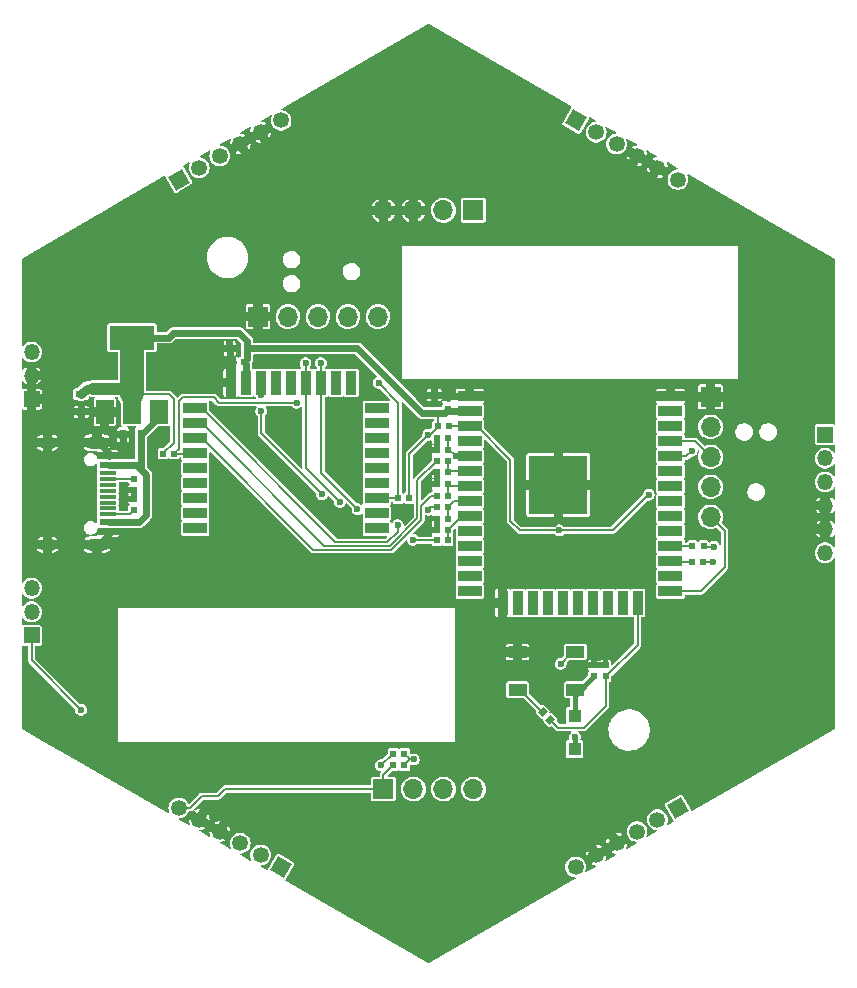
<source format=gtl>
G04 #@! TF.GenerationSoftware,KiCad,Pcbnew,6.0.4-6f826c9f35~116~ubuntu20.04.1*
G04 #@! TF.CreationDate,2022-03-28T16:20:16+02:00*
G04 #@! TF.ProjectId,hex_base,6865785f-6261-4736-952e-6b696361645f,rev?*
G04 #@! TF.SameCoordinates,Original*
G04 #@! TF.FileFunction,Copper,L1,Top*
G04 #@! TF.FilePolarity,Positive*
%FSLAX46Y46*%
G04 Gerber Fmt 4.6, Leading zero omitted, Abs format (unit mm)*
G04 Created by KiCad (PCBNEW 6.0.4-6f826c9f35~116~ubuntu20.04.1) date 2022-03-28 16:20:16*
%MOMM*%
%LPD*%
G01*
G04 APERTURE LIST*
G04 Aperture macros list*
%AMHorizOval*
0 Thick line with rounded ends*
0 $1 width*
0 $2 $3 position (X,Y) of the first rounded end (center of the circle)*
0 $4 $5 position (X,Y) of the second rounded end (center of the circle)*
0 Add line between two ends*
20,1,$1,$2,$3,$4,$5,0*
0 Add two circle primitives to create the rounded ends*
1,1,$1,$2,$3*
1,1,$1,$4,$5*%
%AMRotRect*
0 Rectangle, with rotation*
0 The origin of the aperture is its center*
0 $1 length*
0 $2 width*
0 $3 Rotation angle, in degrees counterclockwise*
0 Add horizontal line*
21,1,$1,$2,0,0,$3*%
G04 Aperture macros list end*
G04 #@! TA.AperFunction,SMDPad,CuDef*
%ADD10R,0.500000X0.600000*%
G04 #@! TD*
G04 #@! TA.AperFunction,SMDPad,CuDef*
%ADD11R,0.600000X0.900000*%
G04 #@! TD*
G04 #@! TA.AperFunction,SMDPad,CuDef*
%ADD12R,0.600000X0.500000*%
G04 #@! TD*
G04 #@! TA.AperFunction,SMDPad,CuDef*
%ADD13R,0.900000X0.600000*%
G04 #@! TD*
G04 #@! TA.AperFunction,SMDPad,CuDef*
%ADD14R,1.500000X1.000000*%
G04 #@! TD*
G04 #@! TA.AperFunction,SMDPad,CuDef*
%ADD15R,1.450000X0.600000*%
G04 #@! TD*
G04 #@! TA.AperFunction,SMDPad,CuDef*
%ADD16R,1.450000X0.300000*%
G04 #@! TD*
G04 #@! TA.AperFunction,ComponentPad*
%ADD17O,1.600000X1.000000*%
G04 #@! TD*
G04 #@! TA.AperFunction,ComponentPad*
%ADD18O,2.100000X1.000000*%
G04 #@! TD*
G04 #@! TA.AperFunction,SMDPad,CuDef*
%ADD19RotRect,0.500000X0.600000X315.000000*%
G04 #@! TD*
G04 #@! TA.AperFunction,SMDPad,CuDef*
%ADD20R,2.000000X0.900000*%
G04 #@! TD*
G04 #@! TA.AperFunction,SMDPad,CuDef*
%ADD21R,0.900000X2.000000*%
G04 #@! TD*
G04 #@! TA.AperFunction,SMDPad,CuDef*
%ADD22R,5.000000X5.000000*%
G04 #@! TD*
G04 #@! TA.AperFunction,SMDPad,CuDef*
%ADD23R,1.500000X2.000000*%
G04 #@! TD*
G04 #@! TA.AperFunction,SMDPad,CuDef*
%ADD24R,3.800000X2.000000*%
G04 #@! TD*
G04 #@! TA.AperFunction,ComponentPad*
%ADD25R,1.350000X1.350000*%
G04 #@! TD*
G04 #@! TA.AperFunction,ComponentPad*
%ADD26O,1.350000X1.350000*%
G04 #@! TD*
G04 #@! TA.AperFunction,ComponentPad*
%ADD27RotRect,1.350000X1.350000X120.000000*%
G04 #@! TD*
G04 #@! TA.AperFunction,ComponentPad*
%ADD28HorizOval,1.350000X0.000000X0.000000X0.000000X0.000000X0*%
G04 #@! TD*
G04 #@! TA.AperFunction,ComponentPad*
%ADD29RotRect,1.350000X1.350000X60.000000*%
G04 #@! TD*
G04 #@! TA.AperFunction,ComponentPad*
%ADD30HorizOval,1.350000X0.000000X0.000000X0.000000X0.000000X0*%
G04 #@! TD*
G04 #@! TA.AperFunction,ComponentPad*
%ADD31RotRect,1.350000X1.350000X300.000000*%
G04 #@! TD*
G04 #@! TA.AperFunction,ComponentPad*
%ADD32HorizOval,1.350000X0.000000X0.000000X0.000000X0.000000X0*%
G04 #@! TD*
G04 #@! TA.AperFunction,ComponentPad*
%ADD33RotRect,1.350000X1.350000X240.000000*%
G04 #@! TD*
G04 #@! TA.AperFunction,ComponentPad*
%ADD34HorizOval,1.350000X0.000000X0.000000X0.000000X0.000000X0*%
G04 #@! TD*
G04 #@! TA.AperFunction,ComponentPad*
%ADD35R,1.700000X1.700000*%
G04 #@! TD*
G04 #@! TA.AperFunction,ComponentPad*
%ADD36O,1.700000X1.700000*%
G04 #@! TD*
G04 #@! TA.AperFunction,SMDPad,CuDef*
%ADD37R,1.100000X1.100000*%
G04 #@! TD*
G04 #@! TA.AperFunction,ViaPad*
%ADD38C,0.600000*%
G04 #@! TD*
G04 #@! TA.AperFunction,Conductor*
%ADD39C,0.600000*%
G04 #@! TD*
G04 #@! TA.AperFunction,Conductor*
%ADD40C,0.200000*%
G04 #@! TD*
G04 #@! TA.AperFunction,Conductor*
%ADD41C,0.800000*%
G04 #@! TD*
G04 #@! TA.AperFunction,Conductor*
%ADD42C,1.000000*%
G04 #@! TD*
G04 #@! TA.AperFunction,Conductor*
%ADD43C,2.000000*%
G04 #@! TD*
G04 #@! TA.AperFunction,Conductor*
%ADD44C,0.400000*%
G04 #@! TD*
G04 APERTURE END LIST*
D10*
X101670000Y-96300000D03*
X100730000Y-96300000D03*
X101670000Y-99200000D03*
X100730000Y-99200000D03*
X101670000Y-98200000D03*
X100730000Y-98200000D03*
D11*
X84675000Y-87700000D03*
X83175000Y-87700000D03*
D10*
X101670000Y-103050000D03*
X100730000Y-103050000D03*
D12*
X114000000Y-114530000D03*
X114000000Y-115470000D03*
D11*
X75650000Y-95025000D03*
X74150000Y-95025000D03*
D13*
X70600000Y-91575000D03*
X70600000Y-93075000D03*
D14*
X107550000Y-113400000D03*
X107550000Y-116600000D03*
X112450000Y-116600000D03*
X112450000Y-113400000D03*
D15*
X72850000Y-96800000D03*
X72850000Y-97600000D03*
D16*
X72850000Y-98750000D03*
X72850000Y-99750000D03*
X72850000Y-100250000D03*
X72850000Y-101250000D03*
D15*
X72850000Y-97600000D03*
X72850000Y-96800000D03*
X72850000Y-103200000D03*
X72850000Y-102400000D03*
D16*
X72850000Y-101750000D03*
X72850000Y-100750000D03*
X72850000Y-99250000D03*
X72850000Y-98250000D03*
D15*
X72850000Y-102400000D03*
X72850000Y-103200000D03*
D17*
X67755000Y-104320000D03*
D18*
X71935000Y-104320000D03*
D17*
X67755000Y-95680000D03*
D18*
X71935000Y-95680000D03*
D10*
X100730000Y-95300000D03*
X101670000Y-95300000D03*
X98370000Y-100375000D03*
X97430000Y-100375000D03*
X100780000Y-94300000D03*
X101720000Y-94300000D03*
X77555000Y-96600000D03*
X78495000Y-96600000D03*
X122330000Y-105750000D03*
X123270000Y-105750000D03*
X122355000Y-104450000D03*
X123295000Y-104450000D03*
D12*
X115000000Y-114530000D03*
X115000000Y-115470000D03*
D19*
X109667660Y-118467660D03*
X110332340Y-119132340D03*
D10*
X101670000Y-103950000D03*
X100730000Y-103950000D03*
X101670000Y-97200000D03*
X100730000Y-97200000D03*
X101670000Y-100200000D03*
X100730000Y-100200000D03*
D12*
X75100000Y-98730000D03*
X75100000Y-99670000D03*
X75100000Y-101370000D03*
X75100000Y-100430000D03*
D20*
X103500000Y-91745000D03*
X103500000Y-93015000D03*
X103500000Y-94285000D03*
X103500000Y-95555000D03*
X103500000Y-96825000D03*
X103500000Y-98095000D03*
X103500000Y-99365000D03*
X103500000Y-100635000D03*
X103500000Y-101905000D03*
X103500000Y-103175000D03*
X103500000Y-104445000D03*
X103500000Y-105715000D03*
X103500000Y-106985000D03*
X103500000Y-108255000D03*
D21*
X106285000Y-109255000D03*
X107555000Y-109255000D03*
X108825000Y-109255000D03*
X110095000Y-109255000D03*
X111365000Y-109255000D03*
X112635000Y-109255000D03*
X113905000Y-109255000D03*
X115175000Y-109255000D03*
X116445000Y-109255000D03*
X117715000Y-109255000D03*
D20*
X120500000Y-108255000D03*
X120500000Y-106985000D03*
X120500000Y-105715000D03*
X120500000Y-104445000D03*
X120500000Y-103175000D03*
X120500000Y-101905000D03*
X120500000Y-100635000D03*
X120500000Y-99365000D03*
X120500000Y-98095000D03*
X120500000Y-96825000D03*
X120500000Y-95555000D03*
X120500000Y-94285000D03*
X120500000Y-93015000D03*
X120500000Y-91745000D03*
D22*
X111000000Y-99245000D03*
D20*
X95627000Y-102921000D03*
X95627000Y-101651000D03*
X95627000Y-100381000D03*
X95627000Y-99111000D03*
X95627000Y-97841000D03*
X95627000Y-96571000D03*
X95627000Y-95301000D03*
X95627000Y-94031000D03*
X95627000Y-92761000D03*
D21*
X93449500Y-90606500D03*
X92179500Y-90606500D03*
X90909500Y-90606500D03*
X89639500Y-90606500D03*
X88369500Y-90606500D03*
X87111000Y-90602000D03*
X85841000Y-90602000D03*
X84571000Y-90602000D03*
X83301000Y-90602000D03*
D20*
X80269000Y-92782500D03*
X80269000Y-94052500D03*
X80269000Y-95322500D03*
X80269000Y-96592500D03*
X80269000Y-97862500D03*
X80269000Y-99132500D03*
X80262000Y-100381000D03*
X80262000Y-101651000D03*
X80262000Y-102921000D03*
D23*
X72600000Y-93075000D03*
X74900000Y-93075000D03*
D24*
X74900000Y-86775000D03*
D23*
X77200000Y-93075000D03*
D12*
X101675000Y-92845000D03*
X101675000Y-91905000D03*
D13*
X100500000Y-93150000D03*
X100500000Y-91650000D03*
D10*
X84395000Y-88875000D03*
X83455000Y-88875000D03*
D25*
X66400000Y-112000000D03*
D26*
X66400000Y-110000000D03*
X66400000Y-108000000D03*
D25*
X66400000Y-92000000D03*
D26*
X66400000Y-90000000D03*
X66400000Y-88000000D03*
D27*
X78869873Y-73400000D03*
D28*
X80601924Y-72400000D03*
X82333975Y-71400000D03*
X84066025Y-70400000D03*
X85798076Y-69400000D03*
X87530127Y-68400000D03*
D29*
X112469873Y-68400000D03*
D30*
X114201924Y-69400000D03*
X115933975Y-70400000D03*
X117666025Y-71400000D03*
X119398076Y-72400000D03*
X121130127Y-73400000D03*
D25*
X133600000Y-95000000D03*
D26*
X133600000Y-97000000D03*
X133600000Y-99000000D03*
X133600000Y-101000000D03*
X133600000Y-103000000D03*
X133600000Y-105000000D03*
D31*
X121130127Y-126600000D03*
D32*
X119398076Y-127600000D03*
X117666025Y-128600000D03*
X115933975Y-129600000D03*
X114201924Y-130600000D03*
X112469873Y-131600000D03*
D33*
X87530127Y-131600000D03*
D34*
X85798076Y-130600000D03*
X84066025Y-129600000D03*
X82333975Y-128600000D03*
X80601924Y-127600000D03*
X78869873Y-126600000D03*
D35*
X103810000Y-76000000D03*
D36*
X101270000Y-76000000D03*
X98730000Y-76000000D03*
X96190000Y-76000000D03*
D35*
X96190000Y-125000000D03*
D36*
X98730000Y-125000000D03*
X101270000Y-125000000D03*
X103810000Y-125000000D03*
D10*
X101670000Y-102100000D03*
X100730000Y-102100000D03*
X101670000Y-101150000D03*
X100730000Y-101150000D03*
X97030000Y-123000000D03*
X97970000Y-123000000D03*
X97030000Y-122000000D03*
X97970000Y-122000000D03*
D37*
X112380000Y-118817500D03*
X112380000Y-121617500D03*
D35*
X123900000Y-91800000D03*
D36*
X123900000Y-94340000D03*
X123900000Y-96880000D03*
X123900000Y-99420000D03*
X123900000Y-101960000D03*
D35*
X85575000Y-85000000D03*
D36*
X88115000Y-85000000D03*
X90655000Y-85000000D03*
X93195000Y-85000000D03*
X95735000Y-85000000D03*
D38*
X112000000Y-98000000D03*
X118000000Y-92000000D03*
X97000000Y-82000000D03*
X112000000Y-100000000D03*
X111000000Y-76000000D03*
X110200000Y-132800000D03*
X98200000Y-95550000D03*
X99975000Y-98925000D03*
X111000000Y-72000000D03*
X118000000Y-102000000D03*
X129000000Y-102000000D03*
X132500000Y-80400000D03*
X82000000Y-125000000D03*
X79000000Y-88000000D03*
X99875000Y-94175000D03*
X110000000Y-100000000D03*
X110000000Y-124000000D03*
X82000000Y-91000000D03*
X99600000Y-96600000D03*
X99250000Y-105150000D03*
X79000000Y-91000000D03*
X110000000Y-98000000D03*
X67000000Y-118000000D03*
X99900000Y-102825000D03*
X78000000Y-85000000D03*
X100000000Y-67000000D03*
X90300000Y-132850000D03*
X77000000Y-125000000D03*
X120000000Y-111000000D03*
X73000000Y-90000000D03*
X133400000Y-93300000D03*
X106000000Y-94000000D03*
X66150000Y-84300000D03*
X75450000Y-75400000D03*
X82000000Y-88000000D03*
X110000000Y-67000000D03*
X93000000Y-105750000D03*
X124450000Y-75400000D03*
X93000000Y-103000000D03*
X83000000Y-85000000D03*
X94000000Y-99000000D03*
X104000000Y-111000000D03*
X90000000Y-67000000D03*
X87000000Y-72000000D03*
X74000000Y-81000000D03*
X106000000Y-92000000D03*
X115000000Y-102000000D03*
X99350000Y-91500000D03*
X74250000Y-100000000D03*
X98150000Y-93075000D03*
X106000000Y-102000000D03*
X88000000Y-94000000D03*
X118000000Y-107000000D03*
X73000000Y-119000000D03*
X124350000Y-124750000D03*
X95000000Y-91000000D03*
X83000000Y-99000000D03*
X106000000Y-107000000D03*
X101625000Y-90775000D03*
X72000000Y-87000000D03*
X100000000Y-62000000D03*
X116000000Y-124000000D03*
X101000000Y-107000000D03*
X133450000Y-115900000D03*
X106050000Y-105100000D03*
X83000000Y-93000000D03*
X106000000Y-98000000D03*
X87000000Y-76000000D03*
X74000000Y-85000000D03*
X128000000Y-92000000D03*
X129000000Y-111000000D03*
X128000000Y-83000000D03*
X100000000Y-70000000D03*
X98050000Y-102000000D03*
X92000000Y-93000000D03*
X118000000Y-75000000D03*
X102338921Y-96817319D03*
X100000000Y-95000002D03*
X112400000Y-120600000D03*
X76100000Y-101800000D03*
X76100000Y-100800000D03*
X76100000Y-98400000D03*
X76100000Y-99600000D03*
X70600000Y-118300000D03*
X96000000Y-123000000D03*
X118650000Y-100100000D03*
X111100000Y-103100000D03*
X122300000Y-96350000D03*
X95800000Y-90600000D03*
X88850000Y-92300000D03*
X90900000Y-88950000D03*
X94000000Y-101300000D03*
X124100000Y-105800000D03*
X89600000Y-88950000D03*
X124200000Y-104500000D03*
X92500000Y-100700000D03*
X98700000Y-103900000D03*
X97400000Y-102650000D03*
X91000000Y-100050000D03*
X85850000Y-91650000D03*
X99950000Y-101350000D03*
X85850000Y-93000000D03*
X98750000Y-122500000D03*
X111199994Y-114400000D03*
D39*
X83175000Y-88595000D02*
X83455000Y-88875000D01*
X83301000Y-90602000D02*
X83301000Y-89029000D01*
X73000000Y-103200000D02*
X73000000Y-103405000D01*
D40*
X100730000Y-95300000D02*
X100730000Y-96300000D01*
D39*
X73000000Y-96800000D02*
X73000000Y-96595000D01*
X100500000Y-91650000D02*
X101420000Y-91650000D01*
X73000000Y-96595000D02*
X72085000Y-95680000D01*
X83175000Y-87700000D02*
X83175000Y-88595000D01*
X103500000Y-91745000D02*
X101835000Y-91745000D01*
X101420000Y-91650000D02*
X101675000Y-91905000D01*
X73000000Y-103405000D02*
X72085000Y-104320000D01*
X101835000Y-91745000D02*
X101675000Y-91905000D01*
X83301000Y-89029000D02*
X83455000Y-88875000D01*
D40*
X101670000Y-95300000D02*
X101670000Y-96195000D01*
X101670000Y-96195000D02*
X102300000Y-96825000D01*
X102300000Y-96825000D02*
X102331240Y-96825000D01*
X102331240Y-96825000D02*
X102338921Y-96817319D01*
X102300000Y-96825000D02*
X103500000Y-96825000D01*
X101670000Y-99200000D02*
X101670000Y-100200000D01*
X103500000Y-99365000D02*
X101835000Y-99365000D01*
X101835000Y-99365000D02*
X101670000Y-99200000D01*
X101670000Y-98200000D02*
X101670000Y-97200000D01*
X103500000Y-98095000D02*
X101775000Y-98095000D01*
X101775000Y-98095000D02*
X101670000Y-98200000D01*
D39*
X84000000Y-86400000D02*
X84675000Y-87075000D01*
X84675000Y-87075000D02*
X84675000Y-87700000D01*
D40*
X100780000Y-94350000D02*
X100129998Y-95000002D01*
D41*
X70600000Y-91575000D02*
X71075000Y-91100000D01*
D40*
X78422989Y-95677011D02*
X78422989Y-91997989D01*
D39*
X74900000Y-86775000D02*
X78025000Y-86775000D01*
D40*
X100780000Y-94300000D02*
X100780000Y-93430000D01*
D42*
X74300000Y-91100000D02*
X74900000Y-91700000D01*
D40*
X78025000Y-91600000D02*
X74900000Y-91600000D01*
D43*
X74900000Y-86775000D02*
X74900000Y-91600000D01*
D39*
X100500000Y-93150000D02*
X101370000Y-93150000D01*
D40*
X77555000Y-96600000D02*
X77555000Y-96545000D01*
D39*
X78400000Y-86400000D02*
X84000000Y-86400000D01*
D40*
X100780000Y-93430000D02*
X100500000Y-93150000D01*
D42*
X74900000Y-91600000D02*
X74900000Y-93075000D01*
D39*
X84675000Y-87700000D02*
X84675000Y-88595000D01*
X84675000Y-88595000D02*
X84395000Y-88875000D01*
X101370000Y-93150000D02*
X101675000Y-92845000D01*
X78025000Y-86775000D02*
X78400000Y-86400000D01*
D40*
X100129998Y-95000002D02*
X100000000Y-95000002D01*
D42*
X74900000Y-91700000D02*
X74900000Y-93075000D01*
X71600000Y-91100000D02*
X74300000Y-91100000D01*
D40*
X98370000Y-96630002D02*
X99700001Y-95300001D01*
X100780000Y-94300000D02*
X100780000Y-94350000D01*
X77555000Y-96545000D02*
X78422989Y-95677011D01*
D39*
X103500000Y-93015000D02*
X101845000Y-93015000D01*
X101845000Y-93015000D02*
X101675000Y-92845000D01*
X84571000Y-90602000D02*
X84571000Y-89051000D01*
X99450000Y-93150000D02*
X94000000Y-87700000D01*
D41*
X71075000Y-91100000D02*
X71600000Y-91100000D01*
D40*
X98370000Y-100375000D02*
X98370000Y-96630002D01*
X78422989Y-91997989D02*
X78025000Y-91600000D01*
D39*
X84571000Y-89051000D02*
X84395000Y-88875000D01*
D40*
X99700001Y-95300001D02*
X100000000Y-95000002D01*
D39*
X94000000Y-87700000D02*
X84675000Y-87700000D01*
X100500000Y-93150000D02*
X99450000Y-93150000D01*
D40*
X101670000Y-103950000D02*
X101670000Y-103050000D01*
X101700000Y-103050000D02*
X101670000Y-103050000D01*
X102845000Y-101905000D02*
X101700000Y-103050000D01*
X103500000Y-101905000D02*
X102845000Y-101905000D01*
D39*
X76100000Y-98400000D02*
X76100000Y-98400000D01*
X76100000Y-101800000D02*
X76100000Y-101800000D01*
X76100000Y-100800000D02*
X76100000Y-99600000D01*
X76100000Y-99600000D02*
X76100000Y-98400000D01*
X75500000Y-102400000D02*
X76100000Y-101800000D01*
X77200000Y-93475000D02*
X75650000Y-95025000D01*
X75650000Y-95025000D02*
X75650000Y-97950000D01*
D44*
X112400000Y-121597500D02*
X112400000Y-120600000D01*
D39*
X76100000Y-101800000D02*
X76100000Y-100800000D01*
X76100000Y-98400000D02*
X75300000Y-97600000D01*
X75300000Y-97600000D02*
X73000000Y-97600000D01*
X77200000Y-93075000D02*
X77200000Y-93475000D01*
D44*
X112380000Y-121617500D02*
X112400000Y-121597500D01*
D39*
X75650000Y-97950000D02*
X75800000Y-98100000D01*
X73000000Y-102400000D02*
X75500000Y-102400000D01*
D40*
X66400000Y-114100000D02*
X66400000Y-112000000D01*
X97000000Y-122000000D02*
X96000000Y-123000000D01*
X97030000Y-122000000D02*
X97000000Y-122000000D01*
X70600000Y-118300000D02*
X66400000Y-114100000D01*
X107800000Y-116600000D02*
X107550000Y-116600000D01*
X109650000Y-118450000D02*
X107800000Y-116600000D01*
X125100000Y-103160000D02*
X123900000Y-101960000D01*
X125100000Y-106200000D02*
X125100000Y-103160000D01*
X120500000Y-108255000D02*
X123045000Y-108255000D01*
X123045000Y-108255000D02*
X125100000Y-106200000D01*
X101720000Y-94300000D02*
X103485000Y-94300000D01*
X111200000Y-103100000D02*
X111100000Y-103100000D01*
X103485000Y-94300000D02*
X103500000Y-94285000D01*
X106950000Y-97150000D02*
X106950000Y-102300000D01*
X115600000Y-103100000D02*
X118600000Y-100100000D01*
X118600000Y-100100000D02*
X118650000Y-100100000D01*
X107750000Y-103100000D02*
X111200000Y-103100000D01*
X104085000Y-94285000D02*
X106950000Y-97150000D01*
X106950000Y-102300000D02*
X107750000Y-103100000D01*
X103500000Y-94285000D02*
X104085000Y-94285000D01*
X111100000Y-103100000D02*
X115600000Y-103100000D01*
X120500000Y-95555000D02*
X122575000Y-95555000D01*
X122575000Y-95555000D02*
X123900000Y-96880000D01*
X120500000Y-96825000D02*
X121825000Y-96825000D01*
X121825000Y-96825000D02*
X122300000Y-96350000D01*
X95800000Y-90650000D02*
X95800000Y-90600000D01*
X97430000Y-100375000D02*
X97430000Y-92280000D01*
X97430000Y-92280000D02*
X95800000Y-90650000D01*
X97430000Y-100375000D02*
X95633000Y-100375000D01*
X95633000Y-100375000D02*
X95627000Y-100381000D01*
X79220999Y-91829001D02*
X81829001Y-91829001D01*
X80261500Y-96600000D02*
X80269000Y-96592500D01*
X78495000Y-96555000D02*
X78875000Y-96175000D01*
X82300000Y-92300000D02*
X88850000Y-92300000D01*
X78495000Y-96600000D02*
X80261500Y-96600000D01*
X81829001Y-91829001D02*
X82300000Y-92300000D01*
X78875000Y-92175000D02*
X79220999Y-91829001D01*
X78875000Y-96175000D02*
X78875000Y-92175000D01*
X78495000Y-96600000D02*
X78495000Y-96555000D01*
X123320000Y-105800000D02*
X123270000Y-105750000D01*
X90909500Y-98209500D02*
X94000000Y-101300000D01*
X90909500Y-88959500D02*
X90900000Y-88950000D01*
X90909500Y-90606500D02*
X90909500Y-88959500D01*
X90909500Y-90606500D02*
X90909500Y-98209500D01*
X124100000Y-105800000D02*
X123320000Y-105800000D01*
X124200000Y-104500000D02*
X123345000Y-104500000D01*
X89639500Y-90606500D02*
X89639500Y-88989500D01*
X89639500Y-90606500D02*
X89639500Y-97839500D01*
X89639500Y-88989500D02*
X89600000Y-88950000D01*
X89639500Y-97839500D02*
X92500000Y-100700000D01*
X123345000Y-104500000D02*
X123295000Y-104450000D01*
X74720000Y-101750000D02*
X75100000Y-101370000D01*
X73000000Y-101750000D02*
X74720000Y-101750000D01*
X75170000Y-98750000D02*
X75175000Y-98745000D01*
X73000000Y-98750000D02*
X75170000Y-98750000D01*
X122330000Y-105750000D02*
X120535000Y-105750000D01*
X120535000Y-105750000D02*
X120500000Y-105715000D01*
X120505000Y-104450000D02*
X120500000Y-104445000D01*
X122355000Y-104450000D02*
X120505000Y-104450000D01*
X98750000Y-103950000D02*
X98700000Y-103900000D01*
X80819000Y-92782500D02*
X80269000Y-92782500D01*
X100730000Y-103950000D02*
X98750000Y-103950000D01*
X97400000Y-103200000D02*
X96500000Y-104100000D01*
X92136500Y-104100000D02*
X80819000Y-92782500D01*
X96500000Y-104100000D02*
X92136500Y-104100000D01*
X97400000Y-102650000D02*
X97400000Y-103200000D01*
X100700000Y-97200000D02*
X99072989Y-98827011D01*
X96710527Y-104427011D02*
X91193511Y-104427011D01*
X100730000Y-97200000D02*
X100700000Y-97200000D01*
X80819000Y-94052500D02*
X80269000Y-94052500D01*
X99072989Y-98827011D02*
X99072989Y-102064549D01*
X91193511Y-104427011D02*
X80819000Y-94052500D01*
X99072989Y-102064549D02*
X96710527Y-104427011D01*
X90250522Y-104754022D02*
X80819000Y-95322500D01*
X99400000Y-101020036D02*
X99400000Y-102200000D01*
X96845978Y-104754022D02*
X90250522Y-104754022D01*
X100220036Y-100200000D02*
X99400000Y-101020036D01*
X99400000Y-102200000D02*
X96845978Y-104754022D01*
X100730000Y-100200000D02*
X100220036Y-100200000D01*
X80819000Y-95322500D02*
X80269000Y-95322500D01*
X85850000Y-90611000D02*
X85841000Y-90602000D01*
X91000000Y-100050000D02*
X85850000Y-94900000D01*
X100730000Y-101150000D02*
X100150000Y-101150000D01*
X85850000Y-94900000D02*
X85850000Y-93000000D01*
X85850000Y-91650000D02*
X85850000Y-90611000D01*
X100150000Y-101150000D02*
X99950000Y-101350000D01*
X80824467Y-125600000D02*
X79824467Y-126600000D01*
X96190000Y-125000000D02*
X82779962Y-125000000D01*
X82779962Y-125000000D02*
X82179962Y-125600000D01*
X96190000Y-125000000D02*
X96190000Y-123840000D01*
X82179962Y-125600000D02*
X80824467Y-125600000D01*
X79824467Y-126600000D02*
X78869873Y-126600000D01*
X96190000Y-123840000D02*
X97030000Y-123000000D01*
X102135000Y-100635000D02*
X101670000Y-101100000D01*
X101670000Y-101100000D02*
X101670000Y-101150000D01*
X101670000Y-102100000D02*
X101670000Y-101150000D01*
X103500000Y-100635000D02*
X102135000Y-100635000D01*
D44*
X114000000Y-115470000D02*
X112380000Y-117090000D01*
X112380000Y-117090000D02*
X112380000Y-118817500D01*
D40*
X113200000Y-119800000D02*
X111000000Y-119800000D01*
X117715000Y-112785000D02*
X115030000Y-115470000D01*
X111000000Y-119800000D02*
X110332340Y-119132340D01*
X115000000Y-115470000D02*
X115000000Y-118000000D01*
X115000000Y-118000000D02*
X113200000Y-119800000D01*
X115030000Y-115470000D02*
X115000000Y-115470000D01*
X117715000Y-109255000D02*
X117715000Y-112785000D01*
X112200000Y-113400000D02*
X111200000Y-114400000D01*
X98470000Y-122500000D02*
X97970000Y-123000000D01*
X98750000Y-122500000D02*
X98470000Y-122500000D01*
X111200000Y-114400000D02*
X111199994Y-114400000D01*
X98470000Y-122500000D02*
X97970000Y-122000000D01*
X112450000Y-113400000D02*
X112200000Y-113400000D01*
G04 #@! TA.AperFunction,Conductor*
G36*
X100031266Y-60249560D02*
G01*
X112092287Y-67212994D01*
X112121407Y-67250945D01*
X112115164Y-67298371D01*
X112101116Y-67314389D01*
X112098358Y-67315749D01*
X112059042Y-67360581D01*
X112057511Y-67363233D01*
X112057508Y-67363237D01*
X111448364Y-68418306D01*
X111364294Y-68563919D01*
X111363308Y-68566824D01*
X111363307Y-68566826D01*
X111347105Y-68614555D01*
X111347105Y-68614558D01*
X111345127Y-68620384D01*
X111350344Y-68699977D01*
X111385622Y-68771515D01*
X111430454Y-68810831D01*
X111433106Y-68812362D01*
X111433110Y-68812365D01*
X112519246Y-69439446D01*
X112633792Y-69505579D01*
X112636697Y-69506565D01*
X112636699Y-69506566D01*
X112684428Y-69522768D01*
X112684431Y-69522768D01*
X112690257Y-69524746D01*
X112736335Y-69521726D01*
X112763706Y-69519932D01*
X112763707Y-69519932D01*
X112769850Y-69519529D01*
X112841388Y-69484251D01*
X112880704Y-69439419D01*
X112882235Y-69436767D01*
X112882238Y-69436763D01*
X113573918Y-68238738D01*
X113575452Y-68236081D01*
X113581939Y-68216971D01*
X113592641Y-68185444D01*
X113592641Y-68185443D01*
X113594619Y-68179616D01*
X113594489Y-68177627D01*
X113617346Y-68138037D01*
X113663551Y-68125657D01*
X113686640Y-68133494D01*
X114148242Y-68400000D01*
X114161878Y-68407873D01*
X114190998Y-68445824D01*
X114184755Y-68493250D01*
X114146804Y-68522370D01*
X114130628Y-68524500D01*
X114109905Y-68524500D01*
X114106697Y-68525182D01*
X114106696Y-68525182D01*
X113933098Y-68562082D01*
X113933097Y-68562082D01*
X113929890Y-68562764D01*
X113761763Y-68637619D01*
X113612874Y-68745793D01*
X113489729Y-68882560D01*
X113457365Y-68938616D01*
X113399349Y-69039103D01*
X113397710Y-69041941D01*
X113340839Y-69216971D01*
X113321602Y-69400000D01*
X113340839Y-69583029D01*
X113397710Y-69758059D01*
X113489729Y-69917440D01*
X113612874Y-70054207D01*
X113761763Y-70162381D01*
X113929890Y-70237236D01*
X113933097Y-70237918D01*
X113933098Y-70237918D01*
X114106696Y-70274818D01*
X114109905Y-70275500D01*
X114293943Y-70275500D01*
X114297152Y-70274818D01*
X114470750Y-70237918D01*
X114470751Y-70237918D01*
X114473958Y-70237236D01*
X114642085Y-70162381D01*
X114790974Y-70054207D01*
X114914119Y-69917440D01*
X115006138Y-69758059D01*
X115063009Y-69583029D01*
X115082246Y-69400000D01*
X115063009Y-69216971D01*
X115006138Y-69041941D01*
X115004502Y-69039107D01*
X115004500Y-69039103D01*
X114995776Y-69023992D01*
X114989533Y-68976566D01*
X115018654Y-68938616D01*
X115066080Y-68932373D01*
X115081153Y-68938616D01*
X115893929Y-69407873D01*
X115923049Y-69445824D01*
X115916806Y-69493250D01*
X115878855Y-69522370D01*
X115862679Y-69524500D01*
X115841956Y-69524500D01*
X115838748Y-69525182D01*
X115838747Y-69525182D01*
X115665149Y-69562082D01*
X115665148Y-69562082D01*
X115661941Y-69562764D01*
X115493814Y-69637619D01*
X115344925Y-69745793D01*
X115221780Y-69882560D01*
X115129761Y-70041941D01*
X115072890Y-70216971D01*
X115053653Y-70400000D01*
X115072890Y-70583029D01*
X115129761Y-70758059D01*
X115131396Y-70760891D01*
X115131397Y-70760893D01*
X115175770Y-70837749D01*
X115221780Y-70917440D01*
X115344925Y-71054207D01*
X115493814Y-71162381D01*
X115661941Y-71237236D01*
X115665148Y-71237918D01*
X115665149Y-71237918D01*
X115838747Y-71274818D01*
X115841956Y-71275500D01*
X116025994Y-71275500D01*
X116029203Y-71274818D01*
X116202801Y-71237918D01*
X116202802Y-71237918D01*
X116206009Y-71237236D01*
X116374136Y-71162381D01*
X116523025Y-71054207D01*
X116646170Y-70917440D01*
X116692179Y-70837750D01*
X116736553Y-70760893D01*
X116736554Y-70760891D01*
X116738189Y-70758059D01*
X116795060Y-70583029D01*
X116814297Y-70400000D01*
X116795060Y-70216971D01*
X116738189Y-70041941D01*
X116727828Y-70023995D01*
X116721583Y-69976569D01*
X116750703Y-69938618D01*
X116798129Y-69932373D01*
X116813204Y-69938617D01*
X117626845Y-70408373D01*
X117655965Y-70446324D01*
X117649722Y-70493750D01*
X117611771Y-70522870D01*
X117595595Y-70525000D01*
X117577330Y-70525000D01*
X117570858Y-70525680D01*
X117397358Y-70562558D01*
X117391146Y-70564577D01*
X117229108Y-70636721D01*
X117223467Y-70639978D01*
X117200830Y-70656424D01*
X117195858Y-70664538D01*
X117196451Y-70667008D01*
X117196459Y-70667016D01*
X117519615Y-70853590D01*
X118530513Y-71437233D01*
X118539945Y-71438474D01*
X118541961Y-71436927D01*
X118541964Y-71436917D01*
X118545503Y-71403254D01*
X118545503Y-71396746D01*
X118526961Y-71220333D01*
X118525606Y-71213957D01*
X118470794Y-71045262D01*
X118468144Y-71039310D01*
X118459012Y-71023494D01*
X118452767Y-70976067D01*
X118481887Y-70938117D01*
X118529314Y-70931872D01*
X118544387Y-70938115D01*
X118853015Y-71116302D01*
X119358896Y-71408373D01*
X119388016Y-71446324D01*
X119381773Y-71493750D01*
X119343822Y-71522870D01*
X119327646Y-71525000D01*
X119309381Y-71525000D01*
X119302909Y-71525680D01*
X119129409Y-71562558D01*
X119123197Y-71564577D01*
X118961159Y-71636721D01*
X118955518Y-71639978D01*
X118932881Y-71656424D01*
X118927909Y-71664538D01*
X118928502Y-71667008D01*
X118928510Y-71667016D01*
X119251666Y-71853590D01*
X120262564Y-72437233D01*
X120271996Y-72438474D01*
X120274012Y-72436927D01*
X120274015Y-72436917D01*
X120277554Y-72403254D01*
X120277554Y-72396746D01*
X120259012Y-72220333D01*
X120257657Y-72213957D01*
X120202845Y-72045262D01*
X120200195Y-72039310D01*
X120191063Y-72023494D01*
X120184818Y-71976067D01*
X120213938Y-71938117D01*
X120261365Y-71931872D01*
X120276438Y-71938115D01*
X121090082Y-72407873D01*
X121119202Y-72445824D01*
X121112959Y-72493250D01*
X121075008Y-72522370D01*
X121058832Y-72524500D01*
X121038108Y-72524500D01*
X121034900Y-72525182D01*
X121034899Y-72525182D01*
X120861301Y-72562082D01*
X120861300Y-72562082D01*
X120858093Y-72562764D01*
X120689966Y-72637619D01*
X120541077Y-72745793D01*
X120417932Y-72882560D01*
X120389172Y-72932373D01*
X120327552Y-73039103D01*
X120325913Y-73041941D01*
X120269042Y-73216971D01*
X120249805Y-73400000D01*
X120269042Y-73583029D01*
X120325913Y-73758059D01*
X120417932Y-73917440D01*
X120541077Y-74054207D01*
X120689966Y-74162381D01*
X120858093Y-74237236D01*
X120861300Y-74237918D01*
X120861301Y-74237918D01*
X121034899Y-74274818D01*
X121038108Y-74275500D01*
X121222146Y-74275500D01*
X121225355Y-74274818D01*
X121398953Y-74237918D01*
X121398954Y-74237918D01*
X121402161Y-74237236D01*
X121570288Y-74162381D01*
X121719177Y-74054207D01*
X121842322Y-73917440D01*
X121934341Y-73758059D01*
X121991212Y-73583029D01*
X122010449Y-73400000D01*
X121991212Y-73216971D01*
X121934341Y-73041941D01*
X121932705Y-73039107D01*
X121932703Y-73039103D01*
X121923979Y-73023992D01*
X121917736Y-72976566D01*
X121946857Y-72938616D01*
X121994283Y-72932373D01*
X122009354Y-72938615D01*
X129110949Y-77038723D01*
X134409282Y-80097717D01*
X134438402Y-80135668D01*
X134440532Y-80151844D01*
X134440532Y-94080056D01*
X134422226Y-94124250D01*
X134378032Y-94142556D01*
X134356406Y-94138254D01*
X134353231Y-94136133D01*
X134347197Y-94134933D01*
X134347195Y-94134932D01*
X134297761Y-94125099D01*
X134297758Y-94125099D01*
X134294748Y-94124500D01*
X132905252Y-94124500D01*
X132902242Y-94125099D01*
X132902239Y-94125099D01*
X132852805Y-94134932D01*
X132852803Y-94134933D01*
X132846769Y-94136133D01*
X132841655Y-94139550D01*
X132841653Y-94139551D01*
X132821180Y-94153231D01*
X132780448Y-94180448D01*
X132777031Y-94185562D01*
X132758330Y-94213550D01*
X132736133Y-94246769D01*
X132734933Y-94252803D01*
X132734932Y-94252805D01*
X132725483Y-94300308D01*
X132724500Y-94305252D01*
X132724500Y-95694748D01*
X132725099Y-95697758D01*
X132725099Y-95697761D01*
X132734407Y-95744552D01*
X132736133Y-95753231D01*
X132739550Y-95758345D01*
X132739551Y-95758347D01*
X132763630Y-95794383D01*
X132780448Y-95819552D01*
X132785562Y-95822969D01*
X132841653Y-95860449D01*
X132841655Y-95860450D01*
X132846769Y-95863867D01*
X132852803Y-95865067D01*
X132852805Y-95865068D01*
X132902239Y-95874901D01*
X132902242Y-95874901D01*
X132905252Y-95875500D01*
X134294748Y-95875500D01*
X134297758Y-95874901D01*
X134297761Y-95874901D01*
X134347195Y-95865068D01*
X134347197Y-95865067D01*
X134353231Y-95863867D01*
X134355724Y-95862201D01*
X134401951Y-95862202D01*
X134435775Y-95896028D01*
X134440532Y-95919944D01*
X134440532Y-96471592D01*
X134422226Y-96515786D01*
X134378032Y-96534092D01*
X134333838Y-96515786D01*
X134323906Y-96502842D01*
X134313836Y-96485400D01*
X134313830Y-96485391D01*
X134312195Y-96482560D01*
X134189050Y-96345793D01*
X134040161Y-96237619D01*
X133872034Y-96162764D01*
X133868827Y-96162082D01*
X133868826Y-96162082D01*
X133695228Y-96125182D01*
X133695227Y-96125182D01*
X133692019Y-96124500D01*
X133507981Y-96124500D01*
X133504773Y-96125182D01*
X133504772Y-96125182D01*
X133331174Y-96162082D01*
X133331173Y-96162082D01*
X133327966Y-96162764D01*
X133159839Y-96237619D01*
X133010950Y-96345793D01*
X132887805Y-96482560D01*
X132873267Y-96507741D01*
X132803404Y-96628747D01*
X132795786Y-96641941D01*
X132738915Y-96816971D01*
X132719678Y-97000000D01*
X132738915Y-97183029D01*
X132739927Y-97186143D01*
X132739927Y-97186144D01*
X132751628Y-97222155D01*
X132795786Y-97358059D01*
X132797421Y-97360891D01*
X132797422Y-97360893D01*
X132829126Y-97415806D01*
X132887805Y-97517440D01*
X133010950Y-97654207D01*
X133159839Y-97762381D01*
X133327966Y-97837236D01*
X133331173Y-97837918D01*
X133331174Y-97837918D01*
X133504772Y-97874818D01*
X133507981Y-97875500D01*
X133692019Y-97875500D01*
X133695228Y-97874818D01*
X133868826Y-97837918D01*
X133868827Y-97837918D01*
X133872034Y-97837236D01*
X134040161Y-97762381D01*
X134189050Y-97654207D01*
X134312195Y-97517440D01*
X134313830Y-97514609D01*
X134313836Y-97514600D01*
X134323906Y-97497158D01*
X134361856Y-97468038D01*
X134409282Y-97474282D01*
X134438402Y-97512232D01*
X134440532Y-97528408D01*
X134440532Y-98471592D01*
X134422226Y-98515786D01*
X134378032Y-98534092D01*
X134333838Y-98515786D01*
X134323906Y-98502842D01*
X134313836Y-98485400D01*
X134313830Y-98485391D01*
X134312195Y-98482560D01*
X134189050Y-98345793D01*
X134040161Y-98237619D01*
X133872034Y-98162764D01*
X133868827Y-98162082D01*
X133868826Y-98162082D01*
X133695228Y-98125182D01*
X133695227Y-98125182D01*
X133692019Y-98124500D01*
X133507981Y-98124500D01*
X133504773Y-98125182D01*
X133504772Y-98125182D01*
X133331174Y-98162082D01*
X133331173Y-98162082D01*
X133327966Y-98162764D01*
X133159839Y-98237619D01*
X133010950Y-98345793D01*
X132887805Y-98482560D01*
X132866077Y-98520194D01*
X132797441Y-98639075D01*
X132795786Y-98641941D01*
X132757242Y-98760566D01*
X132741739Y-98808281D01*
X132738915Y-98816971D01*
X132719678Y-99000000D01*
X132738915Y-99183029D01*
X132739927Y-99186143D01*
X132739927Y-99186144D01*
X132748342Y-99212042D01*
X132795786Y-99358059D01*
X132797421Y-99360891D01*
X132797422Y-99360893D01*
X132831036Y-99419114D01*
X132887805Y-99517440D01*
X133010950Y-99654207D01*
X133159839Y-99762381D01*
X133327966Y-99837236D01*
X133331173Y-99837918D01*
X133331174Y-99837918D01*
X133429438Y-99858805D01*
X133507981Y-99875500D01*
X133692019Y-99875500D01*
X133770562Y-99858805D01*
X133868826Y-99837918D01*
X133868827Y-99837918D01*
X133872034Y-99837236D01*
X134040161Y-99762381D01*
X134189050Y-99654207D01*
X134312195Y-99517440D01*
X134313830Y-99514609D01*
X134313836Y-99514600D01*
X134323906Y-99497158D01*
X134361856Y-99468038D01*
X134409282Y-99474282D01*
X134438402Y-99512232D01*
X134440532Y-99528408D01*
X134440532Y-100472592D01*
X134422226Y-100516786D01*
X134378032Y-100535092D01*
X134333838Y-100516786D01*
X134323906Y-100503842D01*
X134313427Y-100485692D01*
X134309600Y-100480424D01*
X134190903Y-100348598D01*
X134186065Y-100344241D01*
X134042559Y-100239978D01*
X134036920Y-100236723D01*
X134011357Y-100225342D01*
X134001845Y-100225093D01*
X134000002Y-100226841D01*
X134000000Y-100226852D01*
X134000000Y-101767284D01*
X134003641Y-101776074D01*
X134005989Y-101777046D01*
X134005998Y-101777044D01*
X134036920Y-101763277D01*
X134042559Y-101760022D01*
X134186065Y-101655759D01*
X134190903Y-101651402D01*
X134309600Y-101519576D01*
X134313427Y-101514308D01*
X134323906Y-101496158D01*
X134361856Y-101467038D01*
X134409282Y-101473282D01*
X134438402Y-101511232D01*
X134440532Y-101527408D01*
X134440532Y-102472592D01*
X134422226Y-102516786D01*
X134378032Y-102535092D01*
X134333838Y-102516786D01*
X134323906Y-102503842D01*
X134313427Y-102485692D01*
X134309600Y-102480424D01*
X134190903Y-102348598D01*
X134186065Y-102344241D01*
X134042559Y-102239978D01*
X134036920Y-102236723D01*
X134011357Y-102225342D01*
X134001845Y-102225093D01*
X134000002Y-102226841D01*
X134000000Y-102226852D01*
X134000000Y-103767284D01*
X134003641Y-103776074D01*
X134005989Y-103777046D01*
X134005998Y-103777044D01*
X134036920Y-103763277D01*
X134042559Y-103760022D01*
X134186065Y-103655759D01*
X134190903Y-103651402D01*
X134309600Y-103519576D01*
X134313427Y-103514308D01*
X134323906Y-103496158D01*
X134361856Y-103467038D01*
X134409282Y-103473282D01*
X134438402Y-103511232D01*
X134440532Y-103527408D01*
X134440532Y-104471592D01*
X134422226Y-104515786D01*
X134378032Y-104534092D01*
X134333838Y-104515786D01*
X134323906Y-104502842D01*
X134313836Y-104485400D01*
X134313830Y-104485391D01*
X134312195Y-104482560D01*
X134189050Y-104345793D01*
X134040161Y-104237619D01*
X133872034Y-104162764D01*
X133868827Y-104162082D01*
X133868826Y-104162082D01*
X133695228Y-104125182D01*
X133695227Y-104125182D01*
X133692019Y-104124500D01*
X133507981Y-104124500D01*
X133504773Y-104125182D01*
X133504772Y-104125182D01*
X133331174Y-104162082D01*
X133331173Y-104162082D01*
X133327966Y-104162764D01*
X133159839Y-104237619D01*
X133010950Y-104345793D01*
X132887805Y-104482560D01*
X132795786Y-104641941D01*
X132767649Y-104728538D01*
X132740387Y-104812442D01*
X132738915Y-104816971D01*
X132719678Y-105000000D01*
X132738915Y-105183029D01*
X132795786Y-105358059D01*
X132797421Y-105360891D01*
X132797422Y-105360893D01*
X132828621Y-105414930D01*
X132887805Y-105517440D01*
X133010950Y-105654207D01*
X133159839Y-105762381D01*
X133327966Y-105837236D01*
X133331173Y-105837918D01*
X133331174Y-105837918D01*
X133504772Y-105874818D01*
X133507981Y-105875500D01*
X133692019Y-105875500D01*
X133695228Y-105874818D01*
X133868826Y-105837918D01*
X133868827Y-105837918D01*
X133872034Y-105837236D01*
X134040161Y-105762381D01*
X134189050Y-105654207D01*
X134312195Y-105517440D01*
X134313830Y-105514609D01*
X134313836Y-105514600D01*
X134323906Y-105497158D01*
X134361856Y-105468038D01*
X134409282Y-105474282D01*
X134438402Y-105512232D01*
X134440532Y-105528408D01*
X134440532Y-119848156D01*
X134422226Y-119892350D01*
X134409282Y-119902283D01*
X132215782Y-121168701D01*
X122346896Y-126866505D01*
X122299471Y-126872748D01*
X122261520Y-126843628D01*
X122254672Y-126823452D01*
X122254873Y-126820384D01*
X122244596Y-126790107D01*
X122236693Y-126766826D01*
X122236692Y-126766824D01*
X122235706Y-126763919D01*
X122037275Y-126420227D01*
X121542492Y-125563237D01*
X121542489Y-125563233D01*
X121540958Y-125560581D01*
X121501642Y-125515749D01*
X121430104Y-125480471D01*
X121423961Y-125480068D01*
X121423960Y-125480068D01*
X121396589Y-125478274D01*
X121350511Y-125475254D01*
X121344685Y-125477232D01*
X121344682Y-125477232D01*
X121296953Y-125493434D01*
X121296951Y-125493435D01*
X121294046Y-125494421D01*
X121291389Y-125495955D01*
X120093364Y-126187635D01*
X120093360Y-126187638D01*
X120090708Y-126189169D01*
X120088400Y-126191193D01*
X120050628Y-126224318D01*
X120045876Y-126228485D01*
X120010598Y-126300023D01*
X120005381Y-126379616D01*
X120007359Y-126385442D01*
X120007359Y-126385445D01*
X120018061Y-126416971D01*
X120024548Y-126436081D01*
X120026082Y-126438738D01*
X120717762Y-127636763D01*
X120717765Y-127636767D01*
X120719296Y-127639419D01*
X120758612Y-127684251D01*
X120760399Y-127685132D01*
X120783256Y-127724720D01*
X120770876Y-127770926D01*
X120752541Y-127787006D01*
X120277304Y-128061384D01*
X120229879Y-128067627D01*
X120191928Y-128038507D01*
X120185685Y-127991081D01*
X120191928Y-127976008D01*
X120200652Y-127960897D01*
X120200654Y-127960893D01*
X120202290Y-127958059D01*
X120259161Y-127783029D01*
X120278398Y-127600000D01*
X120259161Y-127416971D01*
X120202290Y-127241941D01*
X120110271Y-127082560D01*
X119987126Y-126945793D01*
X119838237Y-126837619D01*
X119670110Y-126762764D01*
X119666903Y-126762082D01*
X119666902Y-126762082D01*
X119493304Y-126725182D01*
X119493303Y-126725182D01*
X119490095Y-126724500D01*
X119306057Y-126724500D01*
X119302849Y-126725182D01*
X119302848Y-126725182D01*
X119129250Y-126762082D01*
X119129249Y-126762082D01*
X119126042Y-126762764D01*
X118957915Y-126837619D01*
X118809026Y-126945793D01*
X118685881Y-127082560D01*
X118593862Y-127241941D01*
X118536991Y-127416971D01*
X118517754Y-127600000D01*
X118536991Y-127783029D01*
X118593862Y-127958059D01*
X118595497Y-127960891D01*
X118595498Y-127960893D01*
X118604225Y-127976008D01*
X118685881Y-128117440D01*
X118809026Y-128254207D01*
X118957915Y-128362381D01*
X119126042Y-128437236D01*
X119129249Y-128437918D01*
X119129250Y-128437918D01*
X119302848Y-128474818D01*
X119306057Y-128475500D01*
X119326781Y-128475500D01*
X119370975Y-128493806D01*
X119389281Y-128538000D01*
X119370975Y-128582194D01*
X119358032Y-128592126D01*
X118545253Y-129061384D01*
X118497828Y-129067627D01*
X118459877Y-129038507D01*
X118453634Y-128991081D01*
X118459877Y-128976008D01*
X118468601Y-128960897D01*
X118468603Y-128960893D01*
X118470239Y-128958059D01*
X118527110Y-128783029D01*
X118546347Y-128600000D01*
X118527110Y-128416971D01*
X118470239Y-128241941D01*
X118378220Y-128082560D01*
X118255075Y-127945793D01*
X118106186Y-127837619D01*
X117938059Y-127762764D01*
X117934852Y-127762082D01*
X117934851Y-127762082D01*
X117761253Y-127725182D01*
X117761252Y-127725182D01*
X117758044Y-127724500D01*
X117574006Y-127724500D01*
X117570798Y-127725182D01*
X117570797Y-127725182D01*
X117397199Y-127762082D01*
X117397198Y-127762082D01*
X117393991Y-127762764D01*
X117225864Y-127837619D01*
X117076975Y-127945793D01*
X116953830Y-128082560D01*
X116861811Y-128241941D01*
X116804940Y-128416971D01*
X116785703Y-128600000D01*
X116804940Y-128783029D01*
X116861811Y-128958059D01*
X116863446Y-128960891D01*
X116863447Y-128960893D01*
X116872174Y-128976008D01*
X116953830Y-129117440D01*
X117076975Y-129254207D01*
X117225864Y-129362381D01*
X117393991Y-129437236D01*
X117397198Y-129437918D01*
X117397199Y-129437918D01*
X117570797Y-129474818D01*
X117574006Y-129475500D01*
X117594730Y-129475500D01*
X117638924Y-129493806D01*
X117657230Y-129538000D01*
X117638924Y-129582194D01*
X117625981Y-129592126D01*
X116813252Y-130061356D01*
X116812339Y-130061883D01*
X116764913Y-130068126D01*
X116726962Y-130039006D01*
X116720719Y-129991580D01*
X116726962Y-129976506D01*
X116736095Y-129960687D01*
X116738744Y-129954738D01*
X116793556Y-129786043D01*
X116794911Y-129779667D01*
X116813453Y-129603254D01*
X116813453Y-129596746D01*
X116810527Y-129568914D01*
X116805988Y-129560554D01*
X116803552Y-129559832D01*
X116803541Y-129559836D01*
X116321653Y-129838054D01*
X115787565Y-130146410D01*
X115469488Y-130330052D01*
X115463696Y-130337601D01*
X115464027Y-130340119D01*
X115464036Y-130340129D01*
X115491417Y-130360022D01*
X115497058Y-130363279D01*
X115659096Y-130435423D01*
X115665308Y-130437442D01*
X115838808Y-130474320D01*
X115845280Y-130475000D01*
X115863545Y-130475000D01*
X115907739Y-130493306D01*
X115926045Y-130537500D01*
X115907739Y-130581694D01*
X115894795Y-130591627D01*
X115080287Y-131061883D01*
X115032861Y-131068126D01*
X114994910Y-131039006D01*
X114988667Y-130991580D01*
X114994911Y-130976504D01*
X115004045Y-130960685D01*
X115006693Y-130954738D01*
X115061505Y-130786043D01*
X115062860Y-130779667D01*
X115081402Y-130603254D01*
X115081402Y-130596746D01*
X115078476Y-130568914D01*
X115073937Y-130560554D01*
X115071501Y-130559832D01*
X115071490Y-130559836D01*
X114402993Y-130945793D01*
X114055514Y-131146410D01*
X113737437Y-131330052D01*
X113731645Y-131337601D01*
X113731976Y-131340119D01*
X113731985Y-131340129D01*
X113759366Y-131360022D01*
X113765007Y-131363279D01*
X113927045Y-131435423D01*
X113933257Y-131437442D01*
X114106757Y-131474320D01*
X114113229Y-131475000D01*
X114131494Y-131475000D01*
X114175688Y-131493306D01*
X114193994Y-131537500D01*
X114175688Y-131581694D01*
X114162744Y-131591627D01*
X113349101Y-132061384D01*
X113301675Y-132067627D01*
X113263724Y-132038507D01*
X113257481Y-131991081D01*
X113263723Y-131976010D01*
X113274087Y-131958059D01*
X113330958Y-131783029D01*
X113350195Y-131600000D01*
X113330958Y-131416971D01*
X113274087Y-131241941D01*
X113182068Y-131082560D01*
X113058923Y-130945793D01*
X112910034Y-130837619D01*
X112741907Y-130762764D01*
X112738700Y-130762082D01*
X112738699Y-130762082D01*
X112565101Y-130725182D01*
X112565100Y-130725182D01*
X112561892Y-130724500D01*
X112377854Y-130724500D01*
X112374646Y-130725182D01*
X112374645Y-130725182D01*
X112201047Y-130762082D01*
X112201046Y-130762082D01*
X112197839Y-130762764D01*
X112029712Y-130837619D01*
X111880823Y-130945793D01*
X111757678Y-131082560D01*
X111665659Y-131241941D01*
X111608788Y-131416971D01*
X111589551Y-131600000D01*
X111608788Y-131783029D01*
X111665659Y-131958059D01*
X111757678Y-132117440D01*
X111880823Y-132254207D01*
X112029712Y-132362381D01*
X112197839Y-132437236D01*
X112201046Y-132437918D01*
X112201047Y-132437918D01*
X112374645Y-132474818D01*
X112377854Y-132475500D01*
X112398578Y-132475500D01*
X112442772Y-132493806D01*
X112461078Y-132538000D01*
X112442772Y-132582194D01*
X112429829Y-132592126D01*
X112270265Y-132684251D01*
X100031266Y-139750440D01*
X99983840Y-139756683D01*
X99968766Y-139750440D01*
X87907726Y-132786995D01*
X87878607Y-132749045D01*
X87884850Y-132701619D01*
X87898893Y-132685607D01*
X87901642Y-132684251D01*
X87940958Y-132639419D01*
X87942489Y-132636767D01*
X87942492Y-132636763D01*
X88634172Y-131438738D01*
X88635706Y-131436081D01*
X88642193Y-131416971D01*
X88652895Y-131385445D01*
X88652895Y-131385442D01*
X88654873Y-131379616D01*
X88649656Y-131300023D01*
X88614378Y-131228485D01*
X88569546Y-131189169D01*
X88566894Y-131187638D01*
X88566890Y-131187635D01*
X87554712Y-130603254D01*
X113322446Y-130603254D01*
X113325372Y-130631086D01*
X113329911Y-130639446D01*
X113332347Y-130640168D01*
X113332358Y-130640164D01*
X113644748Y-130459806D01*
X113650540Y-130452257D01*
X113649299Y-130442825D01*
X113472018Y-130135766D01*
X113464469Y-130129974D01*
X113463744Y-130130069D01*
X113461689Y-130132124D01*
X113399805Y-130239310D01*
X113397155Y-130245262D01*
X113342343Y-130413957D01*
X113340988Y-130420333D01*
X113322446Y-130596746D01*
X113322446Y-130603254D01*
X87554712Y-130603254D01*
X87368865Y-130495955D01*
X87366208Y-130494421D01*
X87363303Y-130493435D01*
X87363301Y-130493434D01*
X87315572Y-130477232D01*
X87315569Y-130477232D01*
X87309743Y-130475254D01*
X87263665Y-130478274D01*
X87236294Y-130480068D01*
X87236293Y-130480068D01*
X87230150Y-130480471D01*
X87158612Y-130515749D01*
X87119296Y-130560581D01*
X87117765Y-130563233D01*
X87117762Y-130563237D01*
X86573025Y-131506750D01*
X86424548Y-131763919D01*
X86423562Y-131766824D01*
X86423561Y-131766826D01*
X86417004Y-131786144D01*
X86405381Y-131820384D01*
X86405511Y-131822362D01*
X86382655Y-131861946D01*
X86336449Y-131874325D01*
X86313359Y-131866487D01*
X85857426Y-131603254D01*
X85838153Y-131592127D01*
X85809033Y-131554176D01*
X85815276Y-131506750D01*
X85853227Y-131477630D01*
X85869403Y-131475500D01*
X85890095Y-131475500D01*
X85893304Y-131474818D01*
X86066902Y-131437918D01*
X86066903Y-131437918D01*
X86070110Y-131437236D01*
X86238237Y-131362381D01*
X86387126Y-131254207D01*
X86510271Y-131117440D01*
X86602290Y-130958059D01*
X86659161Y-130783029D01*
X86678398Y-130600000D01*
X86659161Y-130416971D01*
X86602290Y-130241941D01*
X86510271Y-130082560D01*
X86387126Y-129945793D01*
X86238237Y-129837619D01*
X86070110Y-129762764D01*
X86066903Y-129762082D01*
X86066902Y-129762082D01*
X85912753Y-129729316D01*
X114161983Y-129729316D01*
X114162736Y-129732126D01*
X114342118Y-130042824D01*
X114349667Y-130048616D01*
X114359099Y-130047375D01*
X114666411Y-129869948D01*
X114672203Y-129862399D01*
X114671872Y-129859881D01*
X114671863Y-129859871D01*
X114644482Y-129839978D01*
X114638841Y-129836721D01*
X114476803Y-129764577D01*
X114470591Y-129762558D01*
X114297091Y-129725680D01*
X114290619Y-129725000D01*
X114171053Y-129725000D01*
X114162263Y-129728641D01*
X114161983Y-129729316D01*
X85912753Y-129729316D01*
X85893304Y-129725182D01*
X85893303Y-129725182D01*
X85890095Y-129724500D01*
X85706057Y-129724500D01*
X85702849Y-129725182D01*
X85702848Y-129725182D01*
X85529250Y-129762082D01*
X85529249Y-129762082D01*
X85526042Y-129762764D01*
X85357915Y-129837619D01*
X85209026Y-129945793D01*
X85085881Y-130082560D01*
X84993862Y-130241941D01*
X84936991Y-130416971D01*
X84917754Y-130600000D01*
X84936991Y-130783029D01*
X84993862Y-130958059D01*
X84995497Y-130960891D01*
X84995498Y-130960893D01*
X85004208Y-130975979D01*
X85010451Y-131023405D01*
X84981331Y-131061356D01*
X84933905Y-131067599D01*
X84918833Y-131061357D01*
X84106102Y-130592127D01*
X84076982Y-130554176D01*
X84083225Y-130506750D01*
X84121176Y-130477630D01*
X84137352Y-130475500D01*
X84158044Y-130475500D01*
X84161253Y-130474818D01*
X84334851Y-130437918D01*
X84334852Y-130437918D01*
X84338059Y-130437236D01*
X84506186Y-130362381D01*
X84655075Y-130254207D01*
X84778220Y-130117440D01*
X84870239Y-129958059D01*
X84927110Y-129783029D01*
X84946005Y-129603254D01*
X115054497Y-129603254D01*
X115057423Y-129631086D01*
X115061962Y-129639446D01*
X115064398Y-129640168D01*
X115064409Y-129640164D01*
X115376799Y-129459806D01*
X115382591Y-129452257D01*
X115381350Y-129442825D01*
X115204069Y-129135766D01*
X115196520Y-129129974D01*
X115195795Y-129130069D01*
X115193740Y-129132124D01*
X115131856Y-129239310D01*
X115129206Y-129245262D01*
X115074394Y-129413957D01*
X115073039Y-129420333D01*
X115054497Y-129596746D01*
X115054497Y-129603254D01*
X84946005Y-129603254D01*
X84946347Y-129600000D01*
X84927110Y-129416971D01*
X84870239Y-129241941D01*
X84778220Y-129082560D01*
X84655075Y-128945793D01*
X84506186Y-128837619D01*
X84338059Y-128762764D01*
X84334852Y-128762082D01*
X84334851Y-128762082D01*
X84180702Y-128729316D01*
X115894034Y-128729316D01*
X115894787Y-128732126D01*
X116074169Y-129042824D01*
X116081718Y-129048616D01*
X116091150Y-129047375D01*
X116398462Y-128869948D01*
X116404254Y-128862399D01*
X116403923Y-128859881D01*
X116403914Y-128859871D01*
X116376533Y-128839978D01*
X116370892Y-128836721D01*
X116208854Y-128764577D01*
X116202642Y-128762558D01*
X116029142Y-128725680D01*
X116022670Y-128725000D01*
X115903104Y-128725000D01*
X115894314Y-128728641D01*
X115894034Y-128729316D01*
X84180702Y-128729316D01*
X84161253Y-128725182D01*
X84161252Y-128725182D01*
X84158044Y-128724500D01*
X83974006Y-128724500D01*
X83970798Y-128725182D01*
X83970797Y-128725182D01*
X83797199Y-128762082D01*
X83797198Y-128762082D01*
X83793991Y-128762764D01*
X83625864Y-128837619D01*
X83476975Y-128945793D01*
X83353830Y-129082560D01*
X83261811Y-129241941D01*
X83204940Y-129416971D01*
X83185703Y-129600000D01*
X83204940Y-129783029D01*
X83261811Y-129958059D01*
X83263446Y-129960891D01*
X83263447Y-129960893D01*
X83272157Y-129975979D01*
X83278400Y-130023405D01*
X83249280Y-130061356D01*
X83201854Y-130067599D01*
X83186780Y-130061356D01*
X82698880Y-129779667D01*
X82373185Y-129591627D01*
X82344065Y-129553676D01*
X82350308Y-129506250D01*
X82388259Y-129477130D01*
X82404435Y-129475000D01*
X82422670Y-129475000D01*
X82429142Y-129474320D01*
X82602642Y-129437442D01*
X82608854Y-129435423D01*
X82770892Y-129363279D01*
X82776533Y-129360022D01*
X82799170Y-129343576D01*
X82804142Y-129335462D01*
X82803549Y-129332992D01*
X82803541Y-129332984D01*
X81946297Y-128838054D01*
X81469487Y-128562767D01*
X81460055Y-128561526D01*
X81458039Y-128563073D01*
X81458036Y-128563083D01*
X81454497Y-128596746D01*
X81454497Y-128603254D01*
X81473039Y-128779667D01*
X81474394Y-128786043D01*
X81529206Y-128954738D01*
X81531856Y-128960689D01*
X81540972Y-128976478D01*
X81547217Y-129023904D01*
X81518097Y-129061855D01*
X81470671Y-129068100D01*
X81455596Y-129061856D01*
X80641135Y-128591627D01*
X80612015Y-128553676D01*
X80618258Y-128506250D01*
X80656209Y-128477130D01*
X80672385Y-128475000D01*
X80690619Y-128475000D01*
X80697091Y-128474320D01*
X80800891Y-128452257D01*
X82885359Y-128452257D01*
X82891151Y-128459806D01*
X83198463Y-128637233D01*
X83207895Y-128638474D01*
X83209911Y-128636927D01*
X83209914Y-128636917D01*
X83213453Y-128603254D01*
X83213453Y-128596746D01*
X83194911Y-128420333D01*
X83193556Y-128413957D01*
X83138744Y-128245262D01*
X83136094Y-128239310D01*
X83076313Y-128135766D01*
X83068764Y-128129974D01*
X83068039Y-128130069D01*
X83065984Y-128132124D01*
X82886600Y-128442825D01*
X82885359Y-128452257D01*
X80800891Y-128452257D01*
X80870591Y-128437442D01*
X80876803Y-128435423D01*
X81038841Y-128363279D01*
X81044482Y-128360022D01*
X81067119Y-128343576D01*
X81072091Y-128335462D01*
X81071498Y-128332992D01*
X81071490Y-128332984D01*
X80260118Y-127864538D01*
X81863808Y-127864538D01*
X81864401Y-127867008D01*
X81864409Y-127867016D01*
X82176800Y-128047375D01*
X82186232Y-128048616D01*
X82193781Y-128042824D01*
X82371062Y-127735765D01*
X82372303Y-127726333D01*
X82371858Y-127725753D01*
X82369048Y-127725000D01*
X82245280Y-127725000D01*
X82238808Y-127725680D01*
X82065308Y-127762558D01*
X82059096Y-127764577D01*
X81897058Y-127836721D01*
X81891417Y-127839978D01*
X81868780Y-127856424D01*
X81863808Y-127864538D01*
X80260118Y-127864538D01*
X80214246Y-127838054D01*
X79737436Y-127562767D01*
X79728004Y-127561526D01*
X79725988Y-127563073D01*
X79725985Y-127563083D01*
X79722446Y-127596746D01*
X79722446Y-127603254D01*
X79740988Y-127779667D01*
X79742343Y-127786043D01*
X79797155Y-127954738D01*
X79799804Y-127960687D01*
X79808922Y-127976480D01*
X79815165Y-128023907D01*
X79786045Y-128061857D01*
X79738618Y-128068100D01*
X79723550Y-128061859D01*
X78909950Y-127592127D01*
X78880830Y-127554176D01*
X78887073Y-127506750D01*
X78925024Y-127477630D01*
X78941200Y-127475500D01*
X78961892Y-127475500D01*
X78965101Y-127474818D01*
X79071240Y-127452257D01*
X81153308Y-127452257D01*
X81159100Y-127459806D01*
X81466412Y-127637233D01*
X81475844Y-127638474D01*
X81477860Y-127636927D01*
X81477863Y-127636917D01*
X81481402Y-127603254D01*
X81481402Y-127596746D01*
X81462860Y-127420333D01*
X81461505Y-127413957D01*
X81406693Y-127245262D01*
X81404043Y-127239310D01*
X81344262Y-127135766D01*
X81336713Y-127129974D01*
X81335988Y-127130069D01*
X81333933Y-127132124D01*
X81154549Y-127442825D01*
X81153308Y-127452257D01*
X79071240Y-127452257D01*
X79138699Y-127437918D01*
X79138700Y-127437918D01*
X79141907Y-127437236D01*
X79310034Y-127362381D01*
X79458923Y-127254207D01*
X79582068Y-127117440D01*
X79674087Y-126958059D01*
X79675097Y-126954951D01*
X79675100Y-126954944D01*
X79678757Y-126943687D01*
X79709823Y-126907312D01*
X79738198Y-126900500D01*
X79769415Y-126900500D01*
X79775503Y-126900947D01*
X79779809Y-126902425D01*
X79829921Y-126900544D01*
X79832265Y-126900500D01*
X79852415Y-126900500D01*
X79855242Y-126899974D01*
X79858109Y-126899709D01*
X79858117Y-126899800D01*
X79862379Y-126899326D01*
X79864192Y-126899258D01*
X79891675Y-126898226D01*
X79905985Y-126892078D01*
X79919213Y-126888060D01*
X79928845Y-126886266D01*
X79934520Y-126885209D01*
X79959483Y-126869822D01*
X79967584Y-126865613D01*
X79994530Y-126854036D01*
X79999416Y-126850022D01*
X80006798Y-126842640D01*
X80018197Y-126833630D01*
X80024901Y-126829498D01*
X80024904Y-126829495D01*
X80029815Y-126826468D01*
X80030043Y-126826168D01*
X80072652Y-126810915D01*
X80115898Y-126831360D01*
X80130369Y-126858751D01*
X80132351Y-126867009D01*
X80132358Y-126867016D01*
X80444749Y-127047375D01*
X80454181Y-127048616D01*
X80461730Y-127042824D01*
X80639011Y-126735765D01*
X80640252Y-126726333D01*
X80639807Y-126725753D01*
X80636997Y-126725000D01*
X80513229Y-126725000D01*
X80506757Y-126725680D01*
X80333257Y-126762558D01*
X80327053Y-126764574D01*
X80198561Y-126821783D01*
X80150742Y-126823035D01*
X80116043Y-126790107D01*
X80114791Y-126742288D01*
X80128946Y-126720492D01*
X80930632Y-125918806D01*
X80974826Y-125900500D01*
X82124910Y-125900500D01*
X82130998Y-125900947D01*
X82135304Y-125902425D01*
X82185416Y-125900544D01*
X82187760Y-125900500D01*
X82207910Y-125900500D01*
X82210737Y-125899974D01*
X82213604Y-125899709D01*
X82213612Y-125899800D01*
X82217874Y-125899326D01*
X82219687Y-125899258D01*
X82247170Y-125898226D01*
X82261480Y-125892078D01*
X82274708Y-125888060D01*
X82284340Y-125886266D01*
X82290015Y-125885209D01*
X82314978Y-125869822D01*
X82323079Y-125865613D01*
X82350025Y-125854036D01*
X82354911Y-125850022D01*
X82362293Y-125842640D01*
X82373692Y-125833630D01*
X82380395Y-125829498D01*
X82380396Y-125829497D01*
X82385310Y-125826468D01*
X82404474Y-125801266D01*
X82410030Y-125794903D01*
X82886127Y-125318806D01*
X82930321Y-125300500D01*
X95077000Y-125300500D01*
X95121194Y-125318806D01*
X95139500Y-125363000D01*
X95139500Y-125869748D01*
X95140099Y-125872758D01*
X95140099Y-125872761D01*
X95145957Y-125902208D01*
X95151133Y-125928231D01*
X95154550Y-125933345D01*
X95154551Y-125933347D01*
X95176241Y-125965807D01*
X95195448Y-125994552D01*
X95200562Y-125997969D01*
X95256653Y-126035449D01*
X95256655Y-126035450D01*
X95261769Y-126038867D01*
X95267803Y-126040067D01*
X95267805Y-126040068D01*
X95317239Y-126049901D01*
X95317242Y-126049901D01*
X95320252Y-126050500D01*
X97059748Y-126050500D01*
X97062758Y-126049901D01*
X97062761Y-126049901D01*
X97112195Y-126040068D01*
X97112197Y-126040067D01*
X97118231Y-126038867D01*
X97123345Y-126035450D01*
X97123347Y-126035449D01*
X97179438Y-125997969D01*
X97184552Y-125994552D01*
X97203759Y-125965807D01*
X97225449Y-125933347D01*
X97225450Y-125933345D01*
X97228867Y-125928231D01*
X97234044Y-125902208D01*
X97239901Y-125872761D01*
X97239901Y-125872758D01*
X97240500Y-125869748D01*
X97240500Y-124985262D01*
X97674520Y-124985262D01*
X97691759Y-125190553D01*
X97748544Y-125388586D01*
X97842712Y-125571818D01*
X97844603Y-125574204D01*
X97844605Y-125574207D01*
X97873598Y-125610787D01*
X97970677Y-125733270D01*
X97973007Y-125735253D01*
X98099187Y-125842640D01*
X98127564Y-125866791D01*
X98307398Y-125967297D01*
X98310302Y-125968241D01*
X98310303Y-125968241D01*
X98500416Y-126030013D01*
X98500421Y-126030014D01*
X98503329Y-126030959D01*
X98506370Y-126031322D01*
X98506372Y-126031322D01*
X98575344Y-126039546D01*
X98707894Y-126055351D01*
X98710936Y-126055117D01*
X98710939Y-126055117D01*
X98910249Y-126039781D01*
X98910251Y-126039781D01*
X98913300Y-126039546D01*
X99111725Y-125984145D01*
X99114448Y-125982770D01*
X99114452Y-125982768D01*
X99292890Y-125892632D01*
X99295610Y-125891258D01*
X99298008Y-125889385D01*
X99298012Y-125889382D01*
X99418939Y-125794903D01*
X99457951Y-125764424D01*
X99486910Y-125730875D01*
X99510980Y-125702989D01*
X99592564Y-125608472D01*
X99668014Y-125475657D01*
X99692811Y-125432006D01*
X99692812Y-125432004D01*
X99694323Y-125429344D01*
X99759351Y-125233863D01*
X99764452Y-125193489D01*
X99784951Y-125031216D01*
X99784951Y-125031215D01*
X99785171Y-125029474D01*
X99785583Y-125000000D01*
X99785414Y-124998280D01*
X99785414Y-124998271D01*
X99784138Y-124985262D01*
X100214520Y-124985262D01*
X100231759Y-125190553D01*
X100288544Y-125388586D01*
X100382712Y-125571818D01*
X100384603Y-125574204D01*
X100384605Y-125574207D01*
X100413598Y-125610787D01*
X100510677Y-125733270D01*
X100513007Y-125735253D01*
X100639187Y-125842640D01*
X100667564Y-125866791D01*
X100847398Y-125967297D01*
X100850302Y-125968241D01*
X100850303Y-125968241D01*
X101040416Y-126030013D01*
X101040421Y-126030014D01*
X101043329Y-126030959D01*
X101046370Y-126031322D01*
X101046372Y-126031322D01*
X101115344Y-126039546D01*
X101247894Y-126055351D01*
X101250936Y-126055117D01*
X101250939Y-126055117D01*
X101450249Y-126039781D01*
X101450251Y-126039781D01*
X101453300Y-126039546D01*
X101651725Y-125984145D01*
X101654448Y-125982770D01*
X101654452Y-125982768D01*
X101832890Y-125892632D01*
X101835610Y-125891258D01*
X101838008Y-125889385D01*
X101838012Y-125889382D01*
X101958939Y-125794903D01*
X101997951Y-125764424D01*
X102026910Y-125730875D01*
X102050980Y-125702989D01*
X102132564Y-125608472D01*
X102208014Y-125475657D01*
X102232811Y-125432006D01*
X102232812Y-125432004D01*
X102234323Y-125429344D01*
X102299351Y-125233863D01*
X102304452Y-125193489D01*
X102324951Y-125031216D01*
X102324951Y-125031215D01*
X102325171Y-125029474D01*
X102325583Y-125000000D01*
X102325414Y-124998280D01*
X102325414Y-124998271D01*
X102324138Y-124985262D01*
X102754520Y-124985262D01*
X102771759Y-125190553D01*
X102828544Y-125388586D01*
X102922712Y-125571818D01*
X102924603Y-125574204D01*
X102924605Y-125574207D01*
X102953598Y-125610787D01*
X103050677Y-125733270D01*
X103053007Y-125735253D01*
X103179187Y-125842640D01*
X103207564Y-125866791D01*
X103387398Y-125967297D01*
X103390302Y-125968241D01*
X103390303Y-125968241D01*
X103580416Y-126030013D01*
X103580421Y-126030014D01*
X103583329Y-126030959D01*
X103586370Y-126031322D01*
X103586372Y-126031322D01*
X103655344Y-126039546D01*
X103787894Y-126055351D01*
X103790936Y-126055117D01*
X103790939Y-126055117D01*
X103990249Y-126039781D01*
X103990251Y-126039781D01*
X103993300Y-126039546D01*
X104191725Y-125984145D01*
X104194448Y-125982770D01*
X104194452Y-125982768D01*
X104372890Y-125892632D01*
X104375610Y-125891258D01*
X104378008Y-125889385D01*
X104378012Y-125889382D01*
X104498939Y-125794903D01*
X104537951Y-125764424D01*
X104566910Y-125730875D01*
X104590980Y-125702989D01*
X104672564Y-125608472D01*
X104748014Y-125475657D01*
X104772811Y-125432006D01*
X104772812Y-125432004D01*
X104774323Y-125429344D01*
X104839351Y-125233863D01*
X104844452Y-125193489D01*
X104864951Y-125031216D01*
X104864951Y-125031215D01*
X104865171Y-125029474D01*
X104865583Y-125000000D01*
X104865414Y-124998280D01*
X104865414Y-124998271D01*
X104845778Y-124798010D01*
X104845480Y-124794970D01*
X104816895Y-124700291D01*
X104786819Y-124600677D01*
X104785935Y-124597749D01*
X104689218Y-124415849D01*
X104559011Y-124256200D01*
X104400275Y-124124882D01*
X104219055Y-124026897D01*
X104138726Y-124002031D01*
X104025169Y-123966879D01*
X104025166Y-123966878D01*
X104022254Y-123965977D01*
X104019221Y-123965658D01*
X104019220Y-123965658D01*
X103964739Y-123959932D01*
X103817369Y-123944443D01*
X103814336Y-123944719D01*
X103814332Y-123944719D01*
X103701436Y-123954993D01*
X103612203Y-123963114D01*
X103609270Y-123963977D01*
X103609266Y-123963978D01*
X103479974Y-124002031D01*
X103414572Y-124021280D01*
X103232002Y-124116726D01*
X103071447Y-124245815D01*
X102939024Y-124403630D01*
X102839776Y-124584162D01*
X102777484Y-124780532D01*
X102777143Y-124783570D01*
X102777143Y-124783571D01*
X102774729Y-124805097D01*
X102754520Y-124985262D01*
X102324138Y-124985262D01*
X102305778Y-124798010D01*
X102305480Y-124794970D01*
X102276895Y-124700291D01*
X102246819Y-124600677D01*
X102245935Y-124597749D01*
X102149218Y-124415849D01*
X102019011Y-124256200D01*
X101860275Y-124124882D01*
X101679055Y-124026897D01*
X101598726Y-124002031D01*
X101485169Y-123966879D01*
X101485166Y-123966878D01*
X101482254Y-123965977D01*
X101479221Y-123965658D01*
X101479220Y-123965658D01*
X101424739Y-123959932D01*
X101277369Y-123944443D01*
X101274336Y-123944719D01*
X101274332Y-123944719D01*
X101161436Y-123954993D01*
X101072203Y-123963114D01*
X101069270Y-123963977D01*
X101069266Y-123963978D01*
X100939974Y-124002031D01*
X100874572Y-124021280D01*
X100692002Y-124116726D01*
X100531447Y-124245815D01*
X100399024Y-124403630D01*
X100299776Y-124584162D01*
X100237484Y-124780532D01*
X100237143Y-124783570D01*
X100237143Y-124783571D01*
X100234729Y-124805097D01*
X100214520Y-124985262D01*
X99784138Y-124985262D01*
X99765778Y-124798010D01*
X99765480Y-124794970D01*
X99736895Y-124700291D01*
X99706819Y-124600677D01*
X99705935Y-124597749D01*
X99609218Y-124415849D01*
X99479011Y-124256200D01*
X99320275Y-124124882D01*
X99139055Y-124026897D01*
X99058726Y-124002031D01*
X98945169Y-123966879D01*
X98945166Y-123966878D01*
X98942254Y-123965977D01*
X98939221Y-123965658D01*
X98939220Y-123965658D01*
X98884739Y-123959932D01*
X98737369Y-123944443D01*
X98734336Y-123944719D01*
X98734332Y-123944719D01*
X98621436Y-123954993D01*
X98532203Y-123963114D01*
X98529270Y-123963977D01*
X98529266Y-123963978D01*
X98399974Y-124002031D01*
X98334572Y-124021280D01*
X98152002Y-124116726D01*
X97991447Y-124245815D01*
X97859024Y-124403630D01*
X97759776Y-124584162D01*
X97697484Y-124780532D01*
X97697143Y-124783570D01*
X97697143Y-124783571D01*
X97694729Y-124805097D01*
X97674520Y-124985262D01*
X97240500Y-124985262D01*
X97240500Y-124130252D01*
X97239432Y-124124882D01*
X97230068Y-124077805D01*
X97230067Y-124077803D01*
X97228867Y-124071769D01*
X97184552Y-124005448D01*
X97167680Y-123994174D01*
X97123347Y-123964551D01*
X97123345Y-123964550D01*
X97118231Y-123961133D01*
X97112197Y-123959933D01*
X97112195Y-123959932D01*
X97062761Y-123950099D01*
X97062758Y-123950099D01*
X97059748Y-123949500D01*
X96656359Y-123949500D01*
X96612165Y-123931194D01*
X96593859Y-123887000D01*
X96612165Y-123842806D01*
X96733211Y-123721761D01*
X96936166Y-123518806D01*
X96980360Y-123500500D01*
X97299748Y-123500500D01*
X97302758Y-123499901D01*
X97302761Y-123499901D01*
X97352195Y-123490068D01*
X97352197Y-123490067D01*
X97358231Y-123488867D01*
X97363345Y-123485450D01*
X97363347Y-123485449D01*
X97419438Y-123447969D01*
X97424552Y-123444552D01*
X97427969Y-123439438D01*
X97427972Y-123439435D01*
X97448034Y-123409411D01*
X97487807Y-123382836D01*
X97534724Y-123392169D01*
X97551966Y-123409411D01*
X97572028Y-123439435D01*
X97572031Y-123439438D01*
X97575448Y-123444552D01*
X97580562Y-123447969D01*
X97636653Y-123485449D01*
X97636655Y-123485450D01*
X97641769Y-123488867D01*
X97647803Y-123490067D01*
X97647805Y-123490068D01*
X97697239Y-123499901D01*
X97697242Y-123499901D01*
X97700252Y-123500500D01*
X98239748Y-123500500D01*
X98242758Y-123499901D01*
X98242761Y-123499901D01*
X98292195Y-123490068D01*
X98292197Y-123490067D01*
X98298231Y-123488867D01*
X98303345Y-123485450D01*
X98303347Y-123485449D01*
X98359438Y-123447969D01*
X98364552Y-123444552D01*
X98408867Y-123378231D01*
X98420500Y-123319748D01*
X98420500Y-123000359D01*
X98438806Y-122956165D01*
X98439835Y-122955136D01*
X98484029Y-122936830D01*
X98518662Y-122947303D01*
X98532313Y-122956390D01*
X98536564Y-122957718D01*
X98664905Y-122997814D01*
X98664908Y-122997814D01*
X98669157Y-122999142D01*
X98673609Y-122999224D01*
X98673611Y-122999224D01*
X98744642Y-123000526D01*
X98812499Y-123001770D01*
X98950817Y-122964060D01*
X99072991Y-122889045D01*
X99110022Y-122848134D01*
X99166213Y-122786054D01*
X99169200Y-122782754D01*
X99231710Y-122653733D01*
X99237863Y-122617164D01*
X99240769Y-122599889D01*
X99255496Y-122512354D01*
X99255647Y-122500000D01*
X99235323Y-122358082D01*
X99175984Y-122227572D01*
X99082400Y-122118963D01*
X98962095Y-122040985D01*
X98949456Y-122037205D01*
X98871308Y-122013834D01*
X98824739Y-121999907D01*
X98753058Y-121999469D01*
X98685829Y-121999058D01*
X98685828Y-121999058D01*
X98681376Y-121999031D01*
X98543529Y-122038428D01*
X98539766Y-122040802D01*
X98539762Y-122040804D01*
X98518239Y-122054385D01*
X98471094Y-122062487D01*
X98440693Y-122045722D01*
X98438806Y-122043835D01*
X98420500Y-121999641D01*
X98420500Y-121680252D01*
X98408867Y-121621769D01*
X98400880Y-121609815D01*
X98367969Y-121560562D01*
X98364552Y-121555448D01*
X98347680Y-121544174D01*
X98303347Y-121514551D01*
X98303345Y-121514550D01*
X98298231Y-121511133D01*
X98292197Y-121509933D01*
X98292195Y-121509932D01*
X98242761Y-121500099D01*
X98242758Y-121500099D01*
X98239748Y-121499500D01*
X97700252Y-121499500D01*
X97697242Y-121500099D01*
X97697239Y-121500099D01*
X97647805Y-121509932D01*
X97647803Y-121509933D01*
X97641769Y-121511133D01*
X97636655Y-121514550D01*
X97636653Y-121514551D01*
X97592320Y-121544174D01*
X97575448Y-121555448D01*
X97572031Y-121560562D01*
X97572028Y-121560565D01*
X97551966Y-121590589D01*
X97512193Y-121617164D01*
X97465276Y-121607831D01*
X97448034Y-121590589D01*
X97427972Y-121560565D01*
X97427969Y-121560562D01*
X97424552Y-121555448D01*
X97407680Y-121544174D01*
X97363347Y-121514551D01*
X97363345Y-121514550D01*
X97358231Y-121511133D01*
X97352197Y-121509933D01*
X97352195Y-121509932D01*
X97302761Y-121500099D01*
X97302758Y-121500099D01*
X97299748Y-121499500D01*
X96760252Y-121499500D01*
X96757242Y-121500099D01*
X96757239Y-121500099D01*
X96707805Y-121509932D01*
X96707803Y-121509933D01*
X96701769Y-121511133D01*
X96696655Y-121514550D01*
X96696653Y-121514551D01*
X96652320Y-121544174D01*
X96635448Y-121555448D01*
X96632031Y-121560562D01*
X96599121Y-121609815D01*
X96591133Y-121621769D01*
X96579500Y-121680252D01*
X96579500Y-121969640D01*
X96561194Y-122013834D01*
X96093584Y-122481445D01*
X96049009Y-122499750D01*
X95990298Y-122499391D01*
X95935829Y-122499058D01*
X95935828Y-122499058D01*
X95931376Y-122499031D01*
X95793529Y-122538428D01*
X95672280Y-122614930D01*
X95669337Y-122618262D01*
X95669335Y-122618264D01*
X95634471Y-122657741D01*
X95577377Y-122722388D01*
X95516447Y-122852163D01*
X95494391Y-122993823D01*
X95494968Y-122998236D01*
X95494968Y-122998238D01*
X95495277Y-123000598D01*
X95512980Y-123135979D01*
X95570720Y-123267203D01*
X95573584Y-123270610D01*
X95660107Y-123373543D01*
X95660110Y-123373546D01*
X95662970Y-123376948D01*
X95782313Y-123456390D01*
X95786564Y-123457718D01*
X95914905Y-123497814D01*
X95914908Y-123497814D01*
X95919157Y-123499142D01*
X95953604Y-123499774D01*
X95997451Y-123518885D01*
X96014945Y-123563407D01*
X95998276Y-123604767D01*
X95973620Y-123631347D01*
X95971993Y-123633036D01*
X95957752Y-123647277D01*
X95956125Y-123649648D01*
X95954281Y-123651867D01*
X95954211Y-123651808D01*
X95951534Y-123655156D01*
X95931599Y-123676646D01*
X95925829Y-123691109D01*
X95919318Y-123703303D01*
X95913772Y-123711387D01*
X95913771Y-123711390D01*
X95910508Y-123716146D01*
X95909176Y-123721761D01*
X95903739Y-123744670D01*
X95900983Y-123753387D01*
X95890117Y-123780622D01*
X95889500Y-123786915D01*
X95889500Y-123797357D01*
X95887811Y-123811788D01*
X95884660Y-123825066D01*
X95885438Y-123830782D01*
X95888929Y-123856434D01*
X95889500Y-123864862D01*
X95889500Y-123887000D01*
X95871194Y-123931194D01*
X95827000Y-123949500D01*
X95320252Y-123949500D01*
X95317242Y-123950099D01*
X95317239Y-123950099D01*
X95267805Y-123959932D01*
X95267803Y-123959933D01*
X95261769Y-123961133D01*
X95256655Y-123964550D01*
X95256653Y-123964551D01*
X95212320Y-123994174D01*
X95195448Y-124005448D01*
X95151133Y-124071769D01*
X95149933Y-124077803D01*
X95149932Y-124077805D01*
X95140568Y-124124882D01*
X95139500Y-124130252D01*
X95139500Y-124637000D01*
X95121194Y-124681194D01*
X95077000Y-124699500D01*
X82835014Y-124699500D01*
X82828926Y-124699053D01*
X82824620Y-124697575D01*
X82775193Y-124699430D01*
X82774508Y-124699456D01*
X82772164Y-124699500D01*
X82752014Y-124699500D01*
X82749187Y-124700026D01*
X82746320Y-124700291D01*
X82746312Y-124700200D01*
X82742050Y-124700674D01*
X82740237Y-124700742D01*
X82712754Y-124701774D01*
X82698444Y-124707922D01*
X82685216Y-124711940D01*
X82675584Y-124713734D01*
X82669909Y-124714791D01*
X82644946Y-124730178D01*
X82636845Y-124734387D01*
X82609899Y-124745964D01*
X82605013Y-124749978D01*
X82597631Y-124757360D01*
X82586232Y-124766370D01*
X82579529Y-124770502D01*
X82574614Y-124773532D01*
X82571121Y-124778126D01*
X82555450Y-124798734D01*
X82549894Y-124805097D01*
X82073797Y-125281194D01*
X82029603Y-125299500D01*
X80879526Y-125299500D01*
X80873432Y-125299053D01*
X80869125Y-125297574D01*
X80818998Y-125299456D01*
X80816653Y-125299500D01*
X80796519Y-125299500D01*
X80793687Y-125300028D01*
X80790823Y-125300292D01*
X80790815Y-125300200D01*
X80786555Y-125300674D01*
X80782116Y-125300841D01*
X80757259Y-125301774D01*
X80742949Y-125307922D01*
X80729721Y-125311940D01*
X80720087Y-125313734D01*
X80720085Y-125313735D01*
X80714414Y-125314791D01*
X80695397Y-125326513D01*
X80689454Y-125330176D01*
X80681335Y-125334393D01*
X80654405Y-125345964D01*
X80649518Y-125349977D01*
X80642134Y-125357361D01*
X80630736Y-125366371D01*
X80619119Y-125373532D01*
X80615628Y-125378123D01*
X80615626Y-125378125D01*
X80599958Y-125398731D01*
X80594401Y-125405095D01*
X79762234Y-126237262D01*
X79718040Y-126255568D01*
X79673846Y-126237262D01*
X79663914Y-126224318D01*
X79583709Y-126085400D01*
X79583703Y-126085391D01*
X79582068Y-126082560D01*
X79458923Y-125945793D01*
X79310034Y-125837619D01*
X79141907Y-125762764D01*
X79138700Y-125762082D01*
X79138699Y-125762082D01*
X78965101Y-125725182D01*
X78965100Y-125725182D01*
X78961892Y-125724500D01*
X78777854Y-125724500D01*
X78774646Y-125725182D01*
X78774645Y-125725182D01*
X78601047Y-125762082D01*
X78601046Y-125762082D01*
X78597839Y-125762764D01*
X78429712Y-125837619D01*
X78280823Y-125945793D01*
X78157678Y-126082560D01*
X78065659Y-126241941D01*
X78008788Y-126416971D01*
X77989551Y-126600000D01*
X78008788Y-126783029D01*
X78065659Y-126958059D01*
X78067294Y-126960891D01*
X78067295Y-126960893D01*
X78076005Y-126975979D01*
X78082248Y-127023405D01*
X78053128Y-127061356D01*
X78005702Y-127067599D01*
X77990631Y-127061357D01*
X69430152Y-122118963D01*
X67492051Y-121000000D01*
X73750000Y-121000000D01*
X102250000Y-121000000D01*
X102250000Y-117119748D01*
X106599500Y-117119748D01*
X106611133Y-117178231D01*
X106655448Y-117244552D01*
X106660562Y-117247969D01*
X106716653Y-117285449D01*
X106716655Y-117285450D01*
X106721769Y-117288867D01*
X106727803Y-117290067D01*
X106727805Y-117290068D01*
X106777239Y-117299901D01*
X106777242Y-117299901D01*
X106780252Y-117300500D01*
X108049641Y-117300500D01*
X108093835Y-117318806D01*
X109097646Y-118322617D01*
X109115952Y-118366811D01*
X109105419Y-118401534D01*
X109089884Y-118424784D01*
X109074324Y-118503015D01*
X109089884Y-118581247D01*
X109123012Y-118630826D01*
X109504494Y-119012308D01*
X109554073Y-119045436D01*
X109632305Y-119060996D01*
X109673758Y-119052751D01*
X109720674Y-119062084D01*
X109747249Y-119101858D01*
X109747249Y-119126242D01*
X109739004Y-119167695D01*
X109754564Y-119245927D01*
X109787692Y-119295506D01*
X110169174Y-119676988D01*
X110218753Y-119710116D01*
X110296985Y-119725676D01*
X110303023Y-119724475D01*
X110369178Y-119711317D01*
X110375216Y-119710116D01*
X110398466Y-119694581D01*
X110445382Y-119685249D01*
X110477383Y-119702354D01*
X110748584Y-119973555D01*
X110752576Y-119978180D01*
X110754575Y-119982269D01*
X110758805Y-119986193D01*
X110791347Y-120016380D01*
X110793036Y-120018007D01*
X110807277Y-120032248D01*
X110809648Y-120033875D01*
X110811867Y-120035719D01*
X110811808Y-120035789D01*
X110815156Y-120038466D01*
X110836646Y-120058401D01*
X110842004Y-120060539D01*
X110842006Y-120060540D01*
X110851108Y-120064171D01*
X110863298Y-120070679D01*
X110876146Y-120079493D01*
X110900233Y-120085209D01*
X110904670Y-120086262D01*
X110913399Y-120089022D01*
X110940622Y-120099883D01*
X110946915Y-120100500D01*
X110957357Y-120100500D01*
X110971787Y-120102189D01*
X110985066Y-120105340D01*
X111016435Y-120101071D01*
X111024862Y-120100500D01*
X112037839Y-120100500D01*
X112082033Y-120118806D01*
X112100339Y-120163000D01*
X112082033Y-120207194D01*
X112078345Y-120210597D01*
X112076044Y-120212555D01*
X112072280Y-120214930D01*
X112069337Y-120218263D01*
X112069334Y-120218265D01*
X111980324Y-120319051D01*
X111977377Y-120322388D01*
X111916447Y-120452163D01*
X111915762Y-120456561D01*
X111915762Y-120456562D01*
X111910215Y-120492191D01*
X111894391Y-120593823D01*
X111894968Y-120598236D01*
X111894968Y-120598238D01*
X111895526Y-120602506D01*
X111912980Y-120735979D01*
X111914773Y-120740054D01*
X111932054Y-120779328D01*
X111933097Y-120827152D01*
X111900019Y-120861707D01*
X111874847Y-120867000D01*
X111810252Y-120867000D01*
X111807242Y-120867599D01*
X111807239Y-120867599D01*
X111757805Y-120877432D01*
X111757803Y-120877433D01*
X111751769Y-120878633D01*
X111746655Y-120882050D01*
X111746653Y-120882051D01*
X111702320Y-120911674D01*
X111685448Y-120922948D01*
X111641133Y-120989269D01*
X111639933Y-120995303D01*
X111639932Y-120995305D01*
X111630099Y-121044739D01*
X111629500Y-121047752D01*
X111629500Y-122187248D01*
X111641133Y-122245731D01*
X111685448Y-122312052D01*
X111690562Y-122315469D01*
X111746653Y-122352949D01*
X111746655Y-122352950D01*
X111751769Y-122356367D01*
X111757803Y-122357567D01*
X111757805Y-122357568D01*
X111807239Y-122367401D01*
X111807242Y-122367401D01*
X111810252Y-122368000D01*
X112949748Y-122368000D01*
X112952758Y-122367401D01*
X112952761Y-122367401D01*
X113002195Y-122357568D01*
X113002197Y-122357567D01*
X113008231Y-122356367D01*
X113013345Y-122352950D01*
X113013347Y-122352949D01*
X113069438Y-122315469D01*
X113074552Y-122312052D01*
X113118867Y-122245731D01*
X113130500Y-122187248D01*
X113130500Y-121047752D01*
X113129901Y-121044739D01*
X113120068Y-120995305D01*
X113120067Y-120995303D01*
X113118867Y-120989269D01*
X113074552Y-120922948D01*
X113057680Y-120911674D01*
X113013347Y-120882051D01*
X113013345Y-120882050D01*
X113008231Y-120878633D01*
X113002197Y-120877433D01*
X113002195Y-120877432D01*
X112952761Y-120867599D01*
X112952758Y-120867599D01*
X112949748Y-120867000D01*
X112926563Y-120867000D01*
X112882369Y-120848694D01*
X112864063Y-120804500D01*
X112870316Y-120777250D01*
X112881710Y-120753733D01*
X112884012Y-120740054D01*
X112905096Y-120614729D01*
X112905496Y-120612354D01*
X112905647Y-120600000D01*
X112885323Y-120458082D01*
X112825984Y-120327572D01*
X112732400Y-120218963D01*
X112728669Y-120216544D01*
X112728667Y-120216543D01*
X112726977Y-120215448D01*
X112726323Y-120214499D01*
X112725309Y-120213614D01*
X112725535Y-120213354D01*
X112699847Y-120176050D01*
X112708521Y-120129008D01*
X112747919Y-120101878D01*
X112760969Y-120100500D01*
X113144948Y-120100500D01*
X113151036Y-120100947D01*
X113155342Y-120102425D01*
X113205454Y-120100544D01*
X113207798Y-120100500D01*
X113227948Y-120100500D01*
X113230775Y-120099974D01*
X113233642Y-120099709D01*
X113233650Y-120099800D01*
X113237912Y-120099326D01*
X113239725Y-120099258D01*
X113267208Y-120098226D01*
X113281518Y-120092078D01*
X113294746Y-120088060D01*
X113304378Y-120086266D01*
X113310053Y-120085209D01*
X113335016Y-120069822D01*
X113343117Y-120065613D01*
X113370063Y-120054036D01*
X113374949Y-120050022D01*
X113382331Y-120042640D01*
X113393730Y-120033630D01*
X113400433Y-120029498D01*
X113400434Y-120029497D01*
X113405348Y-120026468D01*
X113424512Y-120001266D01*
X113430068Y-119994903D01*
X113470922Y-119954049D01*
X115245194Y-119954049D01*
X115245305Y-119956363D01*
X115245305Y-119956369D01*
X115246464Y-119980485D01*
X115247401Y-120000000D01*
X115257677Y-120213930D01*
X115258128Y-120216200D01*
X115258129Y-120216204D01*
X115306241Y-120458082D01*
X115308435Y-120469112D01*
X115396355Y-120713989D01*
X115519504Y-120943180D01*
X115520888Y-120945034D01*
X115520891Y-120945038D01*
X115581575Y-121026303D01*
X115675177Y-121151651D01*
X115859954Y-121334823D01*
X115879971Y-121349500D01*
X116067907Y-121487301D01*
X116067913Y-121487305D01*
X116069775Y-121488670D01*
X116071824Y-121489748D01*
X116263491Y-121590589D01*
X116300033Y-121609815D01*
X116302212Y-121610576D01*
X116302219Y-121610579D01*
X116493106Y-121677239D01*
X116545667Y-121695594D01*
X116801282Y-121744124D01*
X116803596Y-121744215D01*
X116803597Y-121744215D01*
X116889614Y-121747595D01*
X117061263Y-121754339D01*
X117182819Y-121741026D01*
X117317589Y-121726267D01*
X117317591Y-121726267D01*
X117319898Y-121726014D01*
X117482049Y-121683323D01*
X117569258Y-121660363D01*
X117569263Y-121660361D01*
X117571505Y-121659771D01*
X117573637Y-121658855D01*
X117573640Y-121658854D01*
X117808428Y-121557981D01*
X117808431Y-121557979D01*
X117810557Y-121557066D01*
X118031803Y-121420155D01*
X118033575Y-121418655D01*
X118228613Y-121253544D01*
X118228616Y-121253541D01*
X118230382Y-121252046D01*
X118401931Y-121056431D01*
X118542683Y-120837608D01*
X118649544Y-120600385D01*
X118686567Y-120469112D01*
X118719538Y-120352207D01*
X118719539Y-120352203D01*
X118720168Y-120349972D01*
X118737185Y-120216204D01*
X118752805Y-120093423D01*
X118752806Y-120093414D01*
X118753002Y-120091871D01*
X118753069Y-120089334D01*
X118755367Y-120001565D01*
X118755408Y-120000000D01*
X118755030Y-119994903D01*
X118736298Y-119742850D01*
X118736126Y-119740534D01*
X118718668Y-119663378D01*
X118679215Y-119489022D01*
X118678705Y-119486768D01*
X118584405Y-119244277D01*
X118455299Y-119018388D01*
X118414790Y-118967002D01*
X118295662Y-118815889D01*
X118295660Y-118815887D01*
X118294223Y-118814064D01*
X118104714Y-118635792D01*
X118100687Y-118632998D01*
X117892837Y-118488807D01*
X117892836Y-118488807D01*
X117890937Y-118487489D01*
X117657587Y-118372414D01*
X117409792Y-118293094D01*
X117152994Y-118251272D01*
X117005041Y-118249335D01*
X116895148Y-118247896D01*
X116895144Y-118247896D01*
X116892835Y-118247866D01*
X116890545Y-118248178D01*
X116890540Y-118248178D01*
X116637329Y-118282639D01*
X116637327Y-118282639D01*
X116635030Y-118282952D01*
X116385243Y-118355758D01*
X116383146Y-118356725D01*
X116383140Y-118356727D01*
X116151073Y-118463712D01*
X116151069Y-118463714D01*
X116148961Y-118464686D01*
X115931375Y-118607341D01*
X115929652Y-118608879D01*
X115738991Y-118779050D01*
X115738988Y-118779054D01*
X115737265Y-118780591D01*
X115735788Y-118782367D01*
X115735784Y-118782371D01*
X115621335Y-118919982D01*
X115570895Y-118980629D01*
X115569696Y-118982604D01*
X115569693Y-118982609D01*
X115485714Y-119121003D01*
X115435920Y-119203061D01*
X115435026Y-119205194D01*
X115435024Y-119205197D01*
X115336200Y-119440865D01*
X115336197Y-119440873D01*
X115335305Y-119443001D01*
X115334735Y-119445244D01*
X115334734Y-119445248D01*
X115279337Y-119663378D01*
X115271261Y-119695177D01*
X115271029Y-119697482D01*
X115250407Y-119902283D01*
X115245194Y-119954049D01*
X113470922Y-119954049D01*
X115173559Y-118251413D01*
X115178181Y-118247423D01*
X115182269Y-118245425D01*
X115216367Y-118208667D01*
X115217994Y-118206978D01*
X115232248Y-118192724D01*
X115233878Y-118190347D01*
X115235720Y-118188131D01*
X115235792Y-118188191D01*
X115238470Y-118184840D01*
X115254474Y-118167588D01*
X115254475Y-118167586D01*
X115258401Y-118163354D01*
X115260539Y-118157996D01*
X115260541Y-118157992D01*
X115264171Y-118148891D01*
X115270680Y-118136699D01*
X115279492Y-118123854D01*
X115286261Y-118095330D01*
X115289017Y-118086613D01*
X115299883Y-118059378D01*
X115300500Y-118053085D01*
X115300500Y-118042643D01*
X115302189Y-118028212D01*
X115304008Y-118020547D01*
X115305340Y-118014934D01*
X115301071Y-117983565D01*
X115300500Y-117975138D01*
X115300500Y-115975621D01*
X115318806Y-115931427D01*
X115350807Y-115914322D01*
X115372194Y-115910068D01*
X115372195Y-115910068D01*
X115378231Y-115908867D01*
X115383345Y-115905450D01*
X115383347Y-115905449D01*
X115439438Y-115867969D01*
X115444552Y-115864552D01*
X115459556Y-115842098D01*
X115485449Y-115803347D01*
X115485450Y-115803345D01*
X115488867Y-115798231D01*
X115500500Y-115739748D01*
X115500500Y-115450359D01*
X115518806Y-115406165D01*
X117888559Y-113036413D01*
X117893181Y-113032423D01*
X117897269Y-113030425D01*
X117931367Y-112993667D01*
X117932994Y-112991978D01*
X117947248Y-112977724D01*
X117948878Y-112975347D01*
X117950720Y-112973131D01*
X117950792Y-112973191D01*
X117953470Y-112969840D01*
X117969474Y-112952588D01*
X117969475Y-112952586D01*
X117973401Y-112948354D01*
X117975539Y-112942996D01*
X117975541Y-112942992D01*
X117979171Y-112933891D01*
X117985680Y-112921699D01*
X117994492Y-112908854D01*
X118001261Y-112880330D01*
X118004017Y-112871613D01*
X118014883Y-112844378D01*
X118015500Y-112838085D01*
X118015500Y-112827643D01*
X118017189Y-112813212D01*
X118019008Y-112805547D01*
X118020340Y-112799934D01*
X118016071Y-112768565D01*
X118015500Y-112760138D01*
X118015500Y-110518000D01*
X118033806Y-110473806D01*
X118078000Y-110455500D01*
X118184748Y-110455500D01*
X118187758Y-110454901D01*
X118187761Y-110454901D01*
X118237195Y-110445068D01*
X118237197Y-110445067D01*
X118243231Y-110443867D01*
X118248345Y-110440450D01*
X118248347Y-110440449D01*
X118304438Y-110402969D01*
X118309552Y-110399552D01*
X118337277Y-110358059D01*
X118350449Y-110338347D01*
X118350450Y-110338345D01*
X118353867Y-110333231D01*
X118365500Y-110274748D01*
X118365500Y-108724748D01*
X119299500Y-108724748D01*
X119300099Y-108727758D01*
X119300099Y-108727761D01*
X119306986Y-108762381D01*
X119311133Y-108783231D01*
X119355448Y-108849552D01*
X119372320Y-108860826D01*
X119416653Y-108890449D01*
X119416655Y-108890450D01*
X119421769Y-108893867D01*
X119427803Y-108895067D01*
X119427805Y-108895068D01*
X119477239Y-108904901D01*
X119477242Y-108904901D01*
X119480252Y-108905500D01*
X121519748Y-108905500D01*
X121522758Y-108904901D01*
X121522761Y-108904901D01*
X121572195Y-108895068D01*
X121572197Y-108895067D01*
X121578231Y-108893867D01*
X121583345Y-108890450D01*
X121583347Y-108890449D01*
X121627680Y-108860826D01*
X121644552Y-108849552D01*
X121688867Y-108783231D01*
X121693015Y-108762381D01*
X121699901Y-108727761D01*
X121699901Y-108727758D01*
X121700500Y-108724748D01*
X121700500Y-108618000D01*
X121718806Y-108573806D01*
X121763000Y-108555500D01*
X122989948Y-108555500D01*
X122996036Y-108555947D01*
X123000342Y-108557425D01*
X123050454Y-108555544D01*
X123052798Y-108555500D01*
X123072948Y-108555500D01*
X123075775Y-108554974D01*
X123078642Y-108554709D01*
X123078650Y-108554800D01*
X123082912Y-108554326D01*
X123084725Y-108554258D01*
X123112208Y-108553226D01*
X123126518Y-108547078D01*
X123139746Y-108543060D01*
X123149378Y-108541266D01*
X123155053Y-108540209D01*
X123180016Y-108524822D01*
X123188117Y-108520613D01*
X123215063Y-108509036D01*
X123219949Y-108505022D01*
X123227331Y-108497640D01*
X123238730Y-108488630D01*
X123245433Y-108484498D01*
X123245434Y-108484497D01*
X123250348Y-108481468D01*
X123269512Y-108456266D01*
X123275068Y-108449903D01*
X125273555Y-106451416D01*
X125278180Y-106447424D01*
X125282269Y-106445425D01*
X125316380Y-106408653D01*
X125318007Y-106406964D01*
X125332248Y-106392723D01*
X125333875Y-106390352D01*
X125335719Y-106388133D01*
X125335789Y-106388192D01*
X125338468Y-106384842D01*
X125354476Y-106367585D01*
X125358401Y-106363354D01*
X125364171Y-106348892D01*
X125370679Y-106336702D01*
X125379493Y-106323854D01*
X125386262Y-106295330D01*
X125389022Y-106286602D01*
X125398249Y-106263473D01*
X125399883Y-106259378D01*
X125400500Y-106253085D01*
X125400500Y-106242643D01*
X125402189Y-106228212D01*
X125404008Y-106220547D01*
X125405340Y-106214934D01*
X125401071Y-106183565D01*
X125400500Y-106175138D01*
X125400500Y-103404316D01*
X132823938Y-103404316D01*
X132824691Y-103407126D01*
X132886575Y-103514311D01*
X132890400Y-103519576D01*
X133009097Y-103651402D01*
X133013935Y-103655759D01*
X133157441Y-103760022D01*
X133163080Y-103763277D01*
X133188643Y-103774658D01*
X133198155Y-103774907D01*
X133199998Y-103773159D01*
X133200000Y-103773148D01*
X133200000Y-103412431D01*
X133196359Y-103403641D01*
X133187569Y-103400000D01*
X132833008Y-103400000D01*
X132824218Y-103403641D01*
X132823938Y-103404316D01*
X125400500Y-103404316D01*
X125400500Y-103215052D01*
X125400947Y-103208964D01*
X125402425Y-103204658D01*
X125400544Y-103154545D01*
X125400500Y-103152201D01*
X125400500Y-103132052D01*
X125399974Y-103129225D01*
X125399709Y-103126358D01*
X125399800Y-103126350D01*
X125399326Y-103122088D01*
X125398443Y-103098559D01*
X125398442Y-103098557D01*
X125398226Y-103092791D01*
X125392885Y-103080359D01*
X125392079Y-103078482D01*
X125388061Y-103065256D01*
X125386267Y-103055623D01*
X125386265Y-103055618D01*
X125385209Y-103049947D01*
X125369822Y-103024984D01*
X125365613Y-103016883D01*
X125354036Y-102989937D01*
X125350022Y-102985051D01*
X125342640Y-102977669D01*
X125333630Y-102966270D01*
X125329498Y-102959567D01*
X125329497Y-102959566D01*
X125326468Y-102954652D01*
X125301266Y-102935488D01*
X125294903Y-102929932D01*
X124963638Y-102598667D01*
X132825551Y-102598667D01*
X132825996Y-102599247D01*
X132828806Y-102600000D01*
X133187569Y-102600000D01*
X133196359Y-102596359D01*
X133200000Y-102587569D01*
X133200000Y-102232716D01*
X133196359Y-102223926D01*
X133194011Y-102222954D01*
X133194002Y-102222956D01*
X133163080Y-102236723D01*
X133157441Y-102239978D01*
X133013935Y-102344241D01*
X133009097Y-102348598D01*
X132890400Y-102480424D01*
X132886575Y-102485689D01*
X132826792Y-102589235D01*
X132825551Y-102598667D01*
X124963638Y-102598667D01*
X124858137Y-102493166D01*
X124839831Y-102448972D01*
X124847987Y-102418101D01*
X124862815Y-102391999D01*
X124862816Y-102391997D01*
X124864323Y-102389344D01*
X124929351Y-102193863D01*
X124929738Y-102190804D01*
X124954951Y-101991216D01*
X124954951Y-101991215D01*
X124955171Y-101989474D01*
X124955209Y-101986812D01*
X124955559Y-101961739D01*
X124955559Y-101961733D01*
X124955583Y-101960000D01*
X124955414Y-101958280D01*
X124955414Y-101958271D01*
X124935778Y-101758010D01*
X124935480Y-101754970D01*
X124928357Y-101731376D01*
X124883656Y-101583323D01*
X124875935Y-101557749D01*
X124830445Y-101472194D01*
X124794354Y-101404316D01*
X132823938Y-101404316D01*
X132824691Y-101407126D01*
X132886575Y-101514311D01*
X132890400Y-101519576D01*
X133009097Y-101651402D01*
X133013935Y-101655759D01*
X133157441Y-101760022D01*
X133163080Y-101763277D01*
X133188643Y-101774658D01*
X133198155Y-101774907D01*
X133199998Y-101773159D01*
X133200000Y-101773148D01*
X133200000Y-101412431D01*
X133196359Y-101403641D01*
X133187569Y-101400000D01*
X132833008Y-101400000D01*
X132824218Y-101403641D01*
X132823938Y-101404316D01*
X124794354Y-101404316D01*
X124780653Y-101378547D01*
X124780651Y-101378544D01*
X124779218Y-101375849D01*
X124649011Y-101216200D01*
X124490275Y-101084882D01*
X124309055Y-100986897D01*
X124195239Y-100951665D01*
X124115169Y-100926879D01*
X124115166Y-100926878D01*
X124112254Y-100925977D01*
X124109221Y-100925658D01*
X124109220Y-100925658D01*
X124045519Y-100918963D01*
X123907369Y-100904443D01*
X123904336Y-100904719D01*
X123904332Y-100904719D01*
X123798539Y-100914347D01*
X123702203Y-100923114D01*
X123699270Y-100923977D01*
X123699266Y-100923978D01*
X123549005Y-100968203D01*
X123504572Y-100981280D01*
X123322002Y-101076726D01*
X123161447Y-101205815D01*
X123029024Y-101363630D01*
X122991678Y-101431563D01*
X122935722Y-101533347D01*
X122929776Y-101544162D01*
X122867484Y-101740532D01*
X122867143Y-101743570D01*
X122867143Y-101743571D01*
X122846235Y-101929976D01*
X122844520Y-101945262D01*
X122845622Y-101958384D01*
X122860479Y-102135308D01*
X122861759Y-102150553D01*
X122872796Y-102189045D01*
X122913018Y-102329313D01*
X122918544Y-102348586D01*
X123012712Y-102531818D01*
X123014603Y-102534204D01*
X123014605Y-102534207D01*
X123074459Y-102609724D01*
X123140677Y-102693270D01*
X123143007Y-102695253D01*
X123266085Y-102800000D01*
X123297564Y-102826791D01*
X123477398Y-102927297D01*
X123480302Y-102928241D01*
X123480303Y-102928241D01*
X123670416Y-102990013D01*
X123670421Y-102990014D01*
X123673329Y-102990959D01*
X123676370Y-102991322D01*
X123676372Y-102991322D01*
X123738442Y-102998723D01*
X123877894Y-103015351D01*
X123880936Y-103015117D01*
X123880939Y-103015117D01*
X124080249Y-102999781D01*
X124080251Y-102999781D01*
X124083300Y-102999546D01*
X124281725Y-102944145D01*
X124284452Y-102942768D01*
X124284456Y-102942766D01*
X124359239Y-102904991D01*
X124406939Y-102901405D01*
X124431612Y-102916584D01*
X124781194Y-103266166D01*
X124799500Y-103310360D01*
X124799500Y-104320737D01*
X124781194Y-104364931D01*
X124737000Y-104383237D01*
X124692806Y-104364931D01*
X124680105Y-104346605D01*
X124627828Y-104231627D01*
X124627827Y-104231625D01*
X124625984Y-104227572D01*
X124532400Y-104118963D01*
X124412095Y-104040985D01*
X124399456Y-104037205D01*
X124310367Y-104010562D01*
X124274739Y-103999907D01*
X124203058Y-103999469D01*
X124135829Y-103999058D01*
X124135828Y-103999058D01*
X124131376Y-103999031D01*
X123993529Y-104038428D01*
X123872280Y-104114930D01*
X123869337Y-104118262D01*
X123869335Y-104118264D01*
X123849846Y-104140332D01*
X123806870Y-104161339D01*
X123761627Y-104145805D01*
X123741701Y-104111152D01*
X123735068Y-104077806D01*
X123735068Y-104077805D01*
X123733867Y-104071769D01*
X123728684Y-104064011D01*
X123692969Y-104010562D01*
X123689552Y-104005448D01*
X123672680Y-103994174D01*
X123628347Y-103964551D01*
X123628345Y-103964550D01*
X123623231Y-103961133D01*
X123617197Y-103959933D01*
X123617195Y-103959932D01*
X123567761Y-103950099D01*
X123567758Y-103950099D01*
X123564748Y-103949500D01*
X123025252Y-103949500D01*
X123022242Y-103950099D01*
X123022239Y-103950099D01*
X122972805Y-103959932D01*
X122972803Y-103959933D01*
X122966769Y-103961133D01*
X122961655Y-103964550D01*
X122961653Y-103964551D01*
X122917320Y-103994174D01*
X122900448Y-104005448D01*
X122897031Y-104010562D01*
X122897028Y-104010565D01*
X122876966Y-104040589D01*
X122837193Y-104067164D01*
X122790276Y-104057831D01*
X122773034Y-104040589D01*
X122752972Y-104010565D01*
X122752969Y-104010562D01*
X122749552Y-104005448D01*
X122732680Y-103994174D01*
X122688347Y-103964551D01*
X122688345Y-103964550D01*
X122683231Y-103961133D01*
X122677197Y-103959933D01*
X122677195Y-103959932D01*
X122627761Y-103950099D01*
X122627758Y-103950099D01*
X122624748Y-103949500D01*
X122085252Y-103949500D01*
X122082242Y-103950099D01*
X122082239Y-103950099D01*
X122032805Y-103959932D01*
X122032803Y-103959933D01*
X122026769Y-103961133D01*
X122021655Y-103964550D01*
X122021653Y-103964551D01*
X121977320Y-103994174D01*
X121960448Y-104005448D01*
X121957031Y-104010562D01*
X121921317Y-104064011D01*
X121916133Y-104071769D01*
X121914932Y-104077805D01*
X121914932Y-104077806D01*
X121910678Y-104099193D01*
X121884102Y-104138967D01*
X121849379Y-104149500D01*
X121763000Y-104149500D01*
X121718806Y-104131194D01*
X121700500Y-104087000D01*
X121700500Y-103975252D01*
X121699901Y-103972239D01*
X121690068Y-103922805D01*
X121690067Y-103922803D01*
X121688867Y-103916769D01*
X121683879Y-103909303D01*
X121647969Y-103855562D01*
X121644552Y-103850448D01*
X121644942Y-103850188D01*
X121628295Y-103810000D01*
X121644942Y-103769812D01*
X121644552Y-103769552D01*
X121645860Y-103767594D01*
X121655826Y-103752680D01*
X121685449Y-103708347D01*
X121685450Y-103708345D01*
X121688867Y-103703231D01*
X121690070Y-103697187D01*
X121699901Y-103647761D01*
X121699901Y-103647758D01*
X121700500Y-103644748D01*
X121700500Y-102705252D01*
X121699901Y-102702239D01*
X121690068Y-102652805D01*
X121690067Y-102652803D01*
X121688867Y-102646769D01*
X121685039Y-102641039D01*
X121647969Y-102585562D01*
X121644552Y-102580448D01*
X121644942Y-102580188D01*
X121628295Y-102540000D01*
X121644942Y-102499812D01*
X121644552Y-102499552D01*
X121645860Y-102497594D01*
X121657918Y-102479549D01*
X121685449Y-102438347D01*
X121685450Y-102438345D01*
X121688867Y-102433231D01*
X121693478Y-102410053D01*
X121699901Y-102377761D01*
X121699901Y-102377758D01*
X121700500Y-102374748D01*
X121700500Y-101435252D01*
X121699901Y-101432239D01*
X121690068Y-101382805D01*
X121690067Y-101382803D01*
X121688867Y-101376769D01*
X121644552Y-101310448D01*
X121644942Y-101310188D01*
X121628295Y-101270000D01*
X121644942Y-101229812D01*
X121644552Y-101229552D01*
X121645860Y-101227594D01*
X121663116Y-101201770D01*
X121685449Y-101168347D01*
X121685450Y-101168345D01*
X121688867Y-101163231D01*
X121696916Y-101122769D01*
X121699901Y-101107761D01*
X121699901Y-101107758D01*
X121700500Y-101104748D01*
X121700500Y-100165252D01*
X121698117Y-100153270D01*
X121690068Y-100112805D01*
X121690067Y-100112803D01*
X121688867Y-100106769D01*
X121669136Y-100077239D01*
X121647969Y-100045562D01*
X121644552Y-100040448D01*
X121644942Y-100040188D01*
X121628295Y-100000000D01*
X121644942Y-99959812D01*
X121644552Y-99959552D01*
X121645860Y-99957594D01*
X121663999Y-99930448D01*
X121685449Y-99898347D01*
X121685450Y-99898345D01*
X121688867Y-99893231D01*
X121696916Y-99852769D01*
X121699901Y-99837761D01*
X121699901Y-99837758D01*
X121700500Y-99834748D01*
X121700500Y-99405262D01*
X122844520Y-99405262D01*
X122846740Y-99431694D01*
X122861315Y-99605261D01*
X122861759Y-99610553D01*
X122918544Y-99808586D01*
X123012712Y-99991818D01*
X123014603Y-99994204D01*
X123014605Y-99994207D01*
X123068490Y-100062193D01*
X123140677Y-100153270D01*
X123143007Y-100155253D01*
X123280185Y-100272000D01*
X123297564Y-100286791D01*
X123477398Y-100387297D01*
X123480302Y-100388241D01*
X123480303Y-100388241D01*
X123670416Y-100450013D01*
X123670421Y-100450014D01*
X123673329Y-100450959D01*
X123676370Y-100451322D01*
X123676372Y-100451322D01*
X123738442Y-100458723D01*
X123877894Y-100475351D01*
X123880936Y-100475117D01*
X123880939Y-100475117D01*
X124080249Y-100459781D01*
X124080251Y-100459781D01*
X124083300Y-100459546D01*
X124281725Y-100404145D01*
X124284448Y-100402770D01*
X124284452Y-100402768D01*
X124462890Y-100312632D01*
X124465610Y-100311258D01*
X124468008Y-100309385D01*
X124468012Y-100309382D01*
X124578632Y-100222956D01*
X124627951Y-100184424D01*
X124634913Y-100176359D01*
X124690160Y-100112354D01*
X124762564Y-100028472D01*
X124825424Y-99917819D01*
X124832401Y-99905537D01*
X127001498Y-99905537D01*
X127030899Y-100076643D01*
X127098875Y-100236395D01*
X127201778Y-100376225D01*
X127334089Y-100488632D01*
X127488711Y-100567586D01*
X127657348Y-100608851D01*
X127664832Y-100609315D01*
X127667324Y-100609470D01*
X127667328Y-100609470D01*
X127668293Y-100609530D01*
X127793478Y-100609530D01*
X127795268Y-100609321D01*
X127795273Y-100609321D01*
X127844477Y-100603584D01*
X127886652Y-100598667D01*
X132825551Y-100598667D01*
X132825996Y-100599247D01*
X132828806Y-100600000D01*
X133187569Y-100600000D01*
X133196359Y-100596359D01*
X133200000Y-100587569D01*
X133200000Y-100232716D01*
X133196359Y-100223926D01*
X133194011Y-100222954D01*
X133194002Y-100222956D01*
X133163080Y-100236723D01*
X133157441Y-100239978D01*
X133013935Y-100344241D01*
X133009097Y-100348598D01*
X132890400Y-100480424D01*
X132886575Y-100485689D01*
X132826792Y-100589235D01*
X132825551Y-100598667D01*
X127886652Y-100598667D01*
X127922445Y-100594494D01*
X127994198Y-100568449D01*
X128082225Y-100536497D01*
X128082228Y-100536495D01*
X128085640Y-100535257D01*
X128230830Y-100440066D01*
X128350227Y-100314027D01*
X128352050Y-100310889D01*
X128352052Y-100310886D01*
X128435608Y-100167034D01*
X128435609Y-100167032D01*
X128437427Y-100163902D01*
X128480475Y-100021769D01*
X128486699Y-100001220D01*
X128486699Y-100001219D01*
X128487752Y-99997743D01*
X128498502Y-99824463D01*
X128469101Y-99653357D01*
X128401125Y-99493605D01*
X128298222Y-99353775D01*
X128165911Y-99241368D01*
X128011289Y-99162414D01*
X127842652Y-99121149D01*
X127835076Y-99120679D01*
X127832676Y-99120530D01*
X127832672Y-99120530D01*
X127831707Y-99120470D01*
X127706522Y-99120470D01*
X127704732Y-99120679D01*
X127704727Y-99120679D01*
X127655523Y-99126416D01*
X127577555Y-99135506D01*
X127574139Y-99136746D01*
X127417775Y-99193503D01*
X127417772Y-99193505D01*
X127414360Y-99194743D01*
X127269170Y-99289934D01*
X127149773Y-99415973D01*
X127147950Y-99419111D01*
X127147948Y-99419114D01*
X127092482Y-99514606D01*
X127062573Y-99566098D01*
X127052590Y-99599058D01*
X127020317Y-99705617D01*
X127012248Y-99732257D01*
X127001498Y-99905537D01*
X124832401Y-99905537D01*
X124862811Y-99852006D01*
X124862812Y-99852004D01*
X124864323Y-99849344D01*
X124929351Y-99653863D01*
X124930096Y-99647970D01*
X124954951Y-99451216D01*
X124954951Y-99451215D01*
X124955171Y-99449474D01*
X124955328Y-99438306D01*
X124955559Y-99421739D01*
X124955559Y-99421733D01*
X124955583Y-99420000D01*
X124955414Y-99418280D01*
X124955414Y-99418271D01*
X124935778Y-99218010D01*
X124935480Y-99214970D01*
X124875935Y-99017749D01*
X124830967Y-98933176D01*
X124780653Y-98838547D01*
X124780651Y-98838544D01*
X124779218Y-98835849D01*
X124649011Y-98676200D01*
X124490275Y-98544882D01*
X124309055Y-98446897D01*
X124211430Y-98416677D01*
X124115169Y-98386879D01*
X124115166Y-98386878D01*
X124112254Y-98385977D01*
X124109221Y-98385658D01*
X124109220Y-98385658D01*
X124051228Y-98379563D01*
X123907369Y-98364443D01*
X123904336Y-98364719D01*
X123904332Y-98364719D01*
X123798539Y-98374347D01*
X123702203Y-98383114D01*
X123699270Y-98383977D01*
X123699266Y-98383978D01*
X123579294Y-98419288D01*
X123504572Y-98441280D01*
X123322002Y-98536726D01*
X123161447Y-98665815D01*
X123029024Y-98823630D01*
X122999525Y-98877289D01*
X122944032Y-98978231D01*
X122929776Y-99004162D01*
X122867484Y-99200532D01*
X122867143Y-99203570D01*
X122867143Y-99203571D01*
X122849815Y-99358059D01*
X122844520Y-99405262D01*
X121700500Y-99405262D01*
X121700500Y-98895252D01*
X121698137Y-98883373D01*
X121690068Y-98842805D01*
X121690067Y-98842803D01*
X121688867Y-98836769D01*
X121682878Y-98827805D01*
X121647969Y-98775562D01*
X121644552Y-98770448D01*
X121644942Y-98770188D01*
X121628295Y-98730000D01*
X121644942Y-98689812D01*
X121644552Y-98689552D01*
X121645010Y-98688867D01*
X121658847Y-98668158D01*
X121685449Y-98628347D01*
X121685450Y-98628345D01*
X121688867Y-98623231D01*
X121691439Y-98610305D01*
X121699901Y-98567761D01*
X121699901Y-98567758D01*
X121700500Y-98564748D01*
X121700500Y-97625252D01*
X121698003Y-97612698D01*
X121690068Y-97572805D01*
X121690067Y-97572803D01*
X121688867Y-97566769D01*
X121644552Y-97500448D01*
X121644942Y-97500188D01*
X121628295Y-97460000D01*
X121644942Y-97419812D01*
X121644552Y-97419552D01*
X121645860Y-97417594D01*
X121659993Y-97396444D01*
X121685449Y-97358347D01*
X121685450Y-97358345D01*
X121688867Y-97353231D01*
X121691076Y-97342129D01*
X121699901Y-97297761D01*
X121699901Y-97297758D01*
X121700500Y-97294748D01*
X121700500Y-97188000D01*
X121718806Y-97143806D01*
X121763000Y-97125500D01*
X121769948Y-97125500D01*
X121776036Y-97125947D01*
X121780342Y-97127425D01*
X121830454Y-97125544D01*
X121832798Y-97125500D01*
X121852948Y-97125500D01*
X121855775Y-97124974D01*
X121858642Y-97124709D01*
X121858650Y-97124800D01*
X121862912Y-97124326D01*
X121864725Y-97124258D01*
X121892208Y-97123226D01*
X121906518Y-97117078D01*
X121919746Y-97113060D01*
X121929378Y-97111266D01*
X121935053Y-97110209D01*
X121960016Y-97094822D01*
X121968117Y-97090613D01*
X121995063Y-97079036D01*
X121999949Y-97075022D01*
X122007331Y-97067640D01*
X122018730Y-97058630D01*
X122025433Y-97054498D01*
X122025434Y-97054497D01*
X122030348Y-97051468D01*
X122049512Y-97026266D01*
X122055068Y-97019903D01*
X122206927Y-96868044D01*
X122252267Y-96849749D01*
X122271715Y-96850105D01*
X122362499Y-96851770D01*
X122500817Y-96814060D01*
X122622991Y-96739045D01*
X122648256Y-96711133D01*
X122716213Y-96636054D01*
X122719200Y-96632754D01*
X122781710Y-96503733D01*
X122783465Y-96493305D01*
X122795499Y-96421776D01*
X122805496Y-96362354D01*
X122805525Y-96359941D01*
X122805741Y-96357538D01*
X122806797Y-96357633D01*
X122824352Y-96316649D01*
X122868763Y-96298876D01*
X122912206Y-96317177D01*
X122942502Y-96347473D01*
X122960808Y-96391667D01*
X122953078Y-96421775D01*
X122929776Y-96464162D01*
X122867484Y-96660532D01*
X122867143Y-96663570D01*
X122867143Y-96663571D01*
X122846043Y-96851688D01*
X122844520Y-96865262D01*
X122845758Y-96880000D01*
X122861315Y-97065261D01*
X122861759Y-97070553D01*
X122877288Y-97124709D01*
X122897346Y-97194658D01*
X122918544Y-97268586D01*
X123012712Y-97451818D01*
X123014603Y-97454204D01*
X123014605Y-97454207D01*
X123073416Y-97528408D01*
X123140677Y-97613270D01*
X123143007Y-97615253D01*
X123292741Y-97742686D01*
X123297564Y-97746791D01*
X123477398Y-97847297D01*
X123480302Y-97848241D01*
X123480303Y-97848241D01*
X123670416Y-97910013D01*
X123670421Y-97910014D01*
X123673329Y-97910959D01*
X123676370Y-97911322D01*
X123676372Y-97911322D01*
X123721283Y-97916677D01*
X123877894Y-97935351D01*
X123880936Y-97935117D01*
X123880939Y-97935117D01*
X124080249Y-97919781D01*
X124080251Y-97919781D01*
X124083300Y-97919546D01*
X124281725Y-97864145D01*
X124284448Y-97862770D01*
X124284452Y-97862768D01*
X124462890Y-97772632D01*
X124465610Y-97771258D01*
X124468008Y-97769385D01*
X124468012Y-97769382D01*
X124564006Y-97694383D01*
X124627951Y-97644424D01*
X124632258Y-97639435D01*
X124728092Y-97528408D01*
X124762564Y-97488472D01*
X124836649Y-97358059D01*
X124862811Y-97312006D01*
X124862812Y-97312004D01*
X124864323Y-97309344D01*
X124925870Y-97124326D01*
X124928388Y-97116758D01*
X124929351Y-97113863D01*
X124930353Y-97105936D01*
X124954951Y-96911216D01*
X124954951Y-96911215D01*
X124955171Y-96909474D01*
X124955297Y-96900500D01*
X124955559Y-96881739D01*
X124955559Y-96881733D01*
X124955583Y-96880000D01*
X124955414Y-96878280D01*
X124955414Y-96878271D01*
X124937885Y-96699500D01*
X124935480Y-96674970D01*
X124875935Y-96477749D01*
X124826390Y-96384568D01*
X124780653Y-96298547D01*
X124780651Y-96298544D01*
X124779218Y-96295849D01*
X124649011Y-96136200D01*
X124490275Y-96004882D01*
X124309055Y-95906897D01*
X124207628Y-95875500D01*
X124115169Y-95846879D01*
X124115166Y-95846878D01*
X124112254Y-95845977D01*
X124109221Y-95845658D01*
X124109220Y-95845658D01*
X124056660Y-95840134D01*
X123907369Y-95824443D01*
X123904336Y-95824719D01*
X123904332Y-95824719D01*
X123798539Y-95834347D01*
X123702203Y-95843114D01*
X123699270Y-95843977D01*
X123699266Y-95843978D01*
X123577361Y-95879857D01*
X123504572Y-95901280D01*
X123441290Y-95934363D01*
X123393644Y-95938615D01*
X123368140Y-95923169D01*
X122826416Y-95381445D01*
X122822424Y-95376820D01*
X122820425Y-95372731D01*
X122805715Y-95359085D01*
X122783653Y-95338620D01*
X122781964Y-95336993D01*
X122767723Y-95322752D01*
X122765352Y-95321125D01*
X122763133Y-95319281D01*
X122763192Y-95319211D01*
X122759842Y-95316532D01*
X122742583Y-95300522D01*
X122738354Y-95296599D01*
X122723889Y-95290828D01*
X122711697Y-95284318D01*
X122703613Y-95278772D01*
X122703610Y-95278771D01*
X122698854Y-95275508D01*
X122670331Y-95268739D01*
X122661613Y-95265983D01*
X122634378Y-95255117D01*
X122629987Y-95254686D01*
X122629985Y-95254686D01*
X122629845Y-95254673D01*
X122628085Y-95254500D01*
X122617643Y-95254500D01*
X122603212Y-95252811D01*
X122595547Y-95250992D01*
X122589934Y-95249660D01*
X122580147Y-95250992D01*
X122558566Y-95253929D01*
X122550138Y-95254500D01*
X121763000Y-95254500D01*
X121718806Y-95236194D01*
X121700500Y-95192000D01*
X121700500Y-95085252D01*
X121699901Y-95082239D01*
X121690068Y-95032805D01*
X121690067Y-95032803D01*
X121688867Y-95026769D01*
X121670729Y-94999623D01*
X121647969Y-94965562D01*
X121644552Y-94960448D01*
X121644942Y-94960188D01*
X121628295Y-94920000D01*
X121644942Y-94879812D01*
X121644552Y-94879552D01*
X121645860Y-94877594D01*
X121659912Y-94856564D01*
X121685449Y-94818347D01*
X121685450Y-94818345D01*
X121688867Y-94813231D01*
X121691400Y-94800500D01*
X121699901Y-94757761D01*
X121699901Y-94757758D01*
X121700500Y-94754748D01*
X121700500Y-94325262D01*
X122844520Y-94325262D01*
X122845748Y-94339880D01*
X122861029Y-94521858D01*
X122861759Y-94530553D01*
X122868841Y-94555252D01*
X122899738Y-94663000D01*
X122918544Y-94728586D01*
X123012712Y-94911818D01*
X123014603Y-94914204D01*
X123014605Y-94914207D01*
X123077710Y-94993825D01*
X123140677Y-95073270D01*
X123143007Y-95075253D01*
X123280185Y-95192000D01*
X123297564Y-95206791D01*
X123477398Y-95307297D01*
X123480302Y-95308241D01*
X123480303Y-95308241D01*
X123670416Y-95370013D01*
X123670421Y-95370014D01*
X123673329Y-95370959D01*
X123676370Y-95371322D01*
X123676372Y-95371322D01*
X123732865Y-95378058D01*
X123877894Y-95395351D01*
X123880936Y-95395117D01*
X123880939Y-95395117D01*
X124080249Y-95379781D01*
X124080251Y-95379781D01*
X124083300Y-95379546D01*
X124281725Y-95324145D01*
X124284448Y-95322770D01*
X124284452Y-95322768D01*
X124462890Y-95232632D01*
X124465610Y-95231258D01*
X124468008Y-95229385D01*
X124468012Y-95229382D01*
X124622297Y-95108841D01*
X124627951Y-95104424D01*
X124643625Y-95086266D01*
X124709409Y-95010053D01*
X124762564Y-94948472D01*
X124817350Y-94852031D01*
X124832440Y-94825468D01*
X125986775Y-94825468D01*
X126016126Y-94996282D01*
X126083986Y-95155762D01*
X126186713Y-95295353D01*
X126189479Y-95297703D01*
X126189481Y-95297705D01*
X126220603Y-95324145D01*
X126318799Y-95407568D01*
X126473157Y-95486387D01*
X126641507Y-95527582D01*
X126648976Y-95528045D01*
X126651467Y-95528200D01*
X126651471Y-95528200D01*
X126652436Y-95528260D01*
X126777400Y-95528260D01*
X126906151Y-95513249D01*
X126909570Y-95512008D01*
X127065652Y-95455353D01*
X127065655Y-95455352D01*
X127069067Y-95454113D01*
X127214010Y-95359085D01*
X127333203Y-95233261D01*
X127335026Y-95230123D01*
X127335028Y-95230120D01*
X127418435Y-95086524D01*
X127418436Y-95086523D01*
X127420254Y-95083392D01*
X127464316Y-94937912D01*
X127469440Y-94920993D01*
X127469440Y-94920992D01*
X127470493Y-94917516D01*
X127476204Y-94825468D01*
X128018775Y-94825468D01*
X128048126Y-94996282D01*
X128115986Y-95155762D01*
X128218713Y-95295353D01*
X128221479Y-95297703D01*
X128221481Y-95297705D01*
X128252603Y-95324145D01*
X128350799Y-95407568D01*
X128505157Y-95486387D01*
X128673507Y-95527582D01*
X128680976Y-95528045D01*
X128683467Y-95528200D01*
X128683471Y-95528200D01*
X128684436Y-95528260D01*
X128809400Y-95528260D01*
X128938151Y-95513249D01*
X128941570Y-95512008D01*
X129097652Y-95455353D01*
X129097655Y-95455352D01*
X129101067Y-95454113D01*
X129246010Y-95359085D01*
X129365203Y-95233261D01*
X129367026Y-95230123D01*
X129367028Y-95230120D01*
X129450435Y-95086524D01*
X129450436Y-95086523D01*
X129452254Y-95083392D01*
X129496316Y-94937912D01*
X129501440Y-94920993D01*
X129501440Y-94920992D01*
X129502493Y-94917516D01*
X129513225Y-94744532D01*
X129483874Y-94573718D01*
X129416014Y-94414238D01*
X129313287Y-94274647D01*
X129307880Y-94270053D01*
X129235927Y-94208925D01*
X129181201Y-94162432D01*
X129026843Y-94083613D01*
X128858493Y-94042418D01*
X128850981Y-94041952D01*
X128848533Y-94041800D01*
X128848529Y-94041800D01*
X128847564Y-94041740D01*
X128722600Y-94041740D01*
X128593849Y-94056751D01*
X128590430Y-94057992D01*
X128434348Y-94114647D01*
X128434345Y-94114648D01*
X128430933Y-94115887D01*
X128285990Y-94210915D01*
X128166797Y-94336739D01*
X128164974Y-94339877D01*
X128164972Y-94339880D01*
X128121782Y-94414238D01*
X128079746Y-94486608D01*
X128029507Y-94652484D01*
X128018775Y-94825468D01*
X127476204Y-94825468D01*
X127481225Y-94744532D01*
X127451874Y-94573718D01*
X127384014Y-94414238D01*
X127281287Y-94274647D01*
X127275880Y-94270053D01*
X127203927Y-94208925D01*
X127149201Y-94162432D01*
X126994843Y-94083613D01*
X126826493Y-94042418D01*
X126818981Y-94041952D01*
X126816533Y-94041800D01*
X126816529Y-94041800D01*
X126815564Y-94041740D01*
X126690600Y-94041740D01*
X126561849Y-94056751D01*
X126558430Y-94057992D01*
X126402348Y-94114647D01*
X126402345Y-94114648D01*
X126398933Y-94115887D01*
X126253990Y-94210915D01*
X126134797Y-94336739D01*
X126132974Y-94339877D01*
X126132972Y-94339880D01*
X126089782Y-94414238D01*
X126047746Y-94486608D01*
X125997507Y-94652484D01*
X125986775Y-94825468D01*
X124832440Y-94825468D01*
X124862811Y-94772006D01*
X124862812Y-94772004D01*
X124864323Y-94769344D01*
X124929351Y-94573863D01*
X124929792Y-94570377D01*
X124954951Y-94371216D01*
X124954951Y-94371215D01*
X124955171Y-94369474D01*
X124955449Y-94349640D01*
X124955559Y-94341739D01*
X124955559Y-94341733D01*
X124955583Y-94340000D01*
X124955414Y-94338280D01*
X124955414Y-94338271D01*
X124935778Y-94138010D01*
X124935480Y-94134970D01*
X124875935Y-93937749D01*
X124802746Y-93800099D01*
X124780653Y-93758547D01*
X124780651Y-93758544D01*
X124779218Y-93755849D01*
X124649011Y-93596200D01*
X124490275Y-93464882D01*
X124309055Y-93366897D01*
X124254143Y-93349899D01*
X124115169Y-93306879D01*
X124115166Y-93306878D01*
X124112254Y-93305977D01*
X124109221Y-93305658D01*
X124109220Y-93305658D01*
X124056660Y-93300134D01*
X123907369Y-93284443D01*
X123904336Y-93284719D01*
X123904332Y-93284719D01*
X123798539Y-93294347D01*
X123702203Y-93303114D01*
X123699270Y-93303977D01*
X123699266Y-93303978D01*
X123549005Y-93348203D01*
X123504572Y-93361280D01*
X123322002Y-93456726D01*
X123161447Y-93585815D01*
X123029024Y-93743630D01*
X122929776Y-93924162D01*
X122867484Y-94120532D01*
X122867143Y-94123570D01*
X122867143Y-94123571D01*
X122847765Y-94296335D01*
X122844520Y-94325262D01*
X121700500Y-94325262D01*
X121700500Y-93815252D01*
X121699442Y-93809932D01*
X121690068Y-93762805D01*
X121690067Y-93762803D01*
X121688867Y-93756769D01*
X121644552Y-93690448D01*
X121644942Y-93690188D01*
X121628295Y-93650000D01*
X121644942Y-93609812D01*
X121644552Y-93609552D01*
X121645860Y-93607594D01*
X121671196Y-93569677D01*
X121685449Y-93548347D01*
X121685450Y-93548345D01*
X121688867Y-93543231D01*
X121690113Y-93536971D01*
X121699901Y-93487759D01*
X121700500Y-93484748D01*
X121700500Y-92666627D01*
X122850000Y-92666627D01*
X122850599Y-92672711D01*
X122860403Y-92721997D01*
X122865024Y-92733155D01*
X122902389Y-92789075D01*
X122910925Y-92797611D01*
X122966845Y-92834976D01*
X122978003Y-92839597D01*
X123027289Y-92849401D01*
X123033373Y-92850000D01*
X123487569Y-92850000D01*
X123496359Y-92846359D01*
X123500000Y-92837569D01*
X124300000Y-92837569D01*
X124303641Y-92846359D01*
X124312431Y-92850000D01*
X124766627Y-92850000D01*
X124772711Y-92849401D01*
X124821997Y-92839597D01*
X124833155Y-92834976D01*
X124889075Y-92797611D01*
X124897611Y-92789075D01*
X124934976Y-92733155D01*
X124939597Y-92721997D01*
X124949401Y-92672711D01*
X124950000Y-92666627D01*
X124950000Y-92212431D01*
X124946359Y-92203641D01*
X124937569Y-92200000D01*
X124312431Y-92200000D01*
X124303641Y-92203641D01*
X124300000Y-92212431D01*
X124300000Y-92837569D01*
X123500000Y-92837569D01*
X123500000Y-92212431D01*
X123496359Y-92203641D01*
X123487569Y-92200000D01*
X122862431Y-92200000D01*
X122853641Y-92203641D01*
X122850000Y-92212431D01*
X122850000Y-92666627D01*
X121700500Y-92666627D01*
X121700500Y-92545252D01*
X121698604Y-92535719D01*
X121690068Y-92492805D01*
X121690067Y-92492803D01*
X121688867Y-92486769D01*
X121684669Y-92480485D01*
X121647969Y-92425562D01*
X121644552Y-92420448D01*
X121644776Y-92420298D01*
X121627935Y-92379640D01*
X121644580Y-92339451D01*
X121644192Y-92339192D01*
X121645495Y-92337243D01*
X121646237Y-92335450D01*
X121647610Y-92334077D01*
X121684976Y-92278155D01*
X121689597Y-92266997D01*
X121699401Y-92217711D01*
X121700000Y-92211627D01*
X121700000Y-92157431D01*
X121696359Y-92148641D01*
X121687569Y-92145000D01*
X119312431Y-92145000D01*
X119303641Y-92148641D01*
X119300000Y-92157431D01*
X119300000Y-92211627D01*
X119300599Y-92217711D01*
X119310403Y-92266997D01*
X119315024Y-92278155D01*
X119352389Y-92334075D01*
X119353760Y-92335446D01*
X119354502Y-92337238D01*
X119355808Y-92339192D01*
X119355419Y-92339452D01*
X119372066Y-92379640D01*
X119355223Y-92420298D01*
X119355448Y-92420448D01*
X119352027Y-92425568D01*
X119315332Y-92480485D01*
X119311133Y-92486769D01*
X119309933Y-92492803D01*
X119309932Y-92492805D01*
X119301396Y-92535719D01*
X119299500Y-92545252D01*
X119299500Y-93484748D01*
X119300099Y-93487759D01*
X119309888Y-93536971D01*
X119311133Y-93543231D01*
X119314550Y-93548345D01*
X119314551Y-93548347D01*
X119328804Y-93569677D01*
X119354140Y-93607594D01*
X119355448Y-93609552D01*
X119355058Y-93609812D01*
X119371705Y-93650000D01*
X119355058Y-93690188D01*
X119355448Y-93690448D01*
X119311133Y-93756769D01*
X119309933Y-93762803D01*
X119309932Y-93762805D01*
X119300558Y-93809932D01*
X119299500Y-93815252D01*
X119299500Y-94754748D01*
X119300099Y-94757758D01*
X119300099Y-94757761D01*
X119308601Y-94800500D01*
X119311133Y-94813231D01*
X119314550Y-94818345D01*
X119314551Y-94818347D01*
X119340088Y-94856564D01*
X119354140Y-94877594D01*
X119355448Y-94879552D01*
X119355058Y-94879812D01*
X119371705Y-94920000D01*
X119355058Y-94960188D01*
X119355448Y-94960448D01*
X119352031Y-94965562D01*
X119329272Y-94999623D01*
X119311133Y-95026769D01*
X119309933Y-95032803D01*
X119309932Y-95032805D01*
X119300099Y-95082239D01*
X119299500Y-95085252D01*
X119299500Y-96024748D01*
X119300099Y-96027758D01*
X119300099Y-96027761D01*
X119309778Y-96076418D01*
X119311133Y-96083231D01*
X119314550Y-96088345D01*
X119314551Y-96088347D01*
X119339164Y-96125182D01*
X119354140Y-96147594D01*
X119355448Y-96149552D01*
X119355058Y-96149812D01*
X119371705Y-96190000D01*
X119355058Y-96230188D01*
X119355448Y-96230448D01*
X119349843Y-96238836D01*
X119323470Y-96278306D01*
X119311133Y-96296769D01*
X119309933Y-96302803D01*
X119309932Y-96302805D01*
X119300099Y-96352239D01*
X119299500Y-96355252D01*
X119299500Y-97294748D01*
X119300099Y-97297758D01*
X119300099Y-97297761D01*
X119308925Y-97342129D01*
X119311133Y-97353231D01*
X119314550Y-97358345D01*
X119314551Y-97358347D01*
X119340007Y-97396444D01*
X119354140Y-97417594D01*
X119355448Y-97419552D01*
X119355058Y-97419812D01*
X119371705Y-97460000D01*
X119355058Y-97500188D01*
X119355448Y-97500448D01*
X119311133Y-97566769D01*
X119309933Y-97572803D01*
X119309932Y-97572805D01*
X119301997Y-97612698D01*
X119299500Y-97625252D01*
X119299500Y-98564748D01*
X119300099Y-98567758D01*
X119300099Y-98567761D01*
X119308562Y-98610305D01*
X119311133Y-98623231D01*
X119314550Y-98628345D01*
X119314551Y-98628347D01*
X119341153Y-98668158D01*
X119354990Y-98688867D01*
X119355448Y-98689552D01*
X119355058Y-98689812D01*
X119371705Y-98730000D01*
X119355058Y-98770188D01*
X119355448Y-98770448D01*
X119352031Y-98775562D01*
X119317123Y-98827805D01*
X119311133Y-98836769D01*
X119309933Y-98842803D01*
X119309932Y-98842805D01*
X119301863Y-98883373D01*
X119299500Y-98895252D01*
X119299500Y-99834748D01*
X119300099Y-99837758D01*
X119300099Y-99837761D01*
X119303085Y-99852769D01*
X119311133Y-99893231D01*
X119314550Y-99898345D01*
X119314551Y-99898347D01*
X119336001Y-99930448D01*
X119354140Y-99957594D01*
X119355448Y-99959552D01*
X119355058Y-99959812D01*
X119371705Y-100000000D01*
X119355058Y-100040188D01*
X119355448Y-100040448D01*
X119352031Y-100045562D01*
X119330865Y-100077239D01*
X119311133Y-100106769D01*
X119309933Y-100112803D01*
X119309932Y-100112805D01*
X119301883Y-100153270D01*
X119299500Y-100165252D01*
X119299500Y-101104748D01*
X119300099Y-101107758D01*
X119300099Y-101107761D01*
X119303085Y-101122769D01*
X119311133Y-101163231D01*
X119314550Y-101168345D01*
X119314551Y-101168347D01*
X119336884Y-101201770D01*
X119354140Y-101227594D01*
X119355448Y-101229552D01*
X119355058Y-101229812D01*
X119371705Y-101270000D01*
X119355058Y-101310188D01*
X119355448Y-101310448D01*
X119311133Y-101376769D01*
X119309933Y-101382803D01*
X119309932Y-101382805D01*
X119300099Y-101432239D01*
X119299500Y-101435252D01*
X119299500Y-102374748D01*
X119300099Y-102377758D01*
X119300099Y-102377761D01*
X119306523Y-102410053D01*
X119311133Y-102433231D01*
X119314550Y-102438345D01*
X119314551Y-102438347D01*
X119342082Y-102479549D01*
X119354140Y-102497594D01*
X119355448Y-102499552D01*
X119355058Y-102499812D01*
X119371705Y-102540000D01*
X119355058Y-102580188D01*
X119355448Y-102580448D01*
X119352031Y-102585562D01*
X119314962Y-102641039D01*
X119311133Y-102646769D01*
X119309933Y-102652803D01*
X119309932Y-102652805D01*
X119300099Y-102702239D01*
X119299500Y-102705252D01*
X119299500Y-103644748D01*
X119300099Y-103647758D01*
X119300099Y-103647761D01*
X119309931Y-103697187D01*
X119311133Y-103703231D01*
X119314550Y-103708345D01*
X119314551Y-103708347D01*
X119344174Y-103752680D01*
X119354140Y-103767594D01*
X119355448Y-103769552D01*
X119355058Y-103769812D01*
X119371705Y-103810000D01*
X119355058Y-103850188D01*
X119355448Y-103850448D01*
X119352031Y-103855562D01*
X119316122Y-103909303D01*
X119311133Y-103916769D01*
X119309933Y-103922803D01*
X119309932Y-103922805D01*
X119300099Y-103972239D01*
X119299500Y-103975252D01*
X119299500Y-104914748D01*
X119300099Y-104917758D01*
X119300099Y-104917761D01*
X119309542Y-104965230D01*
X119311133Y-104973231D01*
X119314550Y-104978345D01*
X119314551Y-104978347D01*
X119331345Y-105003480D01*
X119354140Y-105037594D01*
X119355448Y-105039552D01*
X119355058Y-105039812D01*
X119371705Y-105080000D01*
X119355058Y-105120188D01*
X119355448Y-105120448D01*
X119352031Y-105125562D01*
X119315808Y-105179773D01*
X119311133Y-105186769D01*
X119299500Y-105245252D01*
X119299500Y-106184748D01*
X119300099Y-106187758D01*
X119300099Y-106187761D01*
X119308146Y-106228212D01*
X119311133Y-106243231D01*
X119314550Y-106248345D01*
X119314551Y-106248347D01*
X119340113Y-106286602D01*
X119354140Y-106307594D01*
X119355448Y-106309552D01*
X119355058Y-106309812D01*
X119371705Y-106350000D01*
X119355058Y-106390188D01*
X119355448Y-106390448D01*
X119352031Y-106395562D01*
X119314710Y-106451416D01*
X119311133Y-106456769D01*
X119299500Y-106515252D01*
X119299500Y-107454748D01*
X119300099Y-107457758D01*
X119300099Y-107457761D01*
X119309056Y-107502787D01*
X119311133Y-107513231D01*
X119314550Y-107518345D01*
X119314551Y-107518347D01*
X119323612Y-107531907D01*
X119354140Y-107577594D01*
X119355448Y-107579552D01*
X119355058Y-107579812D01*
X119371705Y-107620000D01*
X119355058Y-107660188D01*
X119355448Y-107660448D01*
X119311133Y-107726769D01*
X119309933Y-107732803D01*
X119309932Y-107732805D01*
X119300099Y-107782239D01*
X119299500Y-107785252D01*
X119299500Y-108724748D01*
X118365500Y-108724748D01*
X118365500Y-108235252D01*
X118355732Y-108186144D01*
X118355068Y-108182805D01*
X118355067Y-108182803D01*
X118353867Y-108176769D01*
X118350001Y-108170982D01*
X118312969Y-108115562D01*
X118309552Y-108110448D01*
X118292680Y-108099174D01*
X118248347Y-108069551D01*
X118248345Y-108069550D01*
X118243231Y-108066133D01*
X118237197Y-108064933D01*
X118237195Y-108064932D01*
X118187761Y-108055099D01*
X118187758Y-108055099D01*
X118184748Y-108054500D01*
X117245252Y-108054500D01*
X117242242Y-108055099D01*
X117242239Y-108055099D01*
X117192805Y-108064932D01*
X117192803Y-108064933D01*
X117186769Y-108066133D01*
X117181655Y-108069550D01*
X117181653Y-108069551D01*
X117137320Y-108099174D01*
X117120448Y-108110448D01*
X117120188Y-108110058D01*
X117080000Y-108126705D01*
X117039812Y-108110058D01*
X117039552Y-108110448D01*
X117038968Y-108110058D01*
X117022680Y-108099174D01*
X116978347Y-108069551D01*
X116978345Y-108069550D01*
X116973231Y-108066133D01*
X116967197Y-108064933D01*
X116967195Y-108064932D01*
X116917761Y-108055099D01*
X116917758Y-108055099D01*
X116914748Y-108054500D01*
X115975252Y-108054500D01*
X115972242Y-108055099D01*
X115972239Y-108055099D01*
X115922805Y-108064932D01*
X115922803Y-108064933D01*
X115916769Y-108066133D01*
X115911655Y-108069550D01*
X115911653Y-108069551D01*
X115867320Y-108099174D01*
X115850448Y-108110448D01*
X115850188Y-108110058D01*
X115810000Y-108126705D01*
X115769812Y-108110058D01*
X115769552Y-108110448D01*
X115768968Y-108110058D01*
X115752680Y-108099174D01*
X115708347Y-108069551D01*
X115708345Y-108069550D01*
X115703231Y-108066133D01*
X115697197Y-108064933D01*
X115697195Y-108064932D01*
X115647761Y-108055099D01*
X115647758Y-108055099D01*
X115644748Y-108054500D01*
X114705252Y-108054500D01*
X114702242Y-108055099D01*
X114702239Y-108055099D01*
X114652805Y-108064932D01*
X114652803Y-108064933D01*
X114646769Y-108066133D01*
X114641655Y-108069550D01*
X114641653Y-108069551D01*
X114597320Y-108099174D01*
X114580448Y-108110448D01*
X114580188Y-108110058D01*
X114540000Y-108126705D01*
X114499812Y-108110058D01*
X114499552Y-108110448D01*
X114498968Y-108110058D01*
X114482680Y-108099174D01*
X114438347Y-108069551D01*
X114438345Y-108069550D01*
X114433231Y-108066133D01*
X114427197Y-108064933D01*
X114427195Y-108064932D01*
X114377761Y-108055099D01*
X114377758Y-108055099D01*
X114374748Y-108054500D01*
X113435252Y-108054500D01*
X113432242Y-108055099D01*
X113432239Y-108055099D01*
X113382805Y-108064932D01*
X113382803Y-108064933D01*
X113376769Y-108066133D01*
X113371655Y-108069550D01*
X113371653Y-108069551D01*
X113327320Y-108099174D01*
X113310448Y-108110448D01*
X113310188Y-108110058D01*
X113270000Y-108126705D01*
X113229812Y-108110058D01*
X113229552Y-108110448D01*
X113228968Y-108110058D01*
X113212680Y-108099174D01*
X113168347Y-108069551D01*
X113168345Y-108069550D01*
X113163231Y-108066133D01*
X113157197Y-108064933D01*
X113157195Y-108064932D01*
X113107761Y-108055099D01*
X113107758Y-108055099D01*
X113104748Y-108054500D01*
X112165252Y-108054500D01*
X112162242Y-108055099D01*
X112162239Y-108055099D01*
X112112805Y-108064932D01*
X112112803Y-108064933D01*
X112106769Y-108066133D01*
X112101655Y-108069550D01*
X112101653Y-108069551D01*
X112057320Y-108099174D01*
X112040448Y-108110448D01*
X112040188Y-108110058D01*
X112000000Y-108126705D01*
X111959812Y-108110058D01*
X111959552Y-108110448D01*
X111958968Y-108110058D01*
X111942680Y-108099174D01*
X111898347Y-108069551D01*
X111898345Y-108069550D01*
X111893231Y-108066133D01*
X111887197Y-108064933D01*
X111887195Y-108064932D01*
X111837761Y-108055099D01*
X111837758Y-108055099D01*
X111834748Y-108054500D01*
X110895252Y-108054500D01*
X110892242Y-108055099D01*
X110892239Y-108055099D01*
X110842805Y-108064932D01*
X110842803Y-108064933D01*
X110836769Y-108066133D01*
X110831655Y-108069550D01*
X110831653Y-108069551D01*
X110787320Y-108099174D01*
X110770448Y-108110448D01*
X110770188Y-108110058D01*
X110730000Y-108126705D01*
X110689812Y-108110058D01*
X110689552Y-108110448D01*
X110688968Y-108110058D01*
X110672680Y-108099174D01*
X110628347Y-108069551D01*
X110628345Y-108069550D01*
X110623231Y-108066133D01*
X110617197Y-108064933D01*
X110617195Y-108064932D01*
X110567761Y-108055099D01*
X110567758Y-108055099D01*
X110564748Y-108054500D01*
X109625252Y-108054500D01*
X109622242Y-108055099D01*
X109622239Y-108055099D01*
X109572805Y-108064932D01*
X109572803Y-108064933D01*
X109566769Y-108066133D01*
X109561655Y-108069550D01*
X109561653Y-108069551D01*
X109517320Y-108099174D01*
X109500448Y-108110448D01*
X109500188Y-108110058D01*
X109460000Y-108126705D01*
X109419812Y-108110058D01*
X109419552Y-108110448D01*
X109418968Y-108110058D01*
X109402680Y-108099174D01*
X109358347Y-108069551D01*
X109358345Y-108069550D01*
X109353231Y-108066133D01*
X109347197Y-108064933D01*
X109347195Y-108064932D01*
X109297761Y-108055099D01*
X109297758Y-108055099D01*
X109294748Y-108054500D01*
X108355252Y-108054500D01*
X108352242Y-108055099D01*
X108352239Y-108055099D01*
X108302805Y-108064932D01*
X108302803Y-108064933D01*
X108296769Y-108066133D01*
X108291655Y-108069550D01*
X108291653Y-108069551D01*
X108247320Y-108099174D01*
X108230448Y-108110448D01*
X108230188Y-108110058D01*
X108190000Y-108126705D01*
X108149812Y-108110058D01*
X108149552Y-108110448D01*
X108148968Y-108110058D01*
X108132680Y-108099174D01*
X108088347Y-108069551D01*
X108088345Y-108069550D01*
X108083231Y-108066133D01*
X108077197Y-108064933D01*
X108077195Y-108064932D01*
X108027761Y-108055099D01*
X108027758Y-108055099D01*
X108024748Y-108054500D01*
X107085252Y-108054500D01*
X107082242Y-108055099D01*
X107082239Y-108055099D01*
X107032805Y-108064932D01*
X107032803Y-108064933D01*
X107026769Y-108066133D01*
X107021655Y-108069550D01*
X107021653Y-108069551D01*
X106978014Y-108098711D01*
X106960448Y-108110448D01*
X106960298Y-108110224D01*
X106919645Y-108127066D01*
X106879452Y-108110419D01*
X106879192Y-108110808D01*
X106877237Y-108109502D01*
X106875446Y-108108760D01*
X106874075Y-108107389D01*
X106818155Y-108070024D01*
X106806997Y-108065403D01*
X106757711Y-108055599D01*
X106751627Y-108055000D01*
X106697431Y-108055000D01*
X106688641Y-108058641D01*
X106685000Y-108067431D01*
X106685000Y-110442569D01*
X106688641Y-110451359D01*
X106697431Y-110455000D01*
X106751627Y-110455000D01*
X106757711Y-110454401D01*
X106806997Y-110444597D01*
X106818155Y-110439976D01*
X106874077Y-110402610D01*
X106875450Y-110401237D01*
X106877242Y-110400495D01*
X106879192Y-110399192D01*
X106879451Y-110399580D01*
X106919645Y-110382935D01*
X106960298Y-110399776D01*
X106960448Y-110399552D01*
X106965562Y-110402969D01*
X107021653Y-110440449D01*
X107021655Y-110440450D01*
X107026769Y-110443867D01*
X107032803Y-110445067D01*
X107032805Y-110445068D01*
X107082239Y-110454901D01*
X107082242Y-110454901D01*
X107085252Y-110455500D01*
X108024748Y-110455500D01*
X108027758Y-110454901D01*
X108027761Y-110454901D01*
X108077195Y-110445068D01*
X108077197Y-110445067D01*
X108083231Y-110443867D01*
X108088345Y-110440450D01*
X108088347Y-110440449D01*
X108144438Y-110402969D01*
X108149552Y-110399552D01*
X108149812Y-110399942D01*
X108190000Y-110383295D01*
X108230188Y-110399942D01*
X108230448Y-110399552D01*
X108235562Y-110402969D01*
X108291653Y-110440449D01*
X108291655Y-110440450D01*
X108296769Y-110443867D01*
X108302803Y-110445067D01*
X108302805Y-110445068D01*
X108352239Y-110454901D01*
X108352242Y-110454901D01*
X108355252Y-110455500D01*
X109294748Y-110455500D01*
X109297758Y-110454901D01*
X109297761Y-110454901D01*
X109347195Y-110445068D01*
X109347197Y-110445067D01*
X109353231Y-110443867D01*
X109358345Y-110440450D01*
X109358347Y-110440449D01*
X109414438Y-110402969D01*
X109419552Y-110399552D01*
X109419812Y-110399942D01*
X109460000Y-110383295D01*
X109500188Y-110399942D01*
X109500448Y-110399552D01*
X109505562Y-110402969D01*
X109561653Y-110440449D01*
X109561655Y-110440450D01*
X109566769Y-110443867D01*
X109572803Y-110445067D01*
X109572805Y-110445068D01*
X109622239Y-110454901D01*
X109622242Y-110454901D01*
X109625252Y-110455500D01*
X110564748Y-110455500D01*
X110567758Y-110454901D01*
X110567761Y-110454901D01*
X110617195Y-110445068D01*
X110617197Y-110445067D01*
X110623231Y-110443867D01*
X110628345Y-110440450D01*
X110628347Y-110440449D01*
X110684438Y-110402969D01*
X110689552Y-110399552D01*
X110689812Y-110399942D01*
X110730000Y-110383295D01*
X110770188Y-110399942D01*
X110770448Y-110399552D01*
X110775562Y-110402969D01*
X110831653Y-110440449D01*
X110831655Y-110440450D01*
X110836769Y-110443867D01*
X110842803Y-110445067D01*
X110842805Y-110445068D01*
X110892239Y-110454901D01*
X110892242Y-110454901D01*
X110895252Y-110455500D01*
X111834748Y-110455500D01*
X111837758Y-110454901D01*
X111837761Y-110454901D01*
X111887195Y-110445068D01*
X111887197Y-110445067D01*
X111893231Y-110443867D01*
X111898345Y-110440450D01*
X111898347Y-110440449D01*
X111954438Y-110402969D01*
X111959552Y-110399552D01*
X111959812Y-110399942D01*
X112000000Y-110383295D01*
X112040188Y-110399942D01*
X112040448Y-110399552D01*
X112045562Y-110402969D01*
X112101653Y-110440449D01*
X112101655Y-110440450D01*
X112106769Y-110443867D01*
X112112803Y-110445067D01*
X112112805Y-110445068D01*
X112162239Y-110454901D01*
X112162242Y-110454901D01*
X112165252Y-110455500D01*
X113104748Y-110455500D01*
X113107758Y-110454901D01*
X113107761Y-110454901D01*
X113157195Y-110445068D01*
X113157197Y-110445067D01*
X113163231Y-110443867D01*
X113168345Y-110440450D01*
X113168347Y-110440449D01*
X113224438Y-110402969D01*
X113229552Y-110399552D01*
X113229812Y-110399942D01*
X113270000Y-110383295D01*
X113310188Y-110399942D01*
X113310448Y-110399552D01*
X113315562Y-110402969D01*
X113371653Y-110440449D01*
X113371655Y-110440450D01*
X113376769Y-110443867D01*
X113382803Y-110445067D01*
X113382805Y-110445068D01*
X113432239Y-110454901D01*
X113432242Y-110454901D01*
X113435252Y-110455500D01*
X114374748Y-110455500D01*
X114377758Y-110454901D01*
X114377761Y-110454901D01*
X114427195Y-110445068D01*
X114427197Y-110445067D01*
X114433231Y-110443867D01*
X114438345Y-110440450D01*
X114438347Y-110440449D01*
X114494438Y-110402969D01*
X114499552Y-110399552D01*
X114499812Y-110399942D01*
X114540000Y-110383295D01*
X114580188Y-110399942D01*
X114580448Y-110399552D01*
X114585562Y-110402969D01*
X114641653Y-110440449D01*
X114641655Y-110440450D01*
X114646769Y-110443867D01*
X114652803Y-110445067D01*
X114652805Y-110445068D01*
X114702239Y-110454901D01*
X114702242Y-110454901D01*
X114705252Y-110455500D01*
X115644748Y-110455500D01*
X115647758Y-110454901D01*
X115647761Y-110454901D01*
X115697195Y-110445068D01*
X115697197Y-110445067D01*
X115703231Y-110443867D01*
X115708345Y-110440450D01*
X115708347Y-110440449D01*
X115764438Y-110402969D01*
X115769552Y-110399552D01*
X115769812Y-110399942D01*
X115810000Y-110383295D01*
X115850188Y-110399942D01*
X115850448Y-110399552D01*
X115855562Y-110402969D01*
X115911653Y-110440449D01*
X115911655Y-110440450D01*
X115916769Y-110443867D01*
X115922803Y-110445067D01*
X115922805Y-110445068D01*
X115972239Y-110454901D01*
X115972242Y-110454901D01*
X115975252Y-110455500D01*
X116914748Y-110455500D01*
X116917758Y-110454901D01*
X116917761Y-110454901D01*
X116967195Y-110445068D01*
X116967197Y-110445067D01*
X116973231Y-110443867D01*
X116978345Y-110440450D01*
X116978347Y-110440449D01*
X117034438Y-110402969D01*
X117039552Y-110399552D01*
X117039812Y-110399942D01*
X117080000Y-110383295D01*
X117120188Y-110399942D01*
X117120448Y-110399552D01*
X117125562Y-110402969D01*
X117181653Y-110440449D01*
X117181655Y-110440450D01*
X117186769Y-110443867D01*
X117192803Y-110445067D01*
X117192805Y-110445068D01*
X117242239Y-110454901D01*
X117242242Y-110454901D01*
X117245252Y-110455500D01*
X117352000Y-110455500D01*
X117396194Y-110473806D01*
X117414500Y-110518000D01*
X117414500Y-112634641D01*
X117396194Y-112678835D01*
X115606694Y-114468335D01*
X115562500Y-114486641D01*
X115518306Y-114468335D01*
X115500000Y-114424141D01*
X115500000Y-114263373D01*
X115499401Y-114257289D01*
X115489597Y-114208003D01*
X115484976Y-114196845D01*
X115447611Y-114140925D01*
X115439075Y-114132389D01*
X115383155Y-114095024D01*
X115371997Y-114090403D01*
X115322711Y-114080599D01*
X115316627Y-114080000D01*
X115262431Y-114080000D01*
X115253641Y-114083641D01*
X115250000Y-114092431D01*
X115250000Y-114717500D01*
X115231694Y-114761694D01*
X115187500Y-114780000D01*
X113512431Y-114780000D01*
X113503641Y-114783641D01*
X113500000Y-114792431D01*
X113500000Y-114796627D01*
X113500599Y-114802711D01*
X113510403Y-114851997D01*
X113515024Y-114863155D01*
X113552389Y-114919075D01*
X113560925Y-114927611D01*
X113591038Y-114947732D01*
X113617614Y-114987506D01*
X113608282Y-115034422D01*
X113591039Y-115051665D01*
X113560566Y-115072027D01*
X113560562Y-115072031D01*
X113555448Y-115075448D01*
X113552031Y-115080562D01*
X113534210Y-115107233D01*
X113511133Y-115141769D01*
X113499500Y-115200252D01*
X113499500Y-115378219D01*
X113481194Y-115422413D01*
X113022413Y-115881194D01*
X112978219Y-115899500D01*
X111680252Y-115899500D01*
X111677242Y-115900099D01*
X111677239Y-115900099D01*
X111627805Y-115909932D01*
X111627803Y-115909933D01*
X111621769Y-115911133D01*
X111616655Y-115914550D01*
X111616653Y-115914551D01*
X111591397Y-115931427D01*
X111555448Y-115955448D01*
X111511133Y-116021769D01*
X111499500Y-116080252D01*
X111499500Y-117119748D01*
X111511133Y-117178231D01*
X111555448Y-117244552D01*
X111560562Y-117247969D01*
X111616653Y-117285449D01*
X111616655Y-117285450D01*
X111621769Y-117288867D01*
X111627803Y-117290067D01*
X111627805Y-117290068D01*
X111677239Y-117299901D01*
X111677242Y-117299901D01*
X111680252Y-117300500D01*
X111917000Y-117300500D01*
X111961194Y-117318806D01*
X111979500Y-117363000D01*
X111979500Y-118004500D01*
X111961194Y-118048694D01*
X111917000Y-118067000D01*
X111810252Y-118067000D01*
X111807242Y-118067599D01*
X111807239Y-118067599D01*
X111757805Y-118077432D01*
X111757803Y-118077433D01*
X111751769Y-118078633D01*
X111746655Y-118082050D01*
X111746653Y-118082051D01*
X111702320Y-118111674D01*
X111685448Y-118122948D01*
X111641133Y-118189269D01*
X111639933Y-118195303D01*
X111639932Y-118195305D01*
X111630804Y-118241195D01*
X111629500Y-118247752D01*
X111629500Y-119387248D01*
X111630099Y-119390258D01*
X111630099Y-119390261D01*
X111636971Y-119424807D01*
X111627639Y-119471723D01*
X111587865Y-119498299D01*
X111575672Y-119499500D01*
X111150359Y-119499500D01*
X111106165Y-119481194D01*
X110902354Y-119277383D01*
X110884048Y-119233189D01*
X110894581Y-119198466D01*
X110906696Y-119180334D01*
X110910116Y-119175216D01*
X110925676Y-119096985D01*
X110910116Y-119018753D01*
X110876988Y-118969174D01*
X110495506Y-118587692D01*
X110445927Y-118554564D01*
X110367695Y-118539004D01*
X110326242Y-118547249D01*
X110279326Y-118537916D01*
X110252751Y-118498142D01*
X110252751Y-118473758D01*
X110259795Y-118438343D01*
X110260996Y-118432305D01*
X110245436Y-118354073D01*
X110212308Y-118304494D01*
X109830826Y-117923012D01*
X109781247Y-117889884D01*
X109703015Y-117874324D01*
X109624784Y-117889884D01*
X109602369Y-117904861D01*
X109601534Y-117905419D01*
X109554618Y-117914751D01*
X109522617Y-117897646D01*
X108518806Y-116893835D01*
X108500500Y-116849641D01*
X108500500Y-116080252D01*
X108488867Y-116021769D01*
X108444552Y-115955448D01*
X108408603Y-115931427D01*
X108383347Y-115914551D01*
X108383345Y-115914550D01*
X108378231Y-115911133D01*
X108372197Y-115909933D01*
X108372195Y-115909932D01*
X108322761Y-115900099D01*
X108322758Y-115900099D01*
X108319748Y-115899500D01*
X106780252Y-115899500D01*
X106777242Y-115900099D01*
X106777239Y-115900099D01*
X106727805Y-115909932D01*
X106727803Y-115909933D01*
X106721769Y-115911133D01*
X106716655Y-115914550D01*
X106716653Y-115914551D01*
X106691397Y-115931427D01*
X106655448Y-115955448D01*
X106611133Y-116021769D01*
X106599500Y-116080252D01*
X106599500Y-117119748D01*
X102250000Y-117119748D01*
X102250000Y-114393823D01*
X110694385Y-114393823D01*
X110694962Y-114398236D01*
X110694962Y-114398238D01*
X110702225Y-114453780D01*
X110712974Y-114535979D01*
X110714767Y-114540054D01*
X110722550Y-114557741D01*
X110770714Y-114667203D01*
X110773578Y-114670610D01*
X110860101Y-114773543D01*
X110860104Y-114773546D01*
X110862964Y-114776948D01*
X110982307Y-114856390D01*
X110986558Y-114857718D01*
X111114899Y-114897814D01*
X111114902Y-114897814D01*
X111119151Y-114899142D01*
X111123603Y-114899224D01*
X111123605Y-114899224D01*
X111194636Y-114900526D01*
X111262493Y-114901770D01*
X111400811Y-114864060D01*
X111502604Y-114801559D01*
X111519192Y-114791374D01*
X111522985Y-114789045D01*
X111527877Y-114783641D01*
X111616207Y-114686054D01*
X111619194Y-114682754D01*
X111681704Y-114553733D01*
X111684006Y-114540054D01*
X111692992Y-114486641D01*
X111705490Y-114412354D01*
X111705641Y-114400000D01*
X111699967Y-114360383D01*
X111711822Y-114314041D01*
X111717642Y-114307329D01*
X111757402Y-114267569D01*
X113500000Y-114267569D01*
X113503641Y-114276359D01*
X113512431Y-114280000D01*
X113737569Y-114280000D01*
X113746359Y-114276359D01*
X113750000Y-114267569D01*
X114250000Y-114267569D01*
X114253641Y-114276359D01*
X114262431Y-114280000D01*
X114737569Y-114280000D01*
X114746359Y-114276359D01*
X114750000Y-114267569D01*
X114750000Y-114092431D01*
X114746359Y-114083641D01*
X114737569Y-114080000D01*
X114683373Y-114080000D01*
X114677289Y-114080599D01*
X114628003Y-114090403D01*
X114616845Y-114095024D01*
X114560925Y-114132389D01*
X114552389Y-114140925D01*
X114551966Y-114141558D01*
X114551333Y-114141981D01*
X114548035Y-114145279D01*
X114547379Y-114144623D01*
X114512191Y-114168133D01*
X114465275Y-114158799D01*
X114448034Y-114141558D01*
X114447611Y-114140925D01*
X114439075Y-114132389D01*
X114383155Y-114095024D01*
X114371997Y-114090403D01*
X114322711Y-114080599D01*
X114316627Y-114080000D01*
X114262431Y-114080000D01*
X114253641Y-114083641D01*
X114250000Y-114092431D01*
X114250000Y-114267569D01*
X113750000Y-114267569D01*
X113750000Y-114092431D01*
X113746359Y-114083641D01*
X113737569Y-114080000D01*
X113683373Y-114080000D01*
X113677289Y-114080599D01*
X113628003Y-114090403D01*
X113616845Y-114095024D01*
X113560925Y-114132389D01*
X113552389Y-114140925D01*
X113515024Y-114196845D01*
X113510403Y-114208003D01*
X113500599Y-114257289D01*
X113500000Y-114263373D01*
X113500000Y-114267569D01*
X111757402Y-114267569D01*
X111906165Y-114118806D01*
X111950359Y-114100500D01*
X113219748Y-114100500D01*
X113222758Y-114099901D01*
X113222761Y-114099901D01*
X113272195Y-114090068D01*
X113272197Y-114090067D01*
X113278231Y-114088867D01*
X113283345Y-114085450D01*
X113283347Y-114085449D01*
X113339438Y-114047969D01*
X113344552Y-114044552D01*
X113364345Y-114014930D01*
X113385449Y-113983347D01*
X113385450Y-113983345D01*
X113388867Y-113978231D01*
X113396785Y-113938428D01*
X113399901Y-113922761D01*
X113399901Y-113922758D01*
X113400500Y-113919748D01*
X113400500Y-112880252D01*
X113399436Y-112874901D01*
X113390068Y-112827805D01*
X113390067Y-112827803D01*
X113388867Y-112821769D01*
X113383150Y-112813212D01*
X113347969Y-112760562D01*
X113344552Y-112755448D01*
X113327680Y-112744174D01*
X113283347Y-112714551D01*
X113283345Y-112714550D01*
X113278231Y-112711133D01*
X113272197Y-112709933D01*
X113272195Y-112709932D01*
X113222761Y-112700099D01*
X113222758Y-112700099D01*
X113219748Y-112699500D01*
X111680252Y-112699500D01*
X111677242Y-112700099D01*
X111677239Y-112700099D01*
X111627805Y-112709932D01*
X111627803Y-112709933D01*
X111621769Y-112711133D01*
X111616655Y-112714550D01*
X111616653Y-112714551D01*
X111572320Y-112744174D01*
X111555448Y-112755448D01*
X111552031Y-112760562D01*
X111516851Y-112813212D01*
X111511133Y-112821769D01*
X111509933Y-112827803D01*
X111509932Y-112827805D01*
X111500564Y-112874901D01*
X111499500Y-112880252D01*
X111499500Y-113649640D01*
X111481194Y-113693834D01*
X111293583Y-113881445D01*
X111249007Y-113899750D01*
X111194407Y-113899416D01*
X111135823Y-113899058D01*
X111135822Y-113899058D01*
X111131370Y-113899031D01*
X110993523Y-113938428D01*
X110872274Y-114014930D01*
X110869331Y-114018262D01*
X110869329Y-114018264D01*
X110792326Y-114105454D01*
X110777371Y-114122388D01*
X110716441Y-114252163D01*
X110694385Y-114393823D01*
X102250000Y-114393823D01*
X102250000Y-113916627D01*
X106600000Y-113916627D01*
X106600599Y-113922711D01*
X106610403Y-113971997D01*
X106615024Y-113983155D01*
X106652389Y-114039075D01*
X106660925Y-114047611D01*
X106716845Y-114084976D01*
X106728003Y-114089597D01*
X106777289Y-114099401D01*
X106783373Y-114100000D01*
X107137569Y-114100000D01*
X107146359Y-114096359D01*
X107150000Y-114087569D01*
X107950000Y-114087569D01*
X107953641Y-114096359D01*
X107962431Y-114100000D01*
X108316627Y-114100000D01*
X108322711Y-114099401D01*
X108371997Y-114089597D01*
X108383155Y-114084976D01*
X108439075Y-114047611D01*
X108447611Y-114039075D01*
X108484976Y-113983155D01*
X108489597Y-113971997D01*
X108499401Y-113922711D01*
X108500000Y-113916627D01*
X108500000Y-113812431D01*
X108496359Y-113803641D01*
X108487569Y-113800000D01*
X107962431Y-113800000D01*
X107953641Y-113803641D01*
X107950000Y-113812431D01*
X107950000Y-114087569D01*
X107150000Y-114087569D01*
X107150000Y-113812431D01*
X107146359Y-113803641D01*
X107137569Y-113800000D01*
X106612431Y-113800000D01*
X106603641Y-113803641D01*
X106600000Y-113812431D01*
X106600000Y-113916627D01*
X102250000Y-113916627D01*
X102250000Y-112987569D01*
X106600000Y-112987569D01*
X106603641Y-112996359D01*
X106612431Y-113000000D01*
X107137569Y-113000000D01*
X107146359Y-112996359D01*
X107150000Y-112987569D01*
X107950000Y-112987569D01*
X107953641Y-112996359D01*
X107962431Y-113000000D01*
X108487569Y-113000000D01*
X108496359Y-112996359D01*
X108500000Y-112987569D01*
X108500000Y-112883373D01*
X108499401Y-112877289D01*
X108489597Y-112828003D01*
X108484976Y-112816845D01*
X108447611Y-112760925D01*
X108439075Y-112752389D01*
X108383155Y-112715024D01*
X108371997Y-112710403D01*
X108322711Y-112700599D01*
X108316627Y-112700000D01*
X107962431Y-112700000D01*
X107953641Y-112703641D01*
X107950000Y-112712431D01*
X107950000Y-112987569D01*
X107150000Y-112987569D01*
X107150000Y-112712431D01*
X107146359Y-112703641D01*
X107137569Y-112700000D01*
X106783373Y-112700000D01*
X106777289Y-112700599D01*
X106728003Y-112710403D01*
X106716845Y-112715024D01*
X106660925Y-112752389D01*
X106652389Y-112760925D01*
X106615024Y-112816845D01*
X106610403Y-112828003D01*
X106600599Y-112877289D01*
X106600000Y-112883373D01*
X106600000Y-112987569D01*
X102250000Y-112987569D01*
X102250000Y-110271627D01*
X105635000Y-110271627D01*
X105635599Y-110277711D01*
X105645403Y-110326997D01*
X105650024Y-110338155D01*
X105687389Y-110394075D01*
X105695925Y-110402611D01*
X105751845Y-110439976D01*
X105763003Y-110444597D01*
X105812289Y-110454401D01*
X105818373Y-110455000D01*
X105872569Y-110455000D01*
X105881359Y-110451359D01*
X105885000Y-110442569D01*
X105885000Y-109667431D01*
X105881359Y-109658641D01*
X105872569Y-109655000D01*
X105647431Y-109655000D01*
X105638641Y-109658641D01*
X105635000Y-109667431D01*
X105635000Y-110271627D01*
X102250000Y-110271627D01*
X102250000Y-109700000D01*
X73750000Y-109700000D01*
X73750000Y-121000000D01*
X67492051Y-121000000D01*
X65590750Y-119902283D01*
X65561630Y-119864332D01*
X65559500Y-119848156D01*
X65559500Y-112919957D01*
X65577806Y-112875763D01*
X65622000Y-112857457D01*
X65643608Y-112861755D01*
X65646769Y-112863867D01*
X65673489Y-112869182D01*
X65702239Y-112874901D01*
X65702242Y-112874901D01*
X65705252Y-112875500D01*
X66037000Y-112875500D01*
X66081194Y-112893806D01*
X66099500Y-112938000D01*
X66099500Y-114044948D01*
X66099053Y-114051036D01*
X66097575Y-114055342D01*
X66098891Y-114090403D01*
X66099456Y-114105454D01*
X66099500Y-114107798D01*
X66099500Y-114127948D01*
X66100026Y-114130775D01*
X66100291Y-114133642D01*
X66100200Y-114133650D01*
X66100674Y-114137912D01*
X66101774Y-114167208D01*
X66104051Y-114172507D01*
X66107922Y-114181518D01*
X66111940Y-114194746D01*
X66114791Y-114210053D01*
X66130178Y-114235016D01*
X66134387Y-114243117D01*
X66145964Y-114270063D01*
X66149978Y-114274949D01*
X66157360Y-114282331D01*
X66166370Y-114293730D01*
X66173532Y-114305348D01*
X66178126Y-114308841D01*
X66198734Y-114324512D01*
X66205097Y-114330068D01*
X70081977Y-118206948D01*
X70100283Y-118251142D01*
X70099539Y-118260757D01*
X70094391Y-118293823D01*
X70094968Y-118298236D01*
X70094968Y-118298238D01*
X70095786Y-118304494D01*
X70112980Y-118435979D01*
X70114773Y-118440054D01*
X70167602Y-118560116D01*
X70170720Y-118567203D01*
X70173584Y-118570610D01*
X70260107Y-118673543D01*
X70260110Y-118673546D01*
X70262970Y-118676948D01*
X70382313Y-118756390D01*
X70386564Y-118757718D01*
X70514905Y-118797814D01*
X70514908Y-118797814D01*
X70519157Y-118799142D01*
X70523609Y-118799224D01*
X70523611Y-118799224D01*
X70594642Y-118800526D01*
X70662499Y-118801770D01*
X70800817Y-118764060D01*
X70922991Y-118689045D01*
X71019200Y-118582754D01*
X71081710Y-118453733D01*
X71084012Y-118440054D01*
X71097461Y-118360111D01*
X71105496Y-118312354D01*
X71105647Y-118300000D01*
X71085323Y-118158082D01*
X71025984Y-118027572D01*
X70932400Y-117918963D01*
X70812095Y-117840985D01*
X70674739Y-117799907D01*
X70633494Y-117799655D01*
X70549620Y-117799142D01*
X70505808Y-117780837D01*
X66718806Y-113993835D01*
X66700500Y-113949641D01*
X66700500Y-112938000D01*
X66718806Y-112893806D01*
X66763000Y-112875500D01*
X67094748Y-112875500D01*
X67097758Y-112874901D01*
X67097761Y-112874901D01*
X67147195Y-112865068D01*
X67147197Y-112865067D01*
X67153231Y-112863867D01*
X67158345Y-112860450D01*
X67158347Y-112860449D01*
X67214438Y-112822969D01*
X67219552Y-112819552D01*
X67240500Y-112788202D01*
X67260449Y-112758347D01*
X67260450Y-112758345D01*
X67263867Y-112753231D01*
X67274456Y-112700000D01*
X67274901Y-112697761D01*
X67274901Y-112697758D01*
X67275500Y-112694748D01*
X67275500Y-111305252D01*
X67263867Y-111246769D01*
X67219552Y-111180448D01*
X67202680Y-111169174D01*
X67158347Y-111139551D01*
X67158345Y-111139550D01*
X67153231Y-111136133D01*
X67147197Y-111134933D01*
X67147195Y-111134932D01*
X67097761Y-111125099D01*
X67097758Y-111125099D01*
X67094748Y-111124500D01*
X65705252Y-111124500D01*
X65702242Y-111125099D01*
X65702239Y-111125099D01*
X65673489Y-111130818D01*
X65646769Y-111136133D01*
X65644295Y-111137786D01*
X65598082Y-111137785D01*
X65564257Y-111103960D01*
X65559500Y-111080043D01*
X65559500Y-110528463D01*
X65577806Y-110484269D01*
X65622000Y-110465963D01*
X65666194Y-110484269D01*
X65676127Y-110497213D01*
X65686169Y-110514606D01*
X65687805Y-110517440D01*
X65810950Y-110654207D01*
X65959839Y-110762381D01*
X66127966Y-110837236D01*
X66131173Y-110837918D01*
X66131174Y-110837918D01*
X66304772Y-110874818D01*
X66307981Y-110875500D01*
X66492019Y-110875500D01*
X66495228Y-110874818D01*
X66668826Y-110837918D01*
X66668827Y-110837918D01*
X66672034Y-110837236D01*
X66840161Y-110762381D01*
X66989050Y-110654207D01*
X67112195Y-110517440D01*
X67179503Y-110400860D01*
X67202578Y-110360893D01*
X67202579Y-110360891D01*
X67204214Y-110358059D01*
X67261085Y-110183029D01*
X67280322Y-110000000D01*
X67261085Y-109816971D01*
X67204214Y-109641941D01*
X67112195Y-109482560D01*
X66989050Y-109345793D01*
X66840161Y-109237619D01*
X66672034Y-109162764D01*
X66668827Y-109162082D01*
X66668826Y-109162082D01*
X66495228Y-109125182D01*
X66495227Y-109125182D01*
X66492019Y-109124500D01*
X66307981Y-109124500D01*
X66304773Y-109125182D01*
X66304772Y-109125182D01*
X66131174Y-109162082D01*
X66131173Y-109162082D01*
X66127966Y-109162764D01*
X65959839Y-109237619D01*
X65810950Y-109345793D01*
X65687805Y-109482560D01*
X65686171Y-109485391D01*
X65686169Y-109485393D01*
X65676127Y-109502787D01*
X65638176Y-109531907D01*
X65590750Y-109525664D01*
X65561630Y-109487713D01*
X65559500Y-109471537D01*
X65559500Y-108528463D01*
X65577806Y-108484269D01*
X65622000Y-108465963D01*
X65666194Y-108484269D01*
X65676127Y-108497212D01*
X65678418Y-108501182D01*
X65686169Y-108514606D01*
X65687805Y-108517440D01*
X65810950Y-108654207D01*
X65959839Y-108762381D01*
X66127966Y-108837236D01*
X66131173Y-108837918D01*
X66131174Y-108837918D01*
X66304772Y-108874818D01*
X66307981Y-108875500D01*
X66492019Y-108875500D01*
X66495228Y-108874818D01*
X66668826Y-108837918D01*
X66668827Y-108837918D01*
X66672034Y-108837236D01*
X66840161Y-108762381D01*
X66989050Y-108654207D01*
X67112195Y-108517440D01*
X67204214Y-108358059D01*
X67261085Y-108183029D01*
X67280322Y-108000000D01*
X67261085Y-107816971D01*
X67204214Y-107641941D01*
X67112195Y-107482560D01*
X66989050Y-107345793D01*
X66840161Y-107237619D01*
X66672034Y-107162764D01*
X66668827Y-107162082D01*
X66668826Y-107162082D01*
X66495228Y-107125182D01*
X66495227Y-107125182D01*
X66492019Y-107124500D01*
X66307981Y-107124500D01*
X66304773Y-107125182D01*
X66304772Y-107125182D01*
X66131174Y-107162082D01*
X66131173Y-107162082D01*
X66127966Y-107162764D01*
X65959839Y-107237619D01*
X65810950Y-107345793D01*
X65687805Y-107482560D01*
X65686171Y-107485391D01*
X65686169Y-107485393D01*
X65676127Y-107502787D01*
X65638176Y-107531907D01*
X65590750Y-107525664D01*
X65561630Y-107487713D01*
X65559500Y-107471537D01*
X65559500Y-104722934D01*
X66880325Y-104722934D01*
X66882426Y-104728538D01*
X66980693Y-104841184D01*
X66986252Y-104846189D01*
X67118699Y-104939274D01*
X67125298Y-104942813D01*
X67276129Y-105001620D01*
X67283376Y-105003480D01*
X67342674Y-105011286D01*
X67351865Y-105008824D01*
X67355000Y-105003393D01*
X67355000Y-105000609D01*
X68155000Y-105000609D01*
X68158641Y-105009399D01*
X68164621Y-105011876D01*
X68219456Y-105005240D01*
X68226727Y-105003454D01*
X68378164Y-104946230D01*
X68384794Y-104942764D01*
X68518211Y-104851069D01*
X68523825Y-104846120D01*
X68629864Y-104727105D01*
X68630259Y-104722934D01*
X70810325Y-104722934D01*
X70812426Y-104728538D01*
X70910693Y-104841184D01*
X70916252Y-104846189D01*
X71048699Y-104939274D01*
X71055298Y-104942813D01*
X71206129Y-105001620D01*
X71213376Y-105003480D01*
X71336829Y-105019733D01*
X71340908Y-105020000D01*
X71522569Y-105020000D01*
X71531359Y-105016359D01*
X71535000Y-105007569D01*
X72335000Y-105007569D01*
X72338641Y-105016359D01*
X72347431Y-105020000D01*
X72525593Y-105020000D01*
X72529365Y-105019772D01*
X72649456Y-105005240D01*
X72656727Y-105003454D01*
X72808164Y-104946230D01*
X72814794Y-104942764D01*
X72948211Y-104851069D01*
X72953825Y-104846120D01*
X73059864Y-104727105D01*
X73060393Y-104721514D01*
X73059522Y-104720461D01*
X73057667Y-104720000D01*
X72347431Y-104720000D01*
X72338641Y-104723641D01*
X72335000Y-104732431D01*
X72335000Y-105007569D01*
X71535000Y-105007569D01*
X71535000Y-104732431D01*
X71531359Y-104723641D01*
X71522569Y-104720000D01*
X70817409Y-104720000D01*
X70810325Y-104722934D01*
X68630259Y-104722934D01*
X68630393Y-104721514D01*
X68629522Y-104720461D01*
X68627667Y-104720000D01*
X68167431Y-104720000D01*
X68158641Y-104723641D01*
X68155000Y-104732431D01*
X68155000Y-105000609D01*
X67355000Y-105000609D01*
X67355000Y-104732431D01*
X67351359Y-104723641D01*
X67342569Y-104720000D01*
X66887409Y-104720000D01*
X66880325Y-104722934D01*
X65559500Y-104722934D01*
X65559500Y-103918486D01*
X66879607Y-103918486D01*
X66880478Y-103919539D01*
X66882333Y-103920000D01*
X67342569Y-103920000D01*
X67351359Y-103916359D01*
X67355000Y-103907569D01*
X68155000Y-103907569D01*
X68158641Y-103916359D01*
X68167431Y-103920000D01*
X68622591Y-103920000D01*
X68626246Y-103918486D01*
X70809607Y-103918486D01*
X70810478Y-103919539D01*
X70812333Y-103920000D01*
X73052591Y-103920000D01*
X73059675Y-103917066D01*
X73057574Y-103911462D01*
X72963468Y-103803586D01*
X72948211Y-103758249D01*
X72969480Y-103715402D01*
X73010566Y-103700000D01*
X73591627Y-103700000D01*
X73597711Y-103699401D01*
X73646997Y-103689597D01*
X73658155Y-103684976D01*
X73714075Y-103647611D01*
X73722611Y-103639075D01*
X73759976Y-103583155D01*
X73764597Y-103571997D01*
X73774401Y-103522711D01*
X73775000Y-103516627D01*
X73775000Y-103512431D01*
X73771359Y-103503641D01*
X73762569Y-103500000D01*
X71937431Y-103500000D01*
X71928641Y-103503641D01*
X71925000Y-103512431D01*
X71925000Y-103516627D01*
X71925599Y-103522711D01*
X71930094Y-103545307D01*
X71920762Y-103592223D01*
X71880988Y-103618799D01*
X71868795Y-103620000D01*
X71344407Y-103620000D01*
X71340635Y-103620228D01*
X71220544Y-103634760D01*
X71213273Y-103636546D01*
X71061836Y-103693770D01*
X71055206Y-103697236D01*
X70921789Y-103788931D01*
X70916175Y-103793880D01*
X70810136Y-103912895D01*
X70809607Y-103918486D01*
X68626246Y-103918486D01*
X68629675Y-103917066D01*
X68627574Y-103911462D01*
X68529307Y-103798816D01*
X68523748Y-103793811D01*
X68391301Y-103700726D01*
X68384702Y-103697187D01*
X68233871Y-103638380D01*
X68226624Y-103636520D01*
X68167326Y-103628714D01*
X68158135Y-103631176D01*
X68155000Y-103636607D01*
X68155000Y-103907569D01*
X67355000Y-103907569D01*
X67355000Y-103639391D01*
X67351359Y-103630601D01*
X67345379Y-103628124D01*
X67290544Y-103634760D01*
X67283273Y-103636546D01*
X67131836Y-103693770D01*
X67125206Y-103697236D01*
X66991789Y-103788931D01*
X66986175Y-103793880D01*
X66880136Y-103912895D01*
X66879607Y-103918486D01*
X65559500Y-103918486D01*
X65559500Y-96082934D01*
X66880325Y-96082934D01*
X66882426Y-96088538D01*
X66980693Y-96201184D01*
X66986252Y-96206189D01*
X67118699Y-96299274D01*
X67125298Y-96302813D01*
X67276129Y-96361620D01*
X67283376Y-96363480D01*
X67342674Y-96371286D01*
X67351865Y-96368824D01*
X67355000Y-96363393D01*
X67355000Y-96360609D01*
X68155000Y-96360609D01*
X68158641Y-96369399D01*
X68164621Y-96371876D01*
X68219456Y-96365240D01*
X68226727Y-96363454D01*
X68378164Y-96306230D01*
X68384794Y-96302764D01*
X68518211Y-96211069D01*
X68523825Y-96206120D01*
X68629864Y-96087105D01*
X68630259Y-96082934D01*
X70810325Y-96082934D01*
X70812426Y-96088538D01*
X70910693Y-96201184D01*
X70916252Y-96206189D01*
X71048699Y-96299274D01*
X71055298Y-96302813D01*
X71206129Y-96361620D01*
X71213376Y-96363480D01*
X71336829Y-96379733D01*
X71340908Y-96380000D01*
X71868795Y-96380000D01*
X71912989Y-96398306D01*
X71931295Y-96442500D01*
X71930094Y-96454693D01*
X71925599Y-96477289D01*
X71925000Y-96483373D01*
X71925000Y-96487569D01*
X71928641Y-96496359D01*
X71937431Y-96500000D01*
X72537569Y-96500000D01*
X72546359Y-96496359D01*
X72550000Y-96487569D01*
X73150000Y-96487569D01*
X73153641Y-96496359D01*
X73162431Y-96500000D01*
X73762569Y-96500000D01*
X73771359Y-96496359D01*
X73775000Y-96487569D01*
X73775000Y-96483373D01*
X73774401Y-96477289D01*
X73764597Y-96428003D01*
X73759976Y-96416845D01*
X73722611Y-96360925D01*
X73714075Y-96352389D01*
X73658155Y-96315024D01*
X73646997Y-96310403D01*
X73597711Y-96300599D01*
X73591627Y-96300000D01*
X73162431Y-96300000D01*
X73153641Y-96303641D01*
X73150000Y-96312431D01*
X73150000Y-96487569D01*
X72550000Y-96487569D01*
X72550000Y-96322500D01*
X72568306Y-96278306D01*
X72612500Y-96260000D01*
X72867535Y-96260000D01*
X72884830Y-96254630D01*
X72948211Y-96211069D01*
X72953825Y-96206120D01*
X73059864Y-96087105D01*
X73060393Y-96081514D01*
X73059522Y-96080461D01*
X73057667Y-96080000D01*
X70817409Y-96080000D01*
X70810325Y-96082934D01*
X68630259Y-96082934D01*
X68630393Y-96081514D01*
X68629522Y-96080461D01*
X68627667Y-96080000D01*
X68167431Y-96080000D01*
X68158641Y-96083641D01*
X68155000Y-96092431D01*
X68155000Y-96360609D01*
X67355000Y-96360609D01*
X67355000Y-96092431D01*
X67351359Y-96083641D01*
X67342569Y-96080000D01*
X66887409Y-96080000D01*
X66880325Y-96082934D01*
X65559500Y-96082934D01*
X65559500Y-95491627D01*
X73650000Y-95491627D01*
X73650599Y-95497711D01*
X73660403Y-95546997D01*
X73665024Y-95558155D01*
X73702389Y-95614075D01*
X73710925Y-95622611D01*
X73766845Y-95659976D01*
X73778003Y-95664597D01*
X73827289Y-95674401D01*
X73833373Y-95675000D01*
X73837569Y-95675000D01*
X73846359Y-95671359D01*
X73850000Y-95662569D01*
X74450000Y-95662569D01*
X74453641Y-95671359D01*
X74462431Y-95675000D01*
X74466627Y-95675000D01*
X74472711Y-95674401D01*
X74521997Y-95664597D01*
X74533155Y-95659976D01*
X74589075Y-95622611D01*
X74597611Y-95614075D01*
X74634976Y-95558155D01*
X74639597Y-95546997D01*
X74649401Y-95497711D01*
X74650000Y-95491627D01*
X74650000Y-95337431D01*
X74646359Y-95328641D01*
X74637569Y-95325000D01*
X74462431Y-95325000D01*
X74453641Y-95328641D01*
X74450000Y-95337431D01*
X74450000Y-95662569D01*
X73850000Y-95662569D01*
X73850000Y-95337431D01*
X73846359Y-95328641D01*
X73837569Y-95325000D01*
X73662431Y-95325000D01*
X73653641Y-95328641D01*
X73650000Y-95337431D01*
X73650000Y-95491627D01*
X65559500Y-95491627D01*
X65559500Y-95278486D01*
X66879607Y-95278486D01*
X66880478Y-95279539D01*
X66882333Y-95280000D01*
X67342569Y-95280000D01*
X67351359Y-95276359D01*
X67355000Y-95267569D01*
X68155000Y-95267569D01*
X68158641Y-95276359D01*
X68167431Y-95280000D01*
X68622591Y-95280000D01*
X68626246Y-95278486D01*
X70809607Y-95278486D01*
X70810478Y-95279539D01*
X70812333Y-95280000D01*
X71522569Y-95280000D01*
X71531359Y-95276359D01*
X71535000Y-95267569D01*
X72335000Y-95267569D01*
X72338641Y-95276359D01*
X72347431Y-95280000D01*
X73052591Y-95280000D01*
X73059675Y-95277066D01*
X73057574Y-95271462D01*
X72959307Y-95158816D01*
X72953748Y-95153811D01*
X72821301Y-95060726D01*
X72814702Y-95057187D01*
X72663871Y-94998380D01*
X72656624Y-94996520D01*
X72533171Y-94980267D01*
X72529092Y-94980000D01*
X72347431Y-94980000D01*
X72338641Y-94983641D01*
X72335000Y-94992431D01*
X72335000Y-95267569D01*
X71535000Y-95267569D01*
X71535000Y-94992431D01*
X71531359Y-94983641D01*
X71522569Y-94980000D01*
X71344407Y-94980000D01*
X71340635Y-94980228D01*
X71220544Y-94994760D01*
X71213273Y-94996546D01*
X71061836Y-95053770D01*
X71055206Y-95057236D01*
X70921789Y-95148931D01*
X70916175Y-95153880D01*
X70810136Y-95272895D01*
X70809607Y-95278486D01*
X68626246Y-95278486D01*
X68629675Y-95277066D01*
X68627574Y-95271462D01*
X68529307Y-95158816D01*
X68523748Y-95153811D01*
X68391301Y-95060726D01*
X68384702Y-95057187D01*
X68233871Y-94998380D01*
X68226624Y-94996520D01*
X68167326Y-94988714D01*
X68158135Y-94991176D01*
X68155000Y-94996607D01*
X68155000Y-95267569D01*
X67355000Y-95267569D01*
X67355000Y-94999391D01*
X67351359Y-94990601D01*
X67345379Y-94988124D01*
X67290544Y-94994760D01*
X67283273Y-94996546D01*
X67131836Y-95053770D01*
X67125206Y-95057236D01*
X66991789Y-95148931D01*
X66986175Y-95153880D01*
X66880136Y-95272895D01*
X66879607Y-95278486D01*
X65559500Y-95278486D01*
X65559500Y-94091627D01*
X71650000Y-94091627D01*
X71650599Y-94097711D01*
X71660403Y-94146997D01*
X71665024Y-94158155D01*
X71702389Y-94214075D01*
X71710925Y-94222611D01*
X71766845Y-94259976D01*
X71778003Y-94264597D01*
X71827289Y-94274401D01*
X71833373Y-94275000D01*
X72187569Y-94275000D01*
X72196359Y-94271359D01*
X72200000Y-94262569D01*
X73000000Y-94262569D01*
X73003641Y-94271359D01*
X73012431Y-94275000D01*
X73366627Y-94275000D01*
X73372711Y-94274401D01*
X73421997Y-94264597D01*
X73433155Y-94259976D01*
X73489075Y-94222611D01*
X73497611Y-94214075D01*
X73534976Y-94158155D01*
X73539597Y-94146997D01*
X73549401Y-94097711D01*
X73550000Y-94091627D01*
X73550000Y-93487431D01*
X73546359Y-93478641D01*
X73537569Y-93475000D01*
X73012431Y-93475000D01*
X73003641Y-93478641D01*
X73000000Y-93487431D01*
X73000000Y-94262569D01*
X72200000Y-94262569D01*
X72200000Y-93487431D01*
X72196359Y-93478641D01*
X72187569Y-93475000D01*
X71662431Y-93475000D01*
X71653641Y-93478641D01*
X71650000Y-93487431D01*
X71650000Y-94091627D01*
X65559500Y-94091627D01*
X65559500Y-93391627D01*
X69950000Y-93391627D01*
X69950599Y-93397711D01*
X69960403Y-93446997D01*
X69965024Y-93458155D01*
X70002389Y-93514075D01*
X70010925Y-93522611D01*
X70066845Y-93559976D01*
X70078003Y-93564597D01*
X70127289Y-93574401D01*
X70133373Y-93575000D01*
X70287569Y-93575000D01*
X70296359Y-93571359D01*
X70300000Y-93562569D01*
X70900000Y-93562569D01*
X70903641Y-93571359D01*
X70912431Y-93575000D01*
X71066627Y-93575000D01*
X71072711Y-93574401D01*
X71121997Y-93564597D01*
X71133155Y-93559976D01*
X71189075Y-93522611D01*
X71197611Y-93514075D01*
X71234976Y-93458155D01*
X71239597Y-93446997D01*
X71249401Y-93397711D01*
X71250000Y-93391627D01*
X71250000Y-93387431D01*
X71246359Y-93378641D01*
X71237569Y-93375000D01*
X70912431Y-93375000D01*
X70903641Y-93378641D01*
X70900000Y-93387431D01*
X70900000Y-93562569D01*
X70300000Y-93562569D01*
X70300000Y-93387431D01*
X70296359Y-93378641D01*
X70287569Y-93375000D01*
X69962431Y-93375000D01*
X69953641Y-93378641D01*
X69950000Y-93387431D01*
X69950000Y-93391627D01*
X65559500Y-93391627D01*
X65559500Y-92919405D01*
X65577806Y-92875211D01*
X65622000Y-92856905D01*
X65645918Y-92861663D01*
X65653001Y-92864597D01*
X65702289Y-92874401D01*
X65708373Y-92875000D01*
X65987569Y-92875000D01*
X65996359Y-92871359D01*
X66000000Y-92862569D01*
X66800000Y-92862569D01*
X66803641Y-92871359D01*
X66812431Y-92875000D01*
X67091627Y-92875000D01*
X67097711Y-92874401D01*
X67146997Y-92864597D01*
X67158155Y-92859976D01*
X67214075Y-92822611D01*
X67222611Y-92814075D01*
X67257027Y-92762569D01*
X69950000Y-92762569D01*
X69953641Y-92771359D01*
X69962431Y-92775000D01*
X70287569Y-92775000D01*
X70296359Y-92771359D01*
X70300000Y-92762569D01*
X70900000Y-92762569D01*
X70903641Y-92771359D01*
X70912431Y-92775000D01*
X71237569Y-92775000D01*
X71246359Y-92771359D01*
X71250000Y-92762569D01*
X71250000Y-92758373D01*
X71249401Y-92752289D01*
X71239597Y-92703003D01*
X71234976Y-92691845D01*
X71197611Y-92635925D01*
X71189075Y-92627389D01*
X71133155Y-92590024D01*
X71121997Y-92585403D01*
X71072711Y-92575599D01*
X71066627Y-92575000D01*
X70912431Y-92575000D01*
X70903641Y-92578641D01*
X70900000Y-92587431D01*
X70900000Y-92762569D01*
X70300000Y-92762569D01*
X70300000Y-92587431D01*
X70296359Y-92578641D01*
X70287569Y-92575000D01*
X70133373Y-92575000D01*
X70127289Y-92575599D01*
X70078003Y-92585403D01*
X70066845Y-92590024D01*
X70010925Y-92627389D01*
X70002389Y-92635925D01*
X69965024Y-92691845D01*
X69960403Y-92703003D01*
X69950599Y-92752289D01*
X69950000Y-92758373D01*
X69950000Y-92762569D01*
X67257027Y-92762569D01*
X67259976Y-92758155D01*
X67264597Y-92746997D01*
X67274401Y-92697711D01*
X67275000Y-92691627D01*
X67275000Y-92412431D01*
X67271359Y-92403641D01*
X67262569Y-92400000D01*
X66812431Y-92400000D01*
X66803641Y-92403641D01*
X66800000Y-92412431D01*
X66800000Y-92862569D01*
X66000000Y-92862569D01*
X66000000Y-91894748D01*
X69949500Y-91894748D01*
X69950099Y-91897758D01*
X69950099Y-91897761D01*
X69959390Y-91944467D01*
X69961133Y-91953231D01*
X69964550Y-91958345D01*
X69964551Y-91958347D01*
X69983640Y-91986915D01*
X70005448Y-92019552D01*
X70010562Y-92022969D01*
X70066653Y-92060449D01*
X70066655Y-92060450D01*
X70071769Y-92063867D01*
X70077803Y-92065067D01*
X70077805Y-92065068D01*
X70127239Y-92074901D01*
X70127242Y-92074901D01*
X70130252Y-92075500D01*
X70244619Y-92075500D01*
X70282666Y-92088415D01*
X70297159Y-92099536D01*
X70300945Y-92101104D01*
X70300948Y-92101106D01*
X70439452Y-92158476D01*
X70439453Y-92158476D01*
X70443238Y-92160044D01*
X70447300Y-92160579D01*
X70447301Y-92160579D01*
X70595936Y-92180147D01*
X70600000Y-92180682D01*
X70604064Y-92180147D01*
X70752699Y-92160579D01*
X70752700Y-92160579D01*
X70756762Y-92160044D01*
X70760547Y-92158476D01*
X70760548Y-92158476D01*
X70899052Y-92101106D01*
X70899055Y-92101104D01*
X70902841Y-92099536D01*
X70917334Y-92088415D01*
X70955381Y-92075500D01*
X71069748Y-92075500D01*
X71072758Y-92074901D01*
X71072761Y-92074901D01*
X71122195Y-92065068D01*
X71122197Y-92065067D01*
X71128231Y-92063867D01*
X71133345Y-92060450D01*
X71133347Y-92060449D01*
X71189438Y-92022969D01*
X71194552Y-92019552D01*
X71216360Y-91986915D01*
X71235449Y-91958347D01*
X71235450Y-91958345D01*
X71238867Y-91953231D01*
X71240611Y-91944467D01*
X71249901Y-91897761D01*
X71249901Y-91897758D01*
X71250500Y-91894748D01*
X71250500Y-91807081D01*
X71268806Y-91762887D01*
X71313000Y-91744581D01*
X71335703Y-91748850D01*
X71421003Y-91782108D01*
X71421007Y-91782109D01*
X71424513Y-91783476D01*
X71428250Y-91783968D01*
X71551794Y-91800233D01*
X71551802Y-91800234D01*
X71553826Y-91800500D01*
X71694793Y-91800500D01*
X71738987Y-91818806D01*
X71757293Y-91863000D01*
X71738987Y-91907194D01*
X71729516Y-91914967D01*
X71710925Y-91927389D01*
X71702389Y-91935925D01*
X71665024Y-91991845D01*
X71660403Y-92003003D01*
X71650599Y-92052289D01*
X71650000Y-92058373D01*
X71650000Y-92662569D01*
X71653641Y-92671359D01*
X71662431Y-92675000D01*
X73537569Y-92675000D01*
X73546359Y-92671359D01*
X73550000Y-92662569D01*
X73550000Y-92058373D01*
X73549401Y-92052289D01*
X73539597Y-92003003D01*
X73534976Y-91991845D01*
X73497611Y-91935925D01*
X73489075Y-91927389D01*
X73470484Y-91914967D01*
X73443908Y-91875193D01*
X73453240Y-91828277D01*
X73493014Y-91801701D01*
X73505207Y-91800500D01*
X73661816Y-91800500D01*
X73706010Y-91818806D01*
X73721970Y-91846035D01*
X73759292Y-91978372D01*
X73774435Y-92032064D01*
X73775700Y-92034628D01*
X73775701Y-92034632D01*
X73863382Y-92212431D01*
X73872020Y-92229947D01*
X73873737Y-92232246D01*
X73873738Y-92232248D01*
X73937078Y-92317070D01*
X73949500Y-92354465D01*
X73949500Y-94094748D01*
X73950099Y-94097758D01*
X73950099Y-94097761D01*
X73959010Y-94142556D01*
X73961133Y-94153231D01*
X74005448Y-94219552D01*
X74010562Y-94222969D01*
X74010565Y-94222972D01*
X74066779Y-94260534D01*
X74093354Y-94300308D01*
X74084021Y-94347224D01*
X74044247Y-94373799D01*
X74032055Y-94375000D01*
X73833373Y-94375000D01*
X73827289Y-94375599D01*
X73778003Y-94385403D01*
X73766845Y-94390024D01*
X73710925Y-94427389D01*
X73702389Y-94435925D01*
X73665024Y-94491845D01*
X73660403Y-94503003D01*
X73650599Y-94552289D01*
X73650000Y-94558373D01*
X73650000Y-94712569D01*
X73653641Y-94721359D01*
X73662431Y-94725000D01*
X74637569Y-94725000D01*
X74646359Y-94721359D01*
X74650000Y-94712569D01*
X74650000Y-94558373D01*
X74649401Y-94552289D01*
X74639597Y-94503003D01*
X74634976Y-94491845D01*
X74597611Y-94435925D01*
X74589075Y-94427389D01*
X74533069Y-94389967D01*
X74506493Y-94350193D01*
X74515825Y-94303277D01*
X74555599Y-94276701D01*
X74567792Y-94275500D01*
X75231307Y-94275500D01*
X75275501Y-94293806D01*
X75293807Y-94338000D01*
X75275501Y-94382194D01*
X75266031Y-94389967D01*
X75205448Y-94430448D01*
X75202031Y-94435562D01*
X75165606Y-94490075D01*
X75161133Y-94496769D01*
X75159933Y-94502803D01*
X75159932Y-94502805D01*
X75156142Y-94521858D01*
X75149500Y-94555252D01*
X75149500Y-95003569D01*
X75149328Y-95008198D01*
X75145524Y-95059392D01*
X75146453Y-95063744D01*
X75148123Y-95071567D01*
X75149500Y-95084615D01*
X75149500Y-97037000D01*
X75131194Y-97081194D01*
X75087000Y-97099500D01*
X72105252Y-97099500D01*
X72103579Y-97099833D01*
X72100176Y-97100000D01*
X72038960Y-97100000D01*
X71994766Y-97081694D01*
X71976995Y-97045658D01*
X71976850Y-97044552D01*
X71968792Y-96983347D01*
X71966222Y-96963827D01*
X71966222Y-96963826D01*
X71965687Y-96959764D01*
X71961463Y-96949567D01*
X71909268Y-96823556D01*
X71909266Y-96823553D01*
X71907698Y-96819767D01*
X71815451Y-96699549D01*
X71695233Y-96607302D01*
X71691447Y-96605734D01*
X71691444Y-96605732D01*
X71559022Y-96550881D01*
X71559020Y-96550881D01*
X71555236Y-96549313D01*
X71551174Y-96548778D01*
X71551173Y-96548778D01*
X71444751Y-96534767D01*
X71444745Y-96534767D01*
X71442720Y-96534500D01*
X71367280Y-96534500D01*
X71365255Y-96534767D01*
X71365249Y-96534767D01*
X71258827Y-96548778D01*
X71258826Y-96548778D01*
X71254764Y-96549313D01*
X71250980Y-96550881D01*
X71250978Y-96550881D01*
X71118556Y-96605732D01*
X71118553Y-96605734D01*
X71114767Y-96607302D01*
X70994549Y-96699549D01*
X70902302Y-96819767D01*
X70900734Y-96823553D01*
X70900732Y-96823556D01*
X70848537Y-96949567D01*
X70844313Y-96959764D01*
X70843778Y-96963826D01*
X70843778Y-96963827D01*
X70825785Y-97100500D01*
X70824534Y-97110000D01*
X70825069Y-97114064D01*
X70842756Y-97248406D01*
X70844313Y-97260236D01*
X70845881Y-97264020D01*
X70845881Y-97264022D01*
X70900732Y-97396444D01*
X70900734Y-97396447D01*
X70902302Y-97400233D01*
X70994549Y-97520451D01*
X71114767Y-97612698D01*
X71118553Y-97614266D01*
X71118556Y-97614268D01*
X71250978Y-97669119D01*
X71250980Y-97669119D01*
X71254764Y-97670687D01*
X71258826Y-97671222D01*
X71258827Y-97671222D01*
X71365249Y-97685233D01*
X71365255Y-97685233D01*
X71367280Y-97685500D01*
X71442720Y-97685500D01*
X71444745Y-97685233D01*
X71444751Y-97685233D01*
X71551173Y-97671222D01*
X71551174Y-97671222D01*
X71555236Y-97670687D01*
X71559020Y-97669119D01*
X71559022Y-97669119D01*
X71691444Y-97614268D01*
X71691447Y-97614266D01*
X71695233Y-97612698D01*
X71815451Y-97520451D01*
X71817853Y-97517320D01*
X71862000Y-97499034D01*
X71906194Y-97517340D01*
X71924500Y-97561534D01*
X71924500Y-97919748D01*
X71925099Y-97922758D01*
X71925099Y-97922761D01*
X71934159Y-97968306D01*
X71936133Y-97978231D01*
X71936542Y-97978843D01*
X71936542Y-98021157D01*
X71936133Y-98021769D01*
X71934932Y-98027805D01*
X71934932Y-98027806D01*
X71926086Y-98072280D01*
X71924500Y-98080252D01*
X71924500Y-98419748D01*
X71925099Y-98422758D01*
X71925099Y-98422761D01*
X71930903Y-98451938D01*
X71936133Y-98478231D01*
X71936542Y-98478843D01*
X71936542Y-98521157D01*
X71936133Y-98521769D01*
X71934932Y-98527805D01*
X71934932Y-98527806D01*
X71926103Y-98572195D01*
X71924500Y-98580252D01*
X71924500Y-98919748D01*
X71925099Y-98922758D01*
X71925099Y-98922761D01*
X71930812Y-98951482D01*
X71936133Y-98978231D01*
X71936542Y-98978843D01*
X71936542Y-99021157D01*
X71936133Y-99021769D01*
X71934932Y-99027805D01*
X71934932Y-99027806D01*
X71926777Y-99068806D01*
X71924500Y-99080252D01*
X71924500Y-99419748D01*
X71925099Y-99422758D01*
X71925099Y-99422761D01*
X71930759Y-99451216D01*
X71936133Y-99478231D01*
X71936542Y-99478843D01*
X71936542Y-99521157D01*
X71936133Y-99521769D01*
X71934932Y-99527805D01*
X71934932Y-99527806D01*
X71926626Y-99569565D01*
X71924500Y-99580252D01*
X71924500Y-99919748D01*
X71925099Y-99922758D01*
X71925099Y-99922761D01*
X71934932Y-99972194D01*
X71936133Y-99978231D01*
X71936542Y-99978843D01*
X71936542Y-100021157D01*
X71936133Y-100021769D01*
X71934932Y-100027805D01*
X71934932Y-100027806D01*
X71925930Y-100073064D01*
X71924500Y-100080252D01*
X71924500Y-100419748D01*
X71925099Y-100422758D01*
X71925099Y-100422761D01*
X71934932Y-100472194D01*
X71936133Y-100478231D01*
X71936542Y-100478843D01*
X71936542Y-100521157D01*
X71936133Y-100521769D01*
X71934932Y-100527805D01*
X71934932Y-100527806D01*
X71926848Y-100568449D01*
X71924500Y-100580252D01*
X71924500Y-100919748D01*
X71925099Y-100922758D01*
X71925099Y-100922761D01*
X71933129Y-100963129D01*
X71936133Y-100978231D01*
X71936542Y-100978843D01*
X71936542Y-101021157D01*
X71936133Y-101021769D01*
X71934932Y-101027805D01*
X71934932Y-101027806D01*
X71925483Y-101075312D01*
X71924500Y-101080252D01*
X71924500Y-101419748D01*
X71925099Y-101422758D01*
X71925099Y-101422761D01*
X71934932Y-101472194D01*
X71936133Y-101478231D01*
X71936542Y-101478843D01*
X71936542Y-101521157D01*
X71936133Y-101521769D01*
X71934932Y-101527805D01*
X71934932Y-101527806D01*
X71927096Y-101567203D01*
X71924500Y-101580252D01*
X71924500Y-101919748D01*
X71925099Y-101922758D01*
X71925099Y-101922761D01*
X71934932Y-101972194D01*
X71936133Y-101978231D01*
X71936542Y-101978843D01*
X71936542Y-102021157D01*
X71936133Y-102021769D01*
X71934932Y-102027805D01*
X71934932Y-102027806D01*
X71925498Y-102075237D01*
X71924500Y-102080252D01*
X71924500Y-102438466D01*
X71906194Y-102482660D01*
X71862000Y-102500966D01*
X71817853Y-102482680D01*
X71815451Y-102479549D01*
X71695233Y-102387302D01*
X71691447Y-102385734D01*
X71691444Y-102385732D01*
X71559022Y-102330881D01*
X71559020Y-102330881D01*
X71555236Y-102329313D01*
X71551174Y-102328778D01*
X71551173Y-102328778D01*
X71444751Y-102314767D01*
X71444745Y-102314767D01*
X71442720Y-102314500D01*
X71367280Y-102314500D01*
X71365255Y-102314767D01*
X71365249Y-102314767D01*
X71258827Y-102328778D01*
X71258826Y-102328778D01*
X71254764Y-102329313D01*
X71250980Y-102330881D01*
X71250978Y-102330881D01*
X71118556Y-102385732D01*
X71118553Y-102385734D01*
X71114767Y-102387302D01*
X70994549Y-102479549D01*
X70902302Y-102599767D01*
X70900734Y-102603553D01*
X70900732Y-102603556D01*
X70852929Y-102718963D01*
X70844313Y-102739764D01*
X70843778Y-102743826D01*
X70843778Y-102743827D01*
X70827823Y-102865014D01*
X70824534Y-102890000D01*
X70825069Y-102894064D01*
X70837826Y-102990959D01*
X70844313Y-103040236D01*
X70845881Y-103044020D01*
X70845881Y-103044022D01*
X70900732Y-103176444D01*
X70900734Y-103176447D01*
X70902302Y-103180233D01*
X70994549Y-103300451D01*
X71114767Y-103392698D01*
X71118553Y-103394266D01*
X71118556Y-103394268D01*
X71250978Y-103449119D01*
X71250980Y-103449119D01*
X71254764Y-103450687D01*
X71258826Y-103451222D01*
X71258827Y-103451222D01*
X71365249Y-103465233D01*
X71365255Y-103465233D01*
X71367280Y-103465500D01*
X71442720Y-103465500D01*
X71444745Y-103465233D01*
X71444751Y-103465233D01*
X71551173Y-103451222D01*
X71551174Y-103451222D01*
X71555236Y-103450687D01*
X71559020Y-103449119D01*
X71559022Y-103449119D01*
X71691444Y-103394268D01*
X71691447Y-103394266D01*
X71695233Y-103392698D01*
X71815451Y-103300451D01*
X71907698Y-103180233D01*
X71909266Y-103176447D01*
X71909268Y-103176444D01*
X71964119Y-103044022D01*
X71964119Y-103044020D01*
X71965687Y-103040236D01*
X71976995Y-102954342D01*
X72000912Y-102912915D01*
X72038960Y-102900000D01*
X72100176Y-102900000D01*
X72103579Y-102900167D01*
X72105252Y-102900500D01*
X75436912Y-102900500D01*
X75450705Y-102902041D01*
X75455102Y-102903036D01*
X75455103Y-102903036D01*
X75459447Y-102904019D01*
X75514230Y-102900620D01*
X75518100Y-102900500D01*
X75535940Y-102900500D01*
X75538130Y-102900186D01*
X75538135Y-102900186D01*
X75545142Y-102899182D01*
X75548581Y-102898690D01*
X75553563Y-102898180D01*
X75570473Y-102897130D01*
X75598095Y-102895417D01*
X75598097Y-102895417D01*
X75602538Y-102895141D01*
X75606724Y-102893630D01*
X75606728Y-102893629D01*
X75615700Y-102890390D01*
X75628058Y-102887308D01*
X75632284Y-102886703D01*
X75641918Y-102885323D01*
X75645976Y-102883478D01*
X75686587Y-102865014D01*
X75691233Y-102863122D01*
X75712329Y-102855506D01*
X75737387Y-102846460D01*
X75742461Y-102842753D01*
X75748688Y-102838205D01*
X75759684Y-102831779D01*
X75767376Y-102828281D01*
X75772428Y-102825984D01*
X75775803Y-102823076D01*
X75809609Y-102793947D01*
X75813540Y-102790826D01*
X75824383Y-102782905D01*
X75824385Y-102782903D01*
X75826336Y-102781478D01*
X75838744Y-102769070D01*
X75842140Y-102765916D01*
X75877668Y-102735303D01*
X75881037Y-102732400D01*
X75887809Y-102721952D01*
X75896062Y-102711752D01*
X76406842Y-102200972D01*
X76418332Y-102191906D01*
X76422991Y-102189045D01*
X76425083Y-102186734D01*
X76427720Y-102185070D01*
X76430663Y-102181738D01*
X76430665Y-102181736D01*
X76449764Y-102160109D01*
X76455814Y-102154133D01*
X76477662Y-102135308D01*
X76481037Y-102132400D01*
X76495391Y-102110254D01*
X76501497Y-102102312D01*
X76505550Y-102097835D01*
X76519200Y-102082754D01*
X76520559Y-102079949D01*
X76522623Y-102077612D01*
X76524517Y-102073579D01*
X76528573Y-102064941D01*
X76535133Y-102054023D01*
X76535681Y-102053292D01*
X76543526Y-102042824D01*
X76547219Y-102032973D01*
X76553293Y-102020923D01*
X76559015Y-102012095D01*
X76566576Y-101986812D01*
X76570210Y-101977469D01*
X76579768Y-101957742D01*
X76579769Y-101957740D01*
X76581710Y-101953733D01*
X76582227Y-101950662D01*
X76583553Y-101947837D01*
X76585706Y-101934009D01*
X76588939Y-101921688D01*
X76592289Y-101912751D01*
X76592289Y-101912749D01*
X76593852Y-101908581D01*
X76594632Y-101898088D01*
X76597080Y-101884816D01*
X76598816Y-101879009D01*
X76600093Y-101874739D01*
X76600254Y-101848353D01*
X76601119Y-101838367D01*
X76602838Y-101828155D01*
X76603907Y-101821800D01*
X76605097Y-101814727D01*
X76605097Y-101814724D01*
X76605496Y-101812354D01*
X76605647Y-101800000D01*
X76604156Y-101789585D01*
X76603697Y-101776098D01*
X76604146Y-101770048D01*
X76604476Y-101765609D01*
X76603547Y-101761259D01*
X76603547Y-101761253D01*
X76602281Y-101755322D01*
X76600905Y-101741896D01*
X76600948Y-101734908D01*
X76600947Y-101734900D01*
X76600969Y-101731376D01*
X76600625Y-101730172D01*
X76600500Y-101728342D01*
X76600500Y-100847272D01*
X76601366Y-100836903D01*
X76605096Y-100814731D01*
X76605496Y-100812354D01*
X76605647Y-100800000D01*
X76601131Y-100768466D01*
X76600500Y-100759606D01*
X76600500Y-99647272D01*
X76601366Y-99636903D01*
X76605096Y-99614731D01*
X76605496Y-99612354D01*
X76605647Y-99600000D01*
X76601131Y-99568466D01*
X76600500Y-99559606D01*
X76600500Y-98463088D01*
X76602041Y-98449295D01*
X76603036Y-98444898D01*
X76603036Y-98444897D01*
X76604019Y-98440553D01*
X76603583Y-98433526D01*
X76604329Y-98419293D01*
X76605496Y-98412354D01*
X76605647Y-98400000D01*
X76601416Y-98370455D01*
X76600786Y-98361216D01*
X76600942Y-98335830D01*
X76600942Y-98335828D01*
X76600969Y-98331376D01*
X76598078Y-98321260D01*
X76595793Y-98307962D01*
X76595417Y-98301907D01*
X76595417Y-98301906D01*
X76595141Y-98297462D01*
X76593628Y-98293270D01*
X76590390Y-98284300D01*
X76587308Y-98271942D01*
X76587001Y-98269802D01*
X76585323Y-98258082D01*
X76572973Y-98230918D01*
X76569776Y-98222228D01*
X76562799Y-98197817D01*
X76562795Y-98197808D01*
X76561572Y-98193529D01*
X76555956Y-98184628D01*
X76550032Y-98172507D01*
X76547972Y-98166802D01*
X76546460Y-98162613D01*
X76543832Y-98159015D01*
X76538205Y-98151312D01*
X76531779Y-98140316D01*
X76527826Y-98131623D01*
X76525984Y-98127572D01*
X76516787Y-98116898D01*
X76506503Y-98104963D01*
X76500993Y-98097517D01*
X76490100Y-98080252D01*
X76485070Y-98072280D01*
X76478400Y-98066389D01*
X76460109Y-98050236D01*
X76454133Y-98044186D01*
X76435308Y-98022337D01*
X76435305Y-98022334D01*
X76432400Y-98018963D01*
X76421952Y-98012191D01*
X76411752Y-98003938D01*
X76168806Y-97760992D01*
X76150500Y-97716798D01*
X76150500Y-95258202D01*
X76168806Y-95214008D01*
X77089008Y-94293806D01*
X77133202Y-94275500D01*
X77969748Y-94275500D01*
X77972758Y-94274901D01*
X77972761Y-94274901D01*
X78001511Y-94269182D01*
X78028231Y-94263867D01*
X78033350Y-94260446D01*
X78036072Y-94259319D01*
X78083907Y-94259320D01*
X78117732Y-94293145D01*
X78122489Y-94317062D01*
X78122489Y-95526652D01*
X78104183Y-95570846D01*
X77593835Y-96081194D01*
X77549641Y-96099500D01*
X77285252Y-96099500D01*
X77282242Y-96100099D01*
X77282239Y-96100099D01*
X77232805Y-96109932D01*
X77232803Y-96109933D01*
X77226769Y-96111133D01*
X77221655Y-96114550D01*
X77221653Y-96114551D01*
X77192171Y-96134251D01*
X77160448Y-96155448D01*
X77157031Y-96160562D01*
X77123283Y-96211069D01*
X77116133Y-96221769D01*
X77114933Y-96227803D01*
X77114932Y-96227805D01*
X77108528Y-96260000D01*
X77104500Y-96280252D01*
X77104500Y-96919748D01*
X77105099Y-96922758D01*
X77105099Y-96922761D01*
X77112460Y-96959764D01*
X77116133Y-96978231D01*
X77119550Y-96983345D01*
X77119551Y-96983347D01*
X77130679Y-97000000D01*
X77160448Y-97044552D01*
X77165562Y-97047969D01*
X77221653Y-97085449D01*
X77221655Y-97085450D01*
X77226769Y-97088867D01*
X77232803Y-97090067D01*
X77232805Y-97090068D01*
X77282239Y-97099901D01*
X77282242Y-97099901D01*
X77285252Y-97100500D01*
X77824748Y-97100500D01*
X77827758Y-97099901D01*
X77827761Y-97099901D01*
X77877195Y-97090068D01*
X77877197Y-97090067D01*
X77883231Y-97088867D01*
X77888345Y-97085450D01*
X77888347Y-97085449D01*
X77944438Y-97047969D01*
X77949552Y-97044552D01*
X77952969Y-97039438D01*
X77952972Y-97039435D01*
X77973034Y-97009411D01*
X78012807Y-96982836D01*
X78059724Y-96992169D01*
X78076966Y-97009411D01*
X78097028Y-97039435D01*
X78097031Y-97039438D01*
X78100448Y-97044552D01*
X78105562Y-97047969D01*
X78161653Y-97085449D01*
X78161655Y-97085450D01*
X78166769Y-97088867D01*
X78172803Y-97090067D01*
X78172805Y-97090068D01*
X78222239Y-97099901D01*
X78222242Y-97099901D01*
X78225252Y-97100500D01*
X78764748Y-97100500D01*
X78767758Y-97099901D01*
X78767761Y-97099901D01*
X78817195Y-97090068D01*
X78817197Y-97090067D01*
X78823231Y-97088867D01*
X78828345Y-97085450D01*
X78828347Y-97085449D01*
X78884438Y-97047969D01*
X78889552Y-97044552D01*
X78919321Y-97000000D01*
X78930449Y-96983347D01*
X78930450Y-96983345D01*
X78933867Y-96978231D01*
X78939322Y-96950807D01*
X78965898Y-96911033D01*
X79000621Y-96900500D01*
X79006000Y-96900500D01*
X79050194Y-96918806D01*
X79068500Y-96963000D01*
X79068500Y-97062248D01*
X79069099Y-97065258D01*
X79069099Y-97065261D01*
X79078861Y-97114334D01*
X79080133Y-97120731D01*
X79083550Y-97125845D01*
X79083551Y-97125847D01*
X79106665Y-97160438D01*
X79123140Y-97185094D01*
X79124448Y-97187052D01*
X79124058Y-97187312D01*
X79140705Y-97227500D01*
X79124058Y-97267688D01*
X79124448Y-97267948D01*
X79113174Y-97284820D01*
X79091470Y-97317303D01*
X79080133Y-97334269D01*
X79078933Y-97340303D01*
X79078932Y-97340305D01*
X79069099Y-97389739D01*
X79068500Y-97392752D01*
X79068500Y-98332248D01*
X79069099Y-98335258D01*
X79069099Y-98335261D01*
X79078790Y-98383978D01*
X79080133Y-98390731D01*
X79083550Y-98395845D01*
X79083551Y-98395847D01*
X79097470Y-98416677D01*
X79123140Y-98455094D01*
X79124448Y-98457052D01*
X79124058Y-98457312D01*
X79140705Y-98497500D01*
X79124058Y-98537688D01*
X79124448Y-98537948D01*
X79121031Y-98543062D01*
X79095290Y-98581586D01*
X79080133Y-98604269D01*
X79078933Y-98610303D01*
X79078932Y-98610305D01*
X79070574Y-98652325D01*
X79068500Y-98662752D01*
X79068500Y-99602248D01*
X79069099Y-99605258D01*
X79069099Y-99605261D01*
X79078550Y-99652771D01*
X79080133Y-99660731D01*
X79083551Y-99665847D01*
X79083553Y-99665851D01*
X79117617Y-99716830D01*
X79126950Y-99763747D01*
X79115509Y-99785152D01*
X79117448Y-99786448D01*
X79077361Y-99846442D01*
X79073133Y-99852769D01*
X79071933Y-99858803D01*
X79071932Y-99858805D01*
X79062162Y-99907922D01*
X79061500Y-99911252D01*
X79061500Y-100850748D01*
X79062099Y-100853758D01*
X79062099Y-100853761D01*
X79068812Y-100887506D01*
X79073133Y-100909231D01*
X79076550Y-100914345D01*
X79076551Y-100914347D01*
X79101487Y-100951665D01*
X79116140Y-100973594D01*
X79117448Y-100975552D01*
X79117058Y-100975812D01*
X79133705Y-101016000D01*
X79117058Y-101056188D01*
X79117448Y-101056448D01*
X79114031Y-101061562D01*
X79086127Y-101103323D01*
X79073133Y-101122769D01*
X79071933Y-101128803D01*
X79071932Y-101128805D01*
X79064687Y-101165230D01*
X79061500Y-101181252D01*
X79061500Y-102120748D01*
X79062099Y-102123758D01*
X79062099Y-102123761D01*
X79068141Y-102154133D01*
X79073133Y-102179231D01*
X79076550Y-102184345D01*
X79076551Y-102184347D01*
X79104953Y-102226852D01*
X79117448Y-102245552D01*
X79117058Y-102245812D01*
X79133705Y-102286000D01*
X79117058Y-102326188D01*
X79117448Y-102326448D01*
X79114031Y-102331562D01*
X79078430Y-102384842D01*
X79073133Y-102392769D01*
X79071933Y-102398803D01*
X79071932Y-102398805D01*
X79062659Y-102445425D01*
X79061500Y-102451252D01*
X79061500Y-103390748D01*
X79062099Y-103393758D01*
X79062099Y-103393761D01*
X79071639Y-103441719D01*
X79073133Y-103449231D01*
X79076550Y-103454345D01*
X79076551Y-103454347D01*
X79103416Y-103494552D01*
X79117448Y-103515552D01*
X79122562Y-103518969D01*
X79178653Y-103556449D01*
X79178655Y-103556450D01*
X79183769Y-103559867D01*
X79189803Y-103561067D01*
X79189805Y-103561068D01*
X79239239Y-103570901D01*
X79239242Y-103570901D01*
X79242252Y-103571500D01*
X81281748Y-103571500D01*
X81284758Y-103570901D01*
X81284761Y-103570901D01*
X81334195Y-103561068D01*
X81334197Y-103561067D01*
X81340231Y-103559867D01*
X81345345Y-103556450D01*
X81345347Y-103556449D01*
X81401438Y-103518969D01*
X81406552Y-103515552D01*
X81420584Y-103494552D01*
X81447449Y-103454347D01*
X81447450Y-103454345D01*
X81450867Y-103449231D01*
X81452362Y-103441719D01*
X81461901Y-103393761D01*
X81461901Y-103393758D01*
X81462500Y-103390748D01*
X81462500Y-102451252D01*
X81461341Y-102445425D01*
X81452068Y-102398805D01*
X81452067Y-102398803D01*
X81450867Y-102392769D01*
X81445571Y-102384842D01*
X81409969Y-102331562D01*
X81406552Y-102326448D01*
X81406942Y-102326188D01*
X81390295Y-102286000D01*
X81406942Y-102245812D01*
X81406552Y-102245552D01*
X81419047Y-102226852D01*
X81447449Y-102184347D01*
X81447450Y-102184345D01*
X81450867Y-102179231D01*
X81455860Y-102154133D01*
X81461901Y-102123761D01*
X81461901Y-102123758D01*
X81462500Y-102120748D01*
X81462500Y-101181252D01*
X81459313Y-101165230D01*
X81452068Y-101128805D01*
X81452067Y-101128803D01*
X81450867Y-101122769D01*
X81437874Y-101103323D01*
X81409969Y-101061562D01*
X81406552Y-101056448D01*
X81406942Y-101056188D01*
X81390295Y-101016000D01*
X81406942Y-100975812D01*
X81406552Y-100975552D01*
X81407860Y-100973594D01*
X81422513Y-100951665D01*
X81447449Y-100914347D01*
X81447450Y-100914345D01*
X81450867Y-100909231D01*
X81455189Y-100887506D01*
X81461901Y-100853761D01*
X81461901Y-100853758D01*
X81462500Y-100850748D01*
X81462500Y-99911252D01*
X81461838Y-99907922D01*
X81452068Y-99858805D01*
X81452067Y-99858803D01*
X81450867Y-99852769D01*
X81447449Y-99847653D01*
X81447447Y-99847649D01*
X81413383Y-99796670D01*
X81404050Y-99749753D01*
X81415491Y-99728348D01*
X81413552Y-99727052D01*
X81454449Y-99665847D01*
X81454450Y-99665845D01*
X81457867Y-99660731D01*
X81459451Y-99652771D01*
X81468901Y-99605261D01*
X81468901Y-99605258D01*
X81469500Y-99602248D01*
X81469500Y-98662752D01*
X81467426Y-98652325D01*
X81459068Y-98610305D01*
X81459067Y-98610303D01*
X81457867Y-98604269D01*
X81442711Y-98581586D01*
X81416969Y-98543062D01*
X81413552Y-98537948D01*
X81413942Y-98537688D01*
X81397295Y-98497500D01*
X81413942Y-98457312D01*
X81413552Y-98457052D01*
X81414860Y-98455094D01*
X81440530Y-98416677D01*
X81454449Y-98395847D01*
X81454450Y-98395845D01*
X81457867Y-98390731D01*
X81459211Y-98383978D01*
X81468901Y-98335261D01*
X81468901Y-98335258D01*
X81469500Y-98332248D01*
X81469500Y-97392752D01*
X81468901Y-97389739D01*
X81459068Y-97340305D01*
X81459067Y-97340303D01*
X81457867Y-97334269D01*
X81446531Y-97317303D01*
X81424826Y-97284820D01*
X81413552Y-97267948D01*
X81413942Y-97267688D01*
X81397295Y-97227500D01*
X81413942Y-97187312D01*
X81413552Y-97187052D01*
X81414860Y-97185094D01*
X81431335Y-97160438D01*
X81454449Y-97125847D01*
X81454450Y-97125845D01*
X81457867Y-97120731D01*
X81459140Y-97114334D01*
X81468901Y-97065261D01*
X81468901Y-97065258D01*
X81469500Y-97062248D01*
X81469500Y-96548859D01*
X81487806Y-96504665D01*
X81532000Y-96486359D01*
X81576194Y-96504665D01*
X85797335Y-100725807D01*
X89999109Y-104927581D01*
X90003099Y-104932203D01*
X90005097Y-104936291D01*
X90009327Y-104940215D01*
X90041855Y-104970389D01*
X90043544Y-104972016D01*
X90057798Y-104986270D01*
X90060175Y-104987900D01*
X90062391Y-104989742D01*
X90062331Y-104989814D01*
X90065682Y-104992492D01*
X90082934Y-105008496D01*
X90082936Y-105008497D01*
X90087168Y-105012423D01*
X90092526Y-105014561D01*
X90092530Y-105014563D01*
X90101631Y-105018193D01*
X90113823Y-105024702D01*
X90126668Y-105033514D01*
X90143861Y-105037594D01*
X90155192Y-105040283D01*
X90163909Y-105043039D01*
X90191144Y-105053905D01*
X90195535Y-105054336D01*
X90195537Y-105054336D01*
X90195677Y-105054349D01*
X90197437Y-105054522D01*
X90207879Y-105054522D01*
X90222310Y-105056211D01*
X90229975Y-105058030D01*
X90235588Y-105059362D01*
X90266957Y-105055093D01*
X90275384Y-105054522D01*
X96790926Y-105054522D01*
X96797014Y-105054969D01*
X96801320Y-105056447D01*
X96851432Y-105054566D01*
X96853776Y-105054522D01*
X96873926Y-105054522D01*
X96876753Y-105053996D01*
X96879620Y-105053731D01*
X96879628Y-105053822D01*
X96883890Y-105053348D01*
X96885703Y-105053280D01*
X96913186Y-105052248D01*
X96927496Y-105046100D01*
X96940724Y-105042082D01*
X96950356Y-105040288D01*
X96956031Y-105039231D01*
X96980994Y-105023844D01*
X96989095Y-105019635D01*
X97016041Y-105008058D01*
X97020927Y-105004044D01*
X97028309Y-104996662D01*
X97039708Y-104987652D01*
X97046411Y-104983520D01*
X97046412Y-104983519D01*
X97051326Y-104980490D01*
X97070490Y-104955288D01*
X97076046Y-104948925D01*
X98097362Y-103927609D01*
X98141556Y-103909303D01*
X98185750Y-103927609D01*
X98203528Y-103963699D01*
X98212402Y-104031563D01*
X98212403Y-104031567D01*
X98212980Y-104035979D01*
X98214773Y-104040054D01*
X98268767Y-104162764D01*
X98270720Y-104167203D01*
X98273584Y-104170610D01*
X98360107Y-104273543D01*
X98360110Y-104273546D01*
X98362970Y-104276948D01*
X98482313Y-104356390D01*
X98486564Y-104357718D01*
X98614905Y-104397814D01*
X98614908Y-104397814D01*
X98619157Y-104399142D01*
X98623609Y-104399224D01*
X98623611Y-104399224D01*
X98694642Y-104400526D01*
X98762499Y-104401770D01*
X98900817Y-104364060D01*
X99022991Y-104289045D01*
X99037731Y-104272761D01*
X99039272Y-104271058D01*
X99085609Y-104250500D01*
X100224379Y-104250500D01*
X100268573Y-104268806D01*
X100285678Y-104300807D01*
X100291133Y-104328231D01*
X100294550Y-104333345D01*
X100294551Y-104333347D01*
X100315855Y-104365230D01*
X100335448Y-104394552D01*
X100340562Y-104397969D01*
X100396653Y-104435449D01*
X100396655Y-104435450D01*
X100401769Y-104438867D01*
X100407803Y-104440067D01*
X100407805Y-104440068D01*
X100457239Y-104449901D01*
X100457242Y-104449901D01*
X100460252Y-104450500D01*
X100999748Y-104450500D01*
X101002758Y-104449901D01*
X101002761Y-104449901D01*
X101052195Y-104440068D01*
X101052197Y-104440067D01*
X101058231Y-104438867D01*
X101063345Y-104435450D01*
X101063347Y-104435449D01*
X101119438Y-104397969D01*
X101124552Y-104394552D01*
X101127969Y-104389438D01*
X101127972Y-104389435D01*
X101148034Y-104359411D01*
X101187807Y-104332836D01*
X101234724Y-104342169D01*
X101251966Y-104359411D01*
X101272028Y-104389435D01*
X101272031Y-104389438D01*
X101275448Y-104394552D01*
X101280562Y-104397969D01*
X101336653Y-104435449D01*
X101336655Y-104435450D01*
X101341769Y-104438867D01*
X101347803Y-104440067D01*
X101347805Y-104440068D01*
X101397239Y-104449901D01*
X101397242Y-104449901D01*
X101400252Y-104450500D01*
X101939748Y-104450500D01*
X101942758Y-104449901D01*
X101942761Y-104449901D01*
X101992195Y-104440068D01*
X101992197Y-104440067D01*
X101998231Y-104438867D01*
X102003345Y-104435450D01*
X102003347Y-104435449D01*
X102059438Y-104397969D01*
X102064552Y-104394552D01*
X102084145Y-104365230D01*
X102105449Y-104333347D01*
X102105450Y-104333345D01*
X102108867Y-104328231D01*
X102116199Y-104291374D01*
X102119901Y-104272761D01*
X102119901Y-104272758D01*
X102120500Y-104269748D01*
X102120500Y-103630252D01*
X102114835Y-103601770D01*
X102110068Y-103577805D01*
X102110067Y-103577803D01*
X102108867Y-103571769D01*
X102103716Y-103564060D01*
X102084114Y-103534723D01*
X102074782Y-103487807D01*
X102084114Y-103465277D01*
X102105447Y-103433350D01*
X102105448Y-103433348D01*
X102108867Y-103428231D01*
X102113421Y-103405340D01*
X102119901Y-103372761D01*
X102119901Y-103372758D01*
X102120500Y-103369748D01*
X102120500Y-103080359D01*
X102138806Y-103036165D01*
X102192806Y-102982165D01*
X102237000Y-102963859D01*
X102281194Y-102982165D01*
X102299500Y-103026359D01*
X102299500Y-103644748D01*
X102300099Y-103647758D01*
X102300099Y-103647761D01*
X102309931Y-103697187D01*
X102311133Y-103703231D01*
X102314550Y-103708345D01*
X102314551Y-103708347D01*
X102344174Y-103752680D01*
X102354140Y-103767594D01*
X102355448Y-103769552D01*
X102355058Y-103769812D01*
X102371705Y-103810000D01*
X102355058Y-103850188D01*
X102355448Y-103850448D01*
X102352031Y-103855562D01*
X102316122Y-103909303D01*
X102311133Y-103916769D01*
X102309933Y-103922803D01*
X102309932Y-103922805D01*
X102300099Y-103972239D01*
X102299500Y-103975252D01*
X102299500Y-104914748D01*
X102300099Y-104917758D01*
X102300099Y-104917761D01*
X102309542Y-104965230D01*
X102311133Y-104973231D01*
X102314550Y-104978345D01*
X102314551Y-104978347D01*
X102331345Y-105003480D01*
X102354140Y-105037594D01*
X102355448Y-105039552D01*
X102355058Y-105039812D01*
X102371705Y-105080000D01*
X102355058Y-105120188D01*
X102355448Y-105120448D01*
X102352031Y-105125562D01*
X102315808Y-105179773D01*
X102311133Y-105186769D01*
X102299500Y-105245252D01*
X102299500Y-106184748D01*
X102300099Y-106187758D01*
X102300099Y-106187761D01*
X102308146Y-106228212D01*
X102311133Y-106243231D01*
X102314550Y-106248345D01*
X102314551Y-106248347D01*
X102340113Y-106286602D01*
X102354140Y-106307594D01*
X102355448Y-106309552D01*
X102355058Y-106309812D01*
X102371705Y-106350000D01*
X102355058Y-106390188D01*
X102355448Y-106390448D01*
X102352031Y-106395562D01*
X102314710Y-106451416D01*
X102311133Y-106456769D01*
X102299500Y-106515252D01*
X102299500Y-107454748D01*
X102300099Y-107457758D01*
X102300099Y-107457761D01*
X102309056Y-107502787D01*
X102311133Y-107513231D01*
X102314550Y-107518345D01*
X102314551Y-107518347D01*
X102323612Y-107531907D01*
X102354140Y-107577594D01*
X102355448Y-107579552D01*
X102355058Y-107579812D01*
X102371705Y-107620000D01*
X102355058Y-107660188D01*
X102355448Y-107660448D01*
X102311133Y-107726769D01*
X102309933Y-107732803D01*
X102309932Y-107732805D01*
X102300099Y-107782239D01*
X102299500Y-107785252D01*
X102299500Y-108724748D01*
X102300099Y-108727758D01*
X102300099Y-108727761D01*
X102306986Y-108762381D01*
X102311133Y-108783231D01*
X102355448Y-108849552D01*
X102372320Y-108860826D01*
X102416653Y-108890449D01*
X102416655Y-108890450D01*
X102421769Y-108893867D01*
X102427803Y-108895067D01*
X102427805Y-108895068D01*
X102477239Y-108904901D01*
X102477242Y-108904901D01*
X102480252Y-108905500D01*
X104519748Y-108905500D01*
X104522758Y-108904901D01*
X104522761Y-108904901D01*
X104572195Y-108895068D01*
X104572197Y-108895067D01*
X104578231Y-108893867D01*
X104583345Y-108890450D01*
X104583347Y-108890449D01*
X104627680Y-108860826D01*
X104644552Y-108849552D01*
X104649218Y-108842569D01*
X105635000Y-108842569D01*
X105638641Y-108851359D01*
X105647431Y-108855000D01*
X105872569Y-108855000D01*
X105881359Y-108851359D01*
X105885000Y-108842569D01*
X105885000Y-108067431D01*
X105881359Y-108058641D01*
X105872569Y-108055000D01*
X105818373Y-108055000D01*
X105812289Y-108055599D01*
X105763003Y-108065403D01*
X105751845Y-108070024D01*
X105695925Y-108107389D01*
X105687389Y-108115925D01*
X105650024Y-108171845D01*
X105645403Y-108183003D01*
X105635599Y-108232289D01*
X105635000Y-108238373D01*
X105635000Y-108842569D01*
X104649218Y-108842569D01*
X104688867Y-108783231D01*
X104693015Y-108762381D01*
X104699901Y-108727761D01*
X104699901Y-108727758D01*
X104700500Y-108724748D01*
X104700500Y-107785252D01*
X104699901Y-107782239D01*
X104690068Y-107732805D01*
X104690067Y-107732803D01*
X104688867Y-107726769D01*
X104644552Y-107660448D01*
X104644942Y-107660188D01*
X104628295Y-107620000D01*
X104644942Y-107579812D01*
X104644552Y-107579552D01*
X104645860Y-107577594D01*
X104676388Y-107531907D01*
X104685449Y-107518347D01*
X104685450Y-107518345D01*
X104688867Y-107513231D01*
X104690945Y-107502787D01*
X104699901Y-107457761D01*
X104699901Y-107457758D01*
X104700500Y-107454748D01*
X104700500Y-106515252D01*
X104688867Y-106456769D01*
X104685291Y-106451416D01*
X104647969Y-106395562D01*
X104644552Y-106390448D01*
X104644942Y-106390188D01*
X104628295Y-106350000D01*
X104644942Y-106309812D01*
X104644552Y-106309552D01*
X104645860Y-106307594D01*
X104659887Y-106286602D01*
X104685449Y-106248347D01*
X104685450Y-106248345D01*
X104688867Y-106243231D01*
X104691855Y-106228212D01*
X104699901Y-106187761D01*
X104699901Y-106187758D01*
X104700500Y-106184748D01*
X104700500Y-105245252D01*
X104688867Y-105186769D01*
X104684193Y-105179773D01*
X104647969Y-105125562D01*
X104644552Y-105120448D01*
X104644942Y-105120188D01*
X104628295Y-105080000D01*
X104644942Y-105039812D01*
X104644552Y-105039552D01*
X104645860Y-105037594D01*
X104668655Y-105003480D01*
X104685449Y-104978347D01*
X104685450Y-104978345D01*
X104688867Y-104973231D01*
X104690459Y-104965230D01*
X104699901Y-104917761D01*
X104699901Y-104917758D01*
X104700500Y-104914748D01*
X104700500Y-103975252D01*
X104699901Y-103972239D01*
X104690068Y-103922805D01*
X104690067Y-103922803D01*
X104688867Y-103916769D01*
X104683879Y-103909303D01*
X104647969Y-103855562D01*
X104644552Y-103850448D01*
X104644942Y-103850188D01*
X104628295Y-103810000D01*
X104644942Y-103769812D01*
X104644552Y-103769552D01*
X104645860Y-103767594D01*
X104655826Y-103752680D01*
X104685449Y-103708347D01*
X104685450Y-103708345D01*
X104688867Y-103703231D01*
X104690070Y-103697187D01*
X104699901Y-103647761D01*
X104699901Y-103647758D01*
X104700500Y-103644748D01*
X104700500Y-102705252D01*
X104699901Y-102702239D01*
X104690068Y-102652805D01*
X104690067Y-102652803D01*
X104688867Y-102646769D01*
X104685039Y-102641039D01*
X104647969Y-102585562D01*
X104644552Y-102580448D01*
X104644942Y-102580188D01*
X104628295Y-102540000D01*
X104644942Y-102499812D01*
X104644552Y-102499552D01*
X104645860Y-102497594D01*
X104657918Y-102479549D01*
X104685449Y-102438347D01*
X104685450Y-102438345D01*
X104688867Y-102433231D01*
X104693478Y-102410053D01*
X104699901Y-102377761D01*
X104699901Y-102377758D01*
X104700500Y-102374748D01*
X104700500Y-101435252D01*
X104699901Y-101432239D01*
X104690068Y-101382805D01*
X104690067Y-101382803D01*
X104688867Y-101376769D01*
X104644552Y-101310448D01*
X104644942Y-101310188D01*
X104628295Y-101270000D01*
X104644942Y-101229812D01*
X104644552Y-101229552D01*
X104645860Y-101227594D01*
X104663116Y-101201770D01*
X104685449Y-101168347D01*
X104685450Y-101168345D01*
X104688867Y-101163231D01*
X104696916Y-101122769D01*
X104699901Y-101107761D01*
X104699901Y-101107758D01*
X104700500Y-101104748D01*
X104700500Y-100165252D01*
X104698117Y-100153270D01*
X104690068Y-100112805D01*
X104690067Y-100112803D01*
X104688867Y-100106769D01*
X104669136Y-100077239D01*
X104647969Y-100045562D01*
X104644552Y-100040448D01*
X104644942Y-100040188D01*
X104628295Y-100000000D01*
X104644942Y-99959812D01*
X104644552Y-99959552D01*
X104645860Y-99957594D01*
X104663999Y-99930448D01*
X104685449Y-99898347D01*
X104685450Y-99898345D01*
X104688867Y-99893231D01*
X104696916Y-99852769D01*
X104699901Y-99837761D01*
X104699901Y-99837758D01*
X104700500Y-99834748D01*
X104700500Y-98895252D01*
X104698137Y-98883373D01*
X104690068Y-98842805D01*
X104690067Y-98842803D01*
X104688867Y-98836769D01*
X104682878Y-98827805D01*
X104647969Y-98775562D01*
X104644552Y-98770448D01*
X104644942Y-98770188D01*
X104628295Y-98730000D01*
X104644942Y-98689812D01*
X104644552Y-98689552D01*
X104645010Y-98688867D01*
X104658847Y-98668158D01*
X104685449Y-98628347D01*
X104685450Y-98628345D01*
X104688867Y-98623231D01*
X104691439Y-98610305D01*
X104699901Y-98567761D01*
X104699901Y-98567758D01*
X104700500Y-98564748D01*
X104700500Y-97625252D01*
X104698003Y-97612698D01*
X104690068Y-97572805D01*
X104690067Y-97572803D01*
X104688867Y-97566769D01*
X104644552Y-97500448D01*
X104644942Y-97500188D01*
X104628295Y-97460000D01*
X104644942Y-97419812D01*
X104644552Y-97419552D01*
X104645860Y-97417594D01*
X104659993Y-97396444D01*
X104685449Y-97358347D01*
X104685450Y-97358345D01*
X104688867Y-97353231D01*
X104691076Y-97342129D01*
X104699901Y-97297761D01*
X104699901Y-97297758D01*
X104700500Y-97294748D01*
X104700500Y-96355252D01*
X104699901Y-96352239D01*
X104690068Y-96302805D01*
X104690067Y-96302803D01*
X104688867Y-96296769D01*
X104676531Y-96278306D01*
X104650157Y-96238836D01*
X104644552Y-96230448D01*
X104644942Y-96230188D01*
X104628295Y-96190000D01*
X104644942Y-96149812D01*
X104644552Y-96149552D01*
X104645860Y-96147594D01*
X104660836Y-96125182D01*
X104685449Y-96088347D01*
X104685450Y-96088345D01*
X104688867Y-96083231D01*
X104690223Y-96076418D01*
X104699901Y-96027761D01*
X104699901Y-96027758D01*
X104700500Y-96024748D01*
X104700500Y-95476359D01*
X104718806Y-95432165D01*
X104763000Y-95413859D01*
X104807194Y-95432165D01*
X106631194Y-97256165D01*
X106649500Y-97300359D01*
X106649500Y-102244948D01*
X106649053Y-102251036D01*
X106647575Y-102255342D01*
X106648908Y-102290863D01*
X106649456Y-102305454D01*
X106649500Y-102307798D01*
X106649500Y-102327948D01*
X106650026Y-102330775D01*
X106650291Y-102333642D01*
X106650200Y-102333650D01*
X106650674Y-102337912D01*
X106651774Y-102367208D01*
X106655731Y-102376418D01*
X106657922Y-102381518D01*
X106661940Y-102394746D01*
X106662696Y-102398805D01*
X106664791Y-102410053D01*
X106680178Y-102435016D01*
X106684387Y-102443117D01*
X106695964Y-102470063D01*
X106699978Y-102474949D01*
X106707360Y-102482331D01*
X106716370Y-102493730D01*
X106720502Y-102500433D01*
X106723532Y-102505348D01*
X106728285Y-102508962D01*
X106748734Y-102524512D01*
X106755097Y-102530068D01*
X107498584Y-103273555D01*
X107502576Y-103278180D01*
X107504575Y-103282269D01*
X107508805Y-103286193D01*
X107541347Y-103316380D01*
X107543036Y-103318007D01*
X107557277Y-103332248D01*
X107559648Y-103333875D01*
X107561867Y-103335719D01*
X107561808Y-103335789D01*
X107565156Y-103338466D01*
X107586646Y-103358401D01*
X107592004Y-103360539D01*
X107592006Y-103360540D01*
X107601108Y-103364171D01*
X107613298Y-103370679D01*
X107626146Y-103379493D01*
X107650233Y-103385209D01*
X107654670Y-103386262D01*
X107663399Y-103389022D01*
X107690622Y-103399883D01*
X107696915Y-103400500D01*
X107707357Y-103400500D01*
X107721787Y-103402189D01*
X107735066Y-103405340D01*
X107766435Y-103401071D01*
X107774862Y-103400500D01*
X110669598Y-103400500D01*
X110713792Y-103418806D01*
X110717436Y-103422779D01*
X110762970Y-103476948D01*
X110882313Y-103556390D01*
X110897287Y-103561068D01*
X111014905Y-103597814D01*
X111014908Y-103597814D01*
X111019157Y-103599142D01*
X111023609Y-103599224D01*
X111023611Y-103599224D01*
X111094642Y-103600526D01*
X111162499Y-103601770D01*
X111300817Y-103564060D01*
X111422991Y-103489045D01*
X111444505Y-103465277D01*
X111484529Y-103421058D01*
X111530866Y-103400500D01*
X115544948Y-103400500D01*
X115551036Y-103400947D01*
X115555342Y-103402425D01*
X115605454Y-103400544D01*
X115607798Y-103400500D01*
X115627948Y-103400500D01*
X115630775Y-103399974D01*
X115633642Y-103399709D01*
X115633650Y-103399800D01*
X115637912Y-103399326D01*
X115639725Y-103399258D01*
X115667208Y-103398226D01*
X115681518Y-103392078D01*
X115694746Y-103388060D01*
X115704378Y-103386266D01*
X115710053Y-103385209D01*
X115735016Y-103369822D01*
X115743117Y-103365613D01*
X115770063Y-103354036D01*
X115774949Y-103350022D01*
X115782331Y-103342640D01*
X115793730Y-103333630D01*
X115800433Y-103329498D01*
X115800434Y-103329497D01*
X115805348Y-103326468D01*
X115824512Y-103301266D01*
X115830068Y-103294903D01*
X118509804Y-100615167D01*
X118553998Y-100596861D01*
X118563992Y-100597665D01*
X118564900Y-100597812D01*
X118569157Y-100599142D01*
X118573612Y-100599224D01*
X118573614Y-100599224D01*
X118638744Y-100600418D01*
X118712499Y-100601770D01*
X118850817Y-100564060D01*
X118972991Y-100489045D01*
X119007465Y-100450959D01*
X119066213Y-100386054D01*
X119069200Y-100382754D01*
X119131710Y-100253733D01*
X119134135Y-100239323D01*
X119140913Y-100199031D01*
X119155496Y-100112354D01*
X119155647Y-100100000D01*
X119135323Y-99958082D01*
X119075984Y-99827572D01*
X118982400Y-99718963D01*
X118862095Y-99640985D01*
X118855709Y-99639075D01*
X118755017Y-99608962D01*
X118724739Y-99599907D01*
X118653058Y-99599469D01*
X118585829Y-99599058D01*
X118585828Y-99599058D01*
X118581376Y-99599031D01*
X118443529Y-99638428D01*
X118322280Y-99714930D01*
X118319337Y-99718262D01*
X118319335Y-99718264D01*
X118232442Y-99816653D01*
X118227377Y-99822388D01*
X118166447Y-99952163D01*
X118165762Y-99956561D01*
X118165762Y-99956562D01*
X118165256Y-99959812D01*
X118144391Y-100093823D01*
X118144968Y-100098238D01*
X118144914Y-100102688D01*
X118142829Y-100102663D01*
X118132227Y-100142058D01*
X118126878Y-100148150D01*
X115493835Y-102781194D01*
X115449641Y-102799500D01*
X111530443Y-102799500D01*
X111483095Y-102777798D01*
X111432400Y-102718963D01*
X111312095Y-102640985D01*
X111299456Y-102637205D01*
X111265663Y-102627099D01*
X111174739Y-102599907D01*
X111103057Y-102599469D01*
X111035829Y-102599058D01*
X111035828Y-102599058D01*
X111031376Y-102599031D01*
X110893529Y-102638428D01*
X110772280Y-102714930D01*
X110769336Y-102718264D01*
X110769332Y-102718267D01*
X110716250Y-102778372D01*
X110669404Y-102799500D01*
X107900359Y-102799500D01*
X107856165Y-102781194D01*
X107268806Y-102193835D01*
X107250500Y-102149641D01*
X107250500Y-101761627D01*
X108300000Y-101761627D01*
X108300599Y-101767711D01*
X108310403Y-101816997D01*
X108315024Y-101828155D01*
X108352389Y-101884075D01*
X108360925Y-101892611D01*
X108416845Y-101929976D01*
X108428003Y-101934597D01*
X108477289Y-101944401D01*
X108483373Y-101945000D01*
X110587569Y-101945000D01*
X110596359Y-101941359D01*
X110600000Y-101932569D01*
X111400000Y-101932569D01*
X111403641Y-101941359D01*
X111412431Y-101945000D01*
X113516627Y-101945000D01*
X113522711Y-101944401D01*
X113571997Y-101934597D01*
X113583155Y-101929976D01*
X113639075Y-101892611D01*
X113647611Y-101884075D01*
X113684976Y-101828155D01*
X113689597Y-101816997D01*
X113699401Y-101767711D01*
X113700000Y-101761627D01*
X113700000Y-99657431D01*
X113696359Y-99648641D01*
X113687569Y-99645000D01*
X111412431Y-99645000D01*
X111403641Y-99648641D01*
X111400000Y-99657431D01*
X111400000Y-101932569D0
... [104095 chars truncated]
</source>
